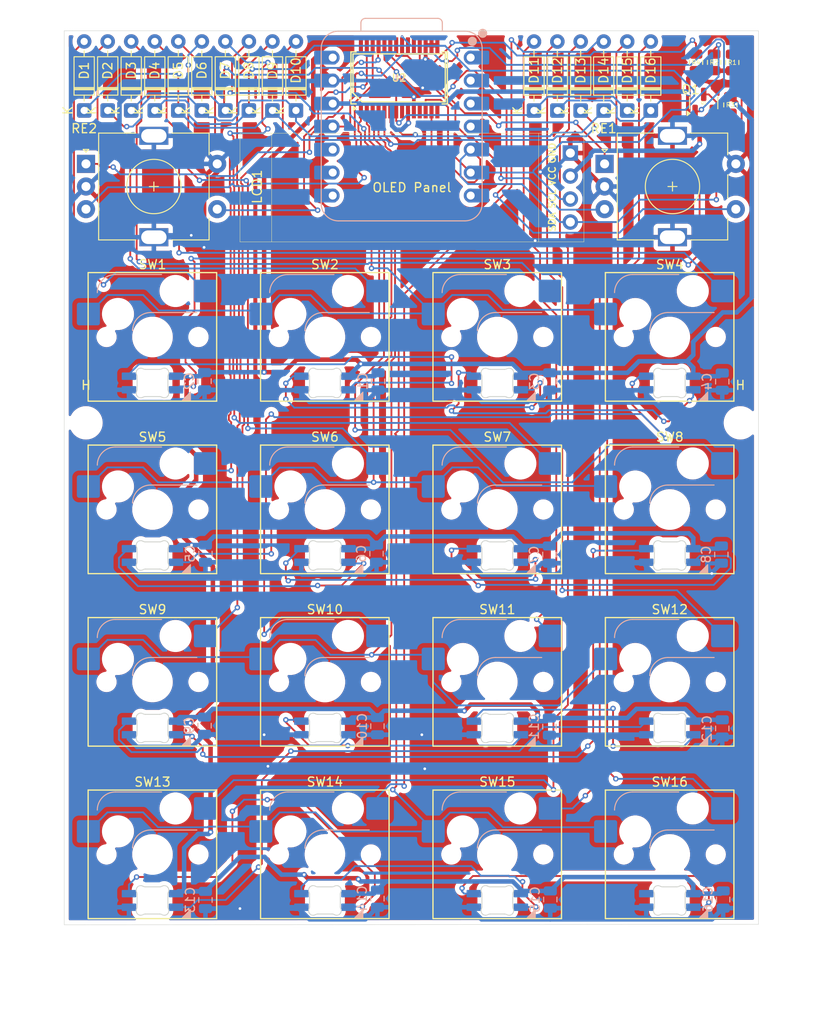
<source format=kicad_pcb>
(kicad_pcb (version 20241229) (generator "pcbnew") (generator_version "9.0")
  (layers (0 "F.Cu" signal) (2 "B.Cu" signal) (13 "F.Paste" user) (15 "B.Paste" user) (5 "F.SilkS" user "F.Silkscreen") (7 "B.SilkS" user "B.Silkscreen") (1 "F.Mask" user) (3 "B.Mask" user) (25 "Edge.Cuts" user))
  (net 0 "")
  (net 1 "VBUS")
  (net 2 "GND")
  (net 3 "Net-(D1-A)")
  (net 4 "C0")
  (net 5 "C1")
  (net 6 "Net-(D2-A)")
  (net 7 "Net-(D3-A)")
  (net 8 "C2")
  (net 9 "Net-(D4-A)")
  (net 10 "C3")
  (net 11 "Net-(D5-A)")
  (net 12 "Net-(D6-A)")
  (net 13 "Net-(D7-A)")
  (net 14 "Net-(D8-A)")
  (net 15 "Net-(D9-A)")
  (net 16 "Net-(D10-A)")
  (net 17 "Net-(D11-A)")
  (net 18 "Net-(D12-A)")
  (net 19 "Net-(D13-A)")
  (net 20 "Net-(D14-A)")
  (net 21 "Net-(D15-A)")
  (net 22 "Net-(D16-A)")
  (net 23 "SCL")
  (net 24 "SDA")
  (net 25 "Net-(LEDD1-DOUT)")
  (net 26 "RGB_Level")
  (net 27 "Net-(LEDD2-DOUT)")
  (net 28 "Net-(LEDD3-DOUT)")
  (net 29 "Net-(LEDD4-DOUT)")
  (net 30 "Net-(LEDD5-DOUT)")
  (net 31 "Net-(LEDD6-DOUT)")
  (net 32 "Net-(LEDD7-DOUT)")
  (net 33 "Net-(LEDD8-DOUT)")
  (net 34 "Net-(LEDD10-DIN)")
  (net 35 "Net-(LEDD10-DOUT)")
  (net 36 "Net-(LEDD11-DOUT)")
  (net 37 "Net-(LEDD12-DOUT)")
  (net 38 "Net-(LEDD13-DOUT)")
  (net 39 "Net-(LEDD14-DOUT)")
  (net 40 "Net-(LEDD15-DOUT)")
  (net 42 "RGB")
  (net 43 "+3.3V")
  (net 44 "S1")
  (net 45 "A1")
  (net 46 "B1")
  (net 47 "S2")
  (net 48 "A2")
  (net 49 "B2")
  (net 50 "R0")
  (net 51 "R1")
  (net 52 "R2")
  (net 53 "R3")
  (net 63 "Net-(U2-~{RESET})")
  (footprint "Resistor_SMD:R_0805_2012Metric" (layer "F.Cu") (at 176.9 54.4875 90)
    (property "Reference" "R3" (hide yes))
    (property "Value" "10K" (hide yes))
  )
  (footprint "Diode_THT:D_DO-35_SOD27_P7.62mm_Horizontal" (layer "F.Cu") (at 118.5 55.1 90)
    (property "Reference" "D6")
    (property "Value" "1N4148")
  )
  (footprint "MX_SK6812MINI-E:MX_SK6812MINI-E" (layer "F.Cu") (at 113.05 80.12)
    (property "Reference" "LEDD1" (hide yes))
    (property "Value" "SK6812MINI")
    (fp_line (start -1.699999 5.782841) (end -1.699999 4.377157) (stroke (width 0.1)) (layer "Edge.Cuts"))
    (fp_line (start -0.794452 3.58) (end 0.794453 3.58) (stroke (width 0.1)) (layer "Edge.Cuts"))
    (fp_line (start 0.794452 6.579999) (end -0.794452 6.579999) (stroke (width 0.1)) (layer "Edge.Cuts"))
    (fp_line (start 1.699999 4.377157) (end 1.699999 5.782841) (stroke (width 0.1)) (layer "Edge.Cuts"))
    (fp_arc (start -1.749484 4.160279) (mid -1.712527 4.265931) (end -1.699999 4.377157) (stroke (width 0.1)) (layer "Edge.Cuts"))
    (fp_arc (start -1.749484 4.160279) (mid -1.638071 3.575964) (end -1.046711 3.5117) (stroke (width 0.1)) (layer "Edge.Cuts"))
    (fp_arc (start -1.699999 5.782842) (mid -1.712527 5.894067) (end -1.749484 5.999719) (stroke (width 0.1)) (layer "Edge.Cuts"))
    (fp_arc (start -1.046711 6.648296) (mid -1.63807 6.584033) (end -1.749484 5.999719) (stroke (width 0.1)) (layer "Edge.Cuts"))
    (fp_arc (start -1.04671 6.648298) (mid -0.925122 6.597376) (end -0.794452 6.579999) (stroke (width 0.1)) (layer "Edge.Cuts"))
    (fp_arc (start -0.794453 3.579999) (mid -0.925123 3.562622) (end -1.046711 3.5117) (stroke (width 0.1)) (layer "Edge.Cuts"))
    (fp_arc (start 0.794452 6.579999) (mid 0.925123 6.597376) (end 1.046711 6.648298) (stroke (width 0.1)) (layer "Edge.Cuts"))
    (fp_arc (start 1.046711 3.511701) (mid 0.925123 3.562623) (end 0.794453 3.58) (stroke (width 0.1)) (layer "Edge.Cuts"))
    (fp_arc (start 1.046711 3.511701) (mid 1.638071 3.575965) (end 1.749484 4.160279) (stroke (width 0.1)) (layer "Edge.Cuts"))
    (fp_arc (start 1.699999 4.377156) (mid 1.712527 4.265931) (end 1.749484 4.160279) (stroke (width 0.1)) (layer "Edge.Cuts"))
    (fp_arc (start 1.749484 5.999718) (mid 1.638072 6.584034) (end 1.046711 6.648298) (stroke (width 0.1)) (layer "Edge.Cuts"))
    (fp_arc (start 1.749484 5.999719) (mid 1.712527 5.894067) (end 1.699999 5.782841) (stroke (width 0.1)) (layer "Edge.Cuts"))
  )
  (footprint "Resistor_SMD:R_0805_2012Metric" (layer "F.Cu") (at 175.1 49.7875 -90)
    (property "Reference" "R2" (hide yes))
    (property "Value" "10K" (hide yes))
  )
  (footprint "Package_SO:SSOP-28_5.3x10.2mm_P0.65mm" (layer "F.Cu") (at 140.3 51.5 90)
    (property "Reference" "U2" (hide yes))
    (property "Value" "MCP23017_SP" (hide yes))
  )
  (footprint "Diode_THT:D_DO-35_SOD27_P7.62mm_Horizontal" (layer "F.Cu") (at 113.3 55.1 90)
    (property "Reference" "D4")
    (property "Value" "1N4148")
  )
  (footprint "PCM_Switch_Keyboard_Hotswap_Kailh:SW_Hotswap_Kailh_MX_1.00u" (layer "F.Cu") (at 151.15 80.12)
    (property "Reference" "SW3")
    (property "Value" "SW_MEC_5G")
  )
  (footprint "PCM_Switch_Keyboard_Hotswap_Kailh:SW_Hotswap_Kailh_MX_1.00u" (layer "F.Cu") (at 132.1 99.17)
    (property "Reference" "SW6")
    (property "Value" "SW_MEC_5G")
  )
  (footprint "PCM_Switch_Keyboard_Hotswap_Kailh:SW_Hotswap_Kailh_MX_1.00u" (layer "F.Cu") (at 113.05 118.22)
    (property "Reference" "SW9")
    (property "Value" "SW_MEC_5G")
  )
  (footprint "Encoders:RotaryEncoder_Alps_EC11E-Switch_Vertical_H20mm" (layer "F.Cu") (at 105.7 61)
    (property "Reference" "RE2")
    (property "Value" "RotaryEncoder_Switch_MP")
  )
  (footprint "MX_SK6812MINI-E:MX_SK6812MINI-E" (layer "F.Cu") (at 151.15 137.27)
    (property "Reference" "LEDD15" (hide yes))
    (property "Value" "SK6812MINI")
    (fp_line (start -1.699999 5.782841) (end -1.699999 4.377157) (stroke (width 0.1)) (layer "Edge.Cuts"))
    (fp_line (start -0.794452 3.58) (end 0.794453 3.58) (stroke (width 0.1)) (layer "Edge.Cuts"))
    (fp_line (start 0.794452 6.579999) (end -0.794452 6.579999) (stroke (width 0.1)) (layer "Edge.Cuts"))
    (fp_line (start 1.699999 4.377157) (end 1.699999 5.782841) (stroke (width 0.1)) (layer "Edge.Cuts"))
    (fp_arc (start -1.749484 4.160279) (mid -1.712527 4.265931) (end -1.699999 4.377157) (stroke (width 0.1)) (layer "Edge.Cuts"))
    (fp_arc (start -1.749484 4.160279) (mid -1.638071 3.575964) (end -1.046711 3.5117) (stroke (width 0.1)) (layer "Edge.Cuts"))
    (fp_arc (start -1.699999 5.782842) (mid -1.712527 5.894067) (end -1.749484 5.999719) (stroke (width 0.1)) (layer "Edge.Cuts"))
    (fp_arc (start -1.046711 6.648296) (mid -1.63807 6.584033) (end -1.749484 5.999719) (stroke (width 0.1)) (layer "Edge.Cuts"))
    (fp_arc (start -1.04671 6.648298) (mid -0.925122 6.597376) (end -0.794452 6.579999) (stroke (width 0.1)) (layer "Edge.Cuts"))
    (fp_arc (start -0.794453 3.579999) (mid -0.925123 3.562622) (end -1.046711 3.5117) (stroke (width 0.1)) (layer "Edge.Cuts"))
    (fp_arc (start 0.794452 6.579999) (mid 0.925123 6.597376) (end 1.046711 6.648298) (stroke (width 0.1)) (layer "Edge.Cuts"))
    (fp_arc (start 1.046711 3.511701) (mid 0.925123 3.562623) (end 0.794453 3.58) (stroke (width 0.1)) (layer "Edge.Cuts"))
    (fp_arc (start 1.046711 3.511701) (mid 1.638071 3.575965) (end 1.749484 4.160279) (stroke (width 0.1)) (layer "Edge.Cuts"))
    (fp_arc (start 1.699999 4.377156) (mid 1.712527 4.265931) (end 1.749484 4.160279) (stroke (width 0.1)) (layer "Edge.Cuts"))
    (fp_arc (start 1.749484 5.999718) (mid 1.638072 6.584034) (end 1.046711 6.648298) (stroke (width 0.1)) (layer "Edge.Cuts"))
    (fp_arc (start 1.749484 5.999719) (mid 1.712527 5.894067) (end 1.699999 5.782841) (stroke (width 0.1)) (layer "Edge.Cuts"))
  )
  (footprint "PCM_Switch_Keyboard_Hotswap_Kailh:SW_Hotswap_Kailh_MX_1.00u" (layer "F.Cu") (at 113.05 99.17)
    (property "Reference" "SW5")
    (property "Value" "SW_MEC_5G")
  )
  (footprint "PCM_Switch_Keyboard_Hotswap_Kailh:SW_Hotswap_Kailh_MX_1.00u" (layer "F.Cu") (at 132.1 137.27)
    (property "Reference" "SW14")
    (property "Value" "SW_MEC_5G")
  )
  (footprint "Diode_THT:D_DO-35_SOD27_P7.62mm_Horizontal" (layer "F.Cu") (at 105.5 55.1 90)
    (property "Reference" "D1")
    (property "Value" "1N4148")
  )
  (footprint "Diode_THT:D_DO-35_SOD27_P7.62mm_Horizontal" (layer "F.Cu") (at 110.7 55.1 90)
    (property "Reference" "D3")
    (property "Value" "1N4148")
  )
  (footprint "Diode_THT:D_DO-35_SOD27_P7.62mm_Horizontal" (layer "F.Cu") (at 108.1 55.1 90)
    (property "Reference" "D2")
    (property "Value" "1N4148")
  )
  (footprint "MX_SK6812MINI-E:MX_SK6812MINI-E" (layer "F.Cu") (at 151.15 118.22)
    (property "Reference" "LEDD11" (hide yes))
    (property "Value" "SK6812MINI")
    (fp_line (start -1.699999 5.782841) (end -1.699999 4.377157) (stroke (width 0.1)) (layer "Edge.Cuts"))
    (fp_line (start -0.794452 3.58) (end 0.794453 3.58) (stroke (width 0.1)) (layer "Edge.Cuts"))
    (fp_line (start 0.794452 6.579999) (end -0.794452 6.579999) (stroke (width 0.1)) (layer "Edge.Cuts"))
    (fp_line (start 1.699999 4.377157) (end 1.699999 5.782841) (stroke (width 0.1)) (layer "Edge.Cuts"))
    (fp_arc (start -1.749484 4.160279) (mid -1.712527 4.265931) (end -1.699999 4.377157) (stroke (width 0.1)) (layer "Edge.Cuts"))
    (fp_arc (start -1.749484 4.160279) (mid -1.638071 3.575964) (end -1.046711 3.5117) (stroke (width 0.1)) (layer "Edge.Cuts"))
    (fp_arc (start -1.699999 5.782842) (mid -1.712527 5.894067) (end -1.749484 5.999719) (stroke (width 0.1)) (layer "Edge.Cuts"))
    (fp_arc (start -1.046711 6.648296) (mid -1.63807 6.584033) (end -1.749484 5.999719) (stroke (width 0.1)) (layer "Edge.Cuts"))
    (fp_arc (start -1.04671 6.648298) (mid -0.925122 6.597376) (end -0.794452 6.579999) (stroke (width 0.1)) (layer "Edge.Cuts"))
    (fp_arc (start -0.794453 3.579999) (mid -0.925123 3.562622) (end -1.046711 3.5117) (stroke (width 0.1)) (layer "Edge.Cuts"))
    (fp_arc (start 0.794452 6.579999) (mid 0.925123 6.597376) (end 1.046711 6.648298) (stroke (width 0.1)) (layer "Edge.Cuts"))
    (fp_arc (start 1.046711 3.511701) (mid 0.925123 3.562623) (end 0.794453 3.58) (stroke (width 0.1)) (layer "Edge.Cuts"))
    (fp_arc (start 1.046711 3.511701) (mid 1.638071 3.575965) (end 1.749484 4.160279) (stroke (width 0.1)) (layer "Edge.Cuts"))
    (fp_arc (start 1.699999 4.377156) (mid 1.712527 4.265931) (end 1.749484 4.160279) (stroke (width 0.1)) (layer "Edge.Cuts"))
    (fp_arc (start 1.749484 5.999718) (mid 1.638072 6.584034) (end 1.046711 6.648298) (stroke (width 0.1)) (layer "Edge.Cuts"))
    (fp_arc (start 1.749484 5.999719) (mid 1.712527 5.894067) (end 1.699999 5.782841) (stroke (width 0.1)) (layer "Edge.Cuts"))
  )
  (footprint "Display:SSD1306-0.91-OLED-4pin-128x32" (layer "F.Cu") (at 122.715 57.615)
    (property "Reference" "LCD1")
    (property "Value" "~")
  )
  (footprint "PCM_Switch_Keyboard_Hotswap_Kailh:SW_Hotswap_Kailh_MX_1.00u" (layer "F.Cu") (at 151.15 118.22)
    (property "Reference" "SW11")
    (property "Value" "SW_MEC_5G")
  )
  (footprint "Resistor_SMD:R_0805_2012Metric" (layer "F.Cu") (at 173.1 49.7875 90)
    (property "Reference" "R4" (hide yes))
    (property "Value" "10K" (hide yes))
  )
  (footprint "PCM_Switch_Keyboard_Hotswap_Kailh:SW_Hotswap_Kailh_MX_1.00u" (layer "F.Cu") (at 170.2 118.22)
    (property "Reference" "SW12")
    (property "Value" "SW_MEC_5G")
  )
  (footprint "MX_SK6812MINI-E:MX_SK6812MINI-E" (layer "F.Cu") (at 170.2 80.12)
    (property "Reference" "LEDD4" (hide yes))
    (property "Value" "SK6812MINI")
    (fp_line (start -1.699999 5.782841) (end -1.699999 4.377157) (stroke (width 0.1)) (layer "Edge.Cuts"))
    (fp_line (start -0.794452 3.58) (end 0.794453 3.58) (stroke (width 0.1)) (layer "Edge.Cuts"))
    (fp_line (start 0.794452 6.579999) (end -0.794452 6.579999) (stroke (width 0.1)) (layer "Edge.Cuts"))
    (fp_line (start 1.699999 4.377157) (end 1.699999 5.782841) (stroke (width 0.1)) (layer "Edge.Cuts"))
    (fp_arc (start -1.749484 4.160279) (mid -1.712527 4.265931) (end -1.699999 4.377157) (stroke (width 0.1)) (layer "Edge.Cuts"))
    (fp_arc (start -1.749484 4.160279) (mid -1.638071 3.575964) (end -1.046711 3.5117) (stroke (width 0.1)) (layer "Edge.Cuts"))
    (fp_arc (start -1.699999 5.782842) (mid -1.712527 5.894067) (end -1.749484 5.999719) (stroke (width 0.1)) (layer "Edge.Cuts"))
    (fp_arc (start -1.046711 6.648296) (mid -1.63807 6.584033) (end -1.749484 5.999719) (stroke (width 0.1)) (layer "Edge.Cuts"))
    (fp_arc (start -1.04671 6.648298) (mid -0.925122 6.597376) (end -0.794452 6.579999) (stroke (width 0.1)) (layer "Edge.Cuts"))
    (fp_arc (start -0.794453 3.579999) (mid -0.925123 3.562622) (end -1.046711 3.5117) (stroke (width 0.1)) (layer "Edge.Cuts"))
    (fp_arc (start 0.794452 6.579999) (mid 0.925123 6.597376) (end 1.046711 6.648298) (stroke (width 0.1)) (layer "Edge.Cuts"))
    (fp_arc (start 1.046711 3.511701) (mid 0.925123 3.562623) (end 0.794453 3.58) (stroke (width 0.1)) (layer "Edge.Cuts"))
    (fp_arc (start 1.046711 3.511701) (mid 1.638071 3.575965) (end 1.749484 4.160279) (stroke (width 0.1)) (layer "Edge.Cuts"))
    (fp_arc (start 1.699999 4.377156) (mid 1.712527 4.265931) (end 1.749484 4.160279) (stroke (width 0.1)) (layer "Edge.Cuts"))
    (fp_arc (start 1.749484 5.999718) (mid 1.638072 6.584034) (end 1.046711 6.648298) (stroke (width 0.1)) (layer "Edge.Cuts"))
    (fp_arc (start 1.749484 5.999719) (mid 1.712527 5.894067) (end 1.699999 5.782841) (stroke (width 0.1)) (layer "Edge.Cuts"))
  )
  (footprint "PCM_Switch_Keyboard_Hotswap_Kailh:SW_Hotswap_Kailh_MX_1.00u" (layer "F.Cu") (at 170.2 137.27)
    (property "Reference" "SW16")
    (property "Value" "SW_MEC_5G")
  )
  (footprint "Diode_THT:D_DO-35_SOD27_P7.62mm_Horizontal" (layer "F.Cu") (at 160.3565 55.11 90)
    (property "Reference" "D13")
    (property "Value" "1N4148")
  )
  (footprint "PCM_Switch_Keyboard_Hotswap_Kailh:SW_Hotswap_Kailh_MX_1.00u" (layer "F.Cu") (at 113.05 80.12)
    (property "Reference" "SW1")
    (property "Value" "SW_MEC_5G")
  )
  (footprint "Diode_THT:D_DO-35_SOD27_P7.62mm_Horizontal" (layer "F.Cu") (at 157.7811 55.11 90)
    (property "Reference" "D12")
    (property "Value" "1N4148")
  )
  (footprint "MX_SK6812MINI-E:MX_SK6812MINI-E" (layer "F.Cu") (at 132.1 137.27)
    (property "Reference" "LEDD14" (hide yes))
    (property "Value" "SK6812MINI")
    (fp_line (start -1.699999 5.782841) (end -1.699999 4.377157) (stroke (width 0.1)) (layer "Edge.Cuts"))
    (fp_line (start -0.794452 3.58) (end 0.794453 3.58) (stroke (width 0.1)) (layer "Edge.Cuts"))
    (fp_line (start 0.794452 6.579999) (end -0.794452 6.579999) (stroke (width 0.1)) (layer "Edge.Cuts"))
    (fp_line (start 1.699999 4.377157) (end 1.699999 5.782841) (stroke (width 0.1)) (layer "Edge.Cuts"))
    (fp_arc (start -1.749484 4.160279) (mid -1.712527 4.265931) (end -1.699999 4.377157) (stroke (width 0.1)) (layer "Edge.Cuts"))
    (fp_arc (start -1.749484 4.160279) (mid -1.638071 3.575964) (end -1.046711 3.5117) (stroke (width 0.1)) (layer "Edge.Cuts"))
    (fp_arc (start -1.699999 5.782842) (mid -1.712527 5.894067) (end -1.749484 5.999719) (stroke (width 0.1)) (layer "Edge.Cuts"))
    (fp_arc (start -1.046711 6.648296) (mid -1.63807 6.584033) (end -1.749484 5.999719) (stroke (width 0.1)) (layer "Edge.Cuts"))
    (fp_arc (start -1.04671 6.648298) (mid -0.925122 6.597376) (end -0.794452 6.579999) (stroke (width 0.1)) (layer "Edge.Cuts"))
    (fp_arc (start -0.794453 3.579999) (mid -0.925123 3.562622) (end -1.046711 3.5117) (stroke (width 0.1)) (layer "Edge.Cuts"))
    (fp_arc (start 0.794452 6.579999) (mid 0.925123 6.597376) (end 1.046711 6.648298) (stroke (width 0.1)) (layer "Edge.Cuts"))
    (fp_arc (start 1.046711 3.511701) (mid 0.925123 3.562623) (end 0.794453 3.58) (stroke (width 0.1)) (layer "Edge.Cuts"))
    (fp_arc (start 1.046711 3.511701) (mid 1.638071 3.575965) (end 1.749484 4.160279) (stroke (width 0.1)) (layer "Edge.Cuts"))
    (fp_arc (start 1.699999 4.377156) (mid 1.712527 4.265931) (end 1.749484 4.160279) (stroke (width 0.1)) (layer "Edge.Cuts"))
    (fp_arc (start 1.749484 5.999718) (mid 1.638072 6.584034) (end 1.046711 6.648298) (stroke (width 0.1)) (layer "Edge.Cuts"))
    (fp_arc (start 1.749484 5.999719) (mid 1.712527 5.894067) (end 1.699999 5.782841) (stroke (width 0.1)) (layer "Edge.Cuts"))
  )
  (footprint "Diode_THT:D_DO-35_SOD27_P7.62mm_Horizontal" (layer "F.Cu") (at 168.1 55.11 90)
    (property "Reference" "D16")
    (property "Value" "1N4148")
  )
  (footprint "MX_SK6812MINI-E:MX_SK6812MINI-E" (layer "F.Cu") (at 113.05 118.22)
    (property "Reference" "LEDD9" (hide yes))
    (property "Value" "SK6812MINI")
    (fp_line (start -1.699999 5.782841) (end -1.699999 4.377157) (stroke (width 0.1)) (layer "Edge.Cuts"))
    (fp_line (start -0.794452 3.58) (end 0.794453 3.58) (stroke (width 0.1)) (layer "Edge.Cuts"))
    (fp_line (start 0.794452 6.579999) (end -0.794452 6.579999) (stroke (width 0.1)) (layer "Edge.Cuts"))
    (fp_line (start 1.699999 4.377157) (end 1.699999 5.782841) (stroke (width 0.1)) (layer "Edge.Cuts"))
    (fp_arc (start -1.749484 4.160279) (mid -1.712527 4.265931) (end -1.699999 4.377157) (stroke (width 0.1)) (layer "Edge.Cuts"))
    (fp_arc (start -1.749484 4.160279) (mid -1.638071 3.575964) (end -1.046711 3.5117) (stroke (width 0.1)) (layer "Edge.Cuts"))
    (fp_arc (start -1.699999 5.782842) (mid -1.712527 5.894067) (end -1.749484 5.999719) (stroke (width 0.1)) (layer "Edge.Cuts"))
    (fp_arc (start -1.046711 6.648296) (mid -1.63807 6.584033) (end -1.749484 5.999719) (stroke (width 0.1)) (layer "Edge.Cuts"))
    (fp_arc (start -1.04671 6.648298) (mid -0.925122 6.597376) (end -0.794452 6.579999) (stroke (width 0.1)) (layer "Edge.Cuts"))
    (fp_arc (start -0.794453 3.579999) (mid -0.925123 3.562622) (end -1.046711 3.5117) (stroke (width 0.1)) (layer "Edge.Cuts"))
    (fp_arc (start 0.794452 6.579999) (mid 0.925123 6.597376) (end 1.046711 6.648298) (stroke (width 0.1)) (layer "Edge.Cuts"))
    (fp_arc (start 1.046711 3.511701) (mid 0.925123 3.562623) (end 0.794453 3.58) (stroke (width 0.1)) (layer "Edge.Cuts"))
    (fp_arc (start 1.046711 3.511701) (mid 1.638071 3.575965) (end 1.749484 4.160279) (stroke (width 0.1)) (layer "Edge.Cuts"))
    (fp_arc (start 1.699999 4.377156) (mid 1.712527 4.265931) (end 1.749484 4.160279) (stroke (width 0.1)) (layer "Edge.Cuts"))
    (fp_arc (start 1.749484 5.999718) (mid 1.638072 6.584034) (end 1.046711 6.648298) (stroke (width 0.1)) (layer "Edge.Cuts"))
    (fp_arc (start 1.749484 5.999719) (mid 1.712527 5.894067) (end 1.699999 5.782841) (stroke (width 0.1)) (layer "Edge.Cuts"))
  )
  (footprint "Diode_THT:D_DO-35_SOD27_P7.62mm_Horizontal" (layer "F.Cu") (at 121.1 55.1 90)
    (property "Reference" "D7")
    (property "Value" "1N4148")
  )
  (footprint "MX_SK6812MINI-E:MX_SK6812MINI-E" (layer "F.Cu") (at 113.05 137.27)
    (property "Reference" "LEDD13" (hide yes))
    (property "Value" "SK6812MINI")
    (fp_line (start -1.699999 5.782841) (end -1.699999 4.377157) (stroke (width 0.1)) (layer "Edge.Cuts"))
    (fp_line (start -0.794452 3.58) (end 0.794453 3.58) (stroke (width 0.1)) (layer "Edge.Cuts"))
    (fp_line (start 0.794452 6.579999) (end -0.794452 6.579999) (stroke (width 0.1)) (layer "Edge.Cuts"))
    (fp_line (start 1.699999 4.377157) (end 1.699999 5.782841) (stroke (width 0.1)) (layer "Edge.Cuts"))
    (fp_arc (start -1.749484 4.160279) (mid -1.712527 4.265931) (end -1.699999 4.377157) (stroke (width 0.1)) (layer "Edge.Cuts"))
    (fp_arc (start -1.749484 4.160279) (mid -1.638071 3.575964) (end -1.046711 3.5117) (stroke (width 0.1)) (layer "Edge.Cuts"))
    (fp_arc (start -1.699999 5.782842) (mid -1.712527 5.894067) (end -1.749484 5.999719) (stroke (width 0.1)) (layer "Edge.Cuts"))
    (fp_arc (start -1.046711 6.648296) (mid -1.63807 6.584033) (end -1.749484 5.999719) (stroke (width 0.1)) (layer "Edge.Cuts"))
    (fp_arc (start -1.04671 6.648298) (mid -0.925122 6.597376) (end -0.794452 6.579999) (stroke (width 0.1)) (layer "Edge.Cuts"))
    (fp_arc (start -0.794453 3.579999) (mid -0.925123 3.562622) (end -1.046711 3.5117) (stroke (width 0.1)) (layer "Edge.Cuts"))
    (fp_arc (start 0.794452 6.579999) (mid 0.925123 6.597376) (end 1.046711 6.648298) (stroke (width 0.1)) (layer "Edge.Cuts"))
    (fp_arc (start 1.046711 3.511701) (mid 0.925123 3.562623) (end 0.794453 3.58) (stroke (width 0.1)) (layer "Edge.Cuts"))
    (fp_arc (start 1.046711 3.511701) (mid 1.638071 3.575965) (end 1.749484 4.160279) (stroke (width 0.1)) (layer "Edge.Cuts"))
    (fp_arc (start 1.699999 4.377156) (mid 1.712527 4.265931) (end 1.749484 4.160279) (stroke (width 0.1)) (layer "Edge.Cuts"))
    (fp_arc (start 1.749484 5.999718) (mid 1.638072 6.584034) (end 1.046711 6.648298) (stroke (width 0.1)) (layer "Edge.Cuts"))
    (fp_arc (start 1.749484 5.999719) (mid 1.712527 5.894067) (end 1.699999 5.782841) (stroke (width 0.1)) (layer "Edge.Cuts"))
  )
  (footprint "MX_SK6812MINI-E:MX_SK6812MINI-E" (layer "F.Cu") (at 170.2 137.27)
    (property "Reference" "LEDD16" (hide yes))
    (property "Value" "SK6812MINI")
    (fp_line (start -1.699999 5.782841) (end -1.699999 4.377157) (stroke (width 0.1)) (layer "Edge.Cuts"))
    (fp_line (start -0.794452 3.58) (end 0.794453 3.58) (stroke (width 0.1)) (layer "Edge.Cuts"))
    (fp_line (start 0.794452 6.579999) (end -0.794452 6.579999) (stroke (width 0.1)) (layer "Edge.Cuts"))
    (fp_line (start 1.699999 4.377157) (end 1.699999 5.782841) (stroke (width 0.1)) (layer "Edge.Cuts"))
    (fp_arc (start -1.749484 4.160279) (mid -1.712527 4.265931) (end -1.699999 4.377157) (stroke (width 0.1)) (layer "Edge.Cuts"))
    (fp_arc (start -1.749484 4.160279) (mid -1.638071 3.575964) (end -1.046711 3.5117) (stroke (width 0.1)) (layer "Edge.Cuts"))
    (fp_arc (start -1.699999 5.782842) (mid -1.712527 5.894067) (end -1.749484 5.999719) (stroke (width 0.1)) (layer "Edge.Cuts"))
    (fp_arc (start -1.046711 6.648296) (mid -1.63807 6.584033) (end -1.749484 5.999719) (stroke (width 0.1)) (layer "Edge.Cuts"))
    (fp_arc (start -1.04671 6.648298) (mid -0.925122 6.597376) (end -0.794452 6.579999) (stroke (width 0.1)) (layer "Edge.Cuts"))
    (fp_arc (start -0.794453 3.579999) (mid -0.925123 3.562622) (end -1.046711 3.5117) (stroke (width 0.1)) (layer "Edge.Cuts"))
    (fp_arc (start 0.794452 6.579999) (mid 0.925123 6.597376) (end 1.046711 6.648298) (stroke (width 0.1)) (layer "Edge.Cuts"))
    (fp_arc (start 1.046711 3.511701) (mid 0.925123 3.562623) (end 0.794453 3.58) (stroke (width 0.1)) (layer "Edge.Cuts"))
    (fp_arc (start 1.046711 3.511701) (mid 1.638071 3.575965) (end 1.749484 4.160279) (stroke (width 0.1)) (layer "Edge.Cuts"))
    (fp_arc (start 1.699999 4.377156) (mid 1.712527 4.265931) (end 1.749484 4.160279) (stroke (width 0.1)) (layer "Edge.Cuts"))
    (fp_arc (start 1.749484 5.999718) (mid 1.638072 6.584034) (end 1.046711 6.648298) (stroke (width 0.1)) (layer "Edge.Cuts"))
    (fp_arc (start 1.749484 5.999719) (mid 1.712527 5.894067) (end 1.699999 5.782841) (stroke (width 0.1)) (layer "Edge.Cuts"))
  )
  (footprint "Diode_THT:D_DO-35_SOD27_P7.62mm_Horizontal" (layer "F.Cu") (at 115.9 55.1 90)
    (property "Reference" "D5")
    (property "Value" "1N4148")
  )
  (footprint "Encoders:RotaryEncoder_Alps_EC11E-Switch_Vertical_H20mm" (layer "F.Cu") (at 163 61)
    (property "Reference" "RE1")
    (property "Value" "RotaryEncoder_Switch_MP")
  )
  (footprint "Diode_THT:D_DO-35_SOD27_P7.62mm_Horizontal" (layer "F.Cu") (at 165.5 55.11 90)
    (property "Reference" "D15")
    (property "Value" "1N4148")
  )
  (footprint "Diode_THT:D_DO-35_SOD27_P7.62mm_Horizontal" (layer "F.Cu") (at 126.3 55.1 90)
    (property "Reference" "D9")
    (property "Value" "1N4148")
  )
  (footprint "PCM_Switch_Keyboard_Hotswap_Kailh:SW_Hotswap_Kailh_MX_1.00u" (layer "F.Cu") (at 132.1 118.22)
    (property "Reference" "SW10")
    (property "Value" "SW_MEC_5G")
  )
  (footprint "MX_SK6812MINI-E:MX_SK6812MINI-E" (layer "F.Cu") (at 132.1 80.12)
    (property "Reference" "LEDD2" (hide yes))
    (property "Value" "SK6812MINI")
    (fp_line (start -1.699999 5.782841) (end -1.699999 4.377157) (stroke (width 0.1)) (layer "Edge.Cuts"))
    (fp_line (start -0.794452 3.58) (end 0.794453 3.58) (stroke (width 0.1)) (layer "Edge.Cuts"))
    (fp_line (start 0.794452 6.579999) (end -0.794452 6.579999) (stroke (width 0.1)) (layer "Edge.Cuts"))
    (fp_line (start 1.699999 4.377157) (end 1.699999 5.782841) (stroke (width 0.1)) (layer "Edge.Cuts"))
    (fp_arc (start -1.749484 4.160279) (mid -1.712527 4.265931) (end -1.699999 4.377157) (stroke (width 0.1)) (layer "Edge.Cuts"))
    (fp_arc (start -1.749484 4.160279) (mid -1.638071 3.575964) (end -1.046711 3.5117) (stroke (width 0.1)) (layer "Edge.Cuts"))
    (fp_arc (start -1.699999 5.782842) (mid -1.712527 5.894067) (end -1.749484 5.999719) (stroke (width 0.1)) (layer "Edge.Cuts"))
    (fp_arc (start -1.046711 6.648296) (mid -1.63807 6.584033) (end -1.749484 5.999719) (stroke (width 0.1)) (layer "Edge.Cuts"))
    (fp_arc (start -1.04671 6.648298) (mid -0.925122 6.597376) (end -0.794452 6.579999) (stroke (width 0.1)) (layer "Edge.Cuts"))
    (fp_arc (start -0.794453 3.579999) (mid -0.925123 3.562622) (end -1.046711 3.5117) (stroke (width 0.1)) (layer "Edge.Cuts"))
    (fp_arc (start 0.794452 6.579999) (mid 0.925123 6.597376) (end 1.046711 6.648298) (stroke (width 0.1)) (layer "Edge.Cuts"))
    (fp_arc (start 1.046711 3.511701) (mid 0.925123 3.562623) (end 0.794453 3.58) (stroke (width 0.1)) (layer "Edge.Cuts"))
    (fp_arc (start 1.046711 3.511701) (mid 1.638071 3.575965) (end 1.749484 4.160279) (stroke (width 0.1)) (layer "Edge.Cuts"))
    (fp_arc (start 1.699999 4.377156) (mid 1.712527 4.265931) (end 1.749484 4.160279) (stroke (width 0.1)) (layer "Edge.Cuts"))
    (fp_arc (start 1.749484 5.999718) (mid 1.638072 6.584034) (end 1.046711 6.648298) (stroke (width 0.1)) (layer "Edge.Cuts"))
    (fp_arc (start 1.749484 5.999719) (mid 1.712527 5.894067) (end 1.699999 5.782841) (stroke (width 0.1)) (layer "Edge.Cuts"))
  )
  (footprint "PCM_Switch_Keyboard_Hotswap_Kailh:SW_Hotswap_Kailh_MX_1.00u" (layer "F.Cu") (at 151.15 137.27)
    (property "Reference" "SW15")
    (property "Value" "SW_MEC_5G")
  )
  (footprint "Diode_THT:D_DO-35_SOD27_P7.62mm_Horizontal" (layer "F.Cu") (at 155.2 55.11 90)
    (property "Reference" "D11")
    (property "Value" "1N4148")
  )
  (footprint "MX_SK6812MINI-E:MX_SK6812MINI-E" (layer "F.Cu") (at 170.2 99.17)
    (property "Reference" "LEDD8" (hide yes))
    (property "Value" "SK6812MINI")
    (fp_line (start -1.699999 5.782841) (end -1.699999 4.377157) (stroke (width 0.1)) (layer "Edge.Cuts"))
    (fp_line (start -0.794452 3.58) (end 0.794453 3.58) (stroke (width 0.1)) (layer "Edge.Cuts"))
    (fp_line (start 0.794452 6.579999) (end -0.794452 6.579999) (stroke (width 0.1)) (layer "Edge.Cuts"))
    (fp_line (start 1.699999 4.377157) (end 1.699999 5.782841) (stroke (width 0.1)) (layer "Edge.Cuts"))
    (fp_arc (start -1.749484 4.160279) (mid -1.712527 4.265931) (end -1.699999 4.377157) (stroke (width 0.1)) (layer "Edge.Cuts"))
    (fp_arc (start -1.749484 4.160279) (mid -1.638071 3.575964) (end -1.046711 3.5117) (stroke (width 0.1)) (layer "Edge.Cuts"))
    (fp_arc (start -1.699999 5.782842) (mid -1.712527 5.894067) (end -1.749484 5.999719) (stroke (width 0.1)) (layer "Edge.Cuts"))
    (fp_arc (start -1.046711 6.648296) (mid -1.63807 6.584033) (end -1.749484 5.999719) (stroke (width 0.1)) (layer "Edge.Cuts"))
    (fp_arc (start -1.04671 6.648298) (mid -0.925122 6.597376) (end -0.794452 6.579999) (stroke (width 0.1)) (layer "Edge.Cuts"))
    (fp_arc (start -0.794453 3.579999) (mid -0.925123 3.562622) (end -1.046711 3.5117) (stroke (width 0.1)) (layer "Edge.Cuts"))
    (fp_arc (start 0.794452 6.579999) (mid 0.925123 6.597376) (end 1.046711 6.648298) (stroke (width 0.1)) (layer "Edge.Cuts"))
    (fp_arc (start 1.046711 3.511701) (mid 0.925123 3.562623) (end 0.794453 3.58) (stroke (width 0.1)) (layer "Edge.Cuts"))
    (fp_arc (start 1.046711 3.511701) (mid 1.638071 3.575965) (end 1.749484 4.160279) (stroke (width 0.1)) (layer "Edge.Cuts"))
    (fp_arc (start 1.699999 4.377156) (mid 1.712527 4.265931) (end 1.749484 4.160279) (stroke (width 0.1)) (layer "Edge.Cuts"))
    (fp_arc (start 1.749484 5.999718) (mid 1.638072 6.584034) (end 1.046711 6.648298) (stroke (width 0.1)) (layer "Edge.Cuts"))
    (fp_arc (start 1.749484 5.999719) (mid 1.712527 5.894067) (end 1.699999 5.782841) (stroke (width 0.1)) (layer "Edge.Cuts"))
  )
  (footprint "Diode_THT:D_DO-35_SOD27_P7.62mm_Horizontal" (layer "F.Cu") (at 162.9 55.11 90)
    (property "Reference" "D14")
    (property "Value" "1N4148")
  )
  (footprint "MountingHole:MountingHole_3.2mm_M3" (layer "F.Cu") (at 178 89.6)
    (property "Reference" "H")
    (property "Value" "MountingHole_3.2mm_M3")
  )
  (footprint "PCM_Switch_Keyboard_Hotswap_Kailh:SW_Hotswap_Kailh_MX_1.00u" (layer "F.Cu") (at 132.1 80.12)
    (property "Reference" "SW2")
    (property "Value" "SW_MEC_5G")
  )
  (footprint "MX_SK6812MINI-E:MX_SK6812MINI-E" (layer "F.Cu") (at 151.15 80.12)
    (property "Reference" "LEDD3" (hide yes))
    (property "Value" "SK6812MINI")
    (fp_line (start -1.699999 5.782841) (end -1.699999 4.377157) (stroke (width 0.1)) (layer "Edge.Cuts"))
    (fp_line (start -0.794452 3.58) (end 0.794453 3.58) (stroke (width 0.1)) (layer "Edge.Cuts"))
    (fp_line (start 0.794452 6.579999) (end -0.794452 6.579999) (stroke (width 0.1)) (layer "Edge.Cuts"))
    (fp_line (start 1.699999 4.377157) (end 1.699999 5.782841) (stroke (width 0.1)) (layer "Edge.Cuts"))
    (fp_arc (start -1.749484 4.160279) (mid -1.712527 4.265931) (end -1.699999 4.377157) (stroke (width 0.1)) (layer "Edge.Cuts"))
    (fp_arc (start -1.749484 4.160279) (mid -1.638071 3.575964) (end -1.046711 3.5117) (stroke (width 0.1)) (layer "Edge.Cuts"))
    (fp_arc (start -1.699999 5.782842) (mid -1.712527 5.894067) (end -1.749484 5.999719) (stroke (width 0.1)) (layer "Edge.Cuts"))
    (fp_arc (start -1.046711 6.648296) (mid -1.63807 6.584033) (end -1.749484 5.999719) (stroke (width 0.1)) (layer "Edge.Cuts"))
    (fp_arc (start -1.04671 6.648298) (mid -0.925122 6.597376) (end -0.794452 6.579999) (stroke (width 0.1)) (layer "Edge.Cuts"))
    (fp_arc (start -0.794453 3.579999) (mid -0.925123 3.562622) (end -1.046711 3.5117) (stroke (width 0.1)) (layer "Edge.Cuts"))
    (fp_arc (start 0.794452 6.579999) (mid 0.925123 6.597376) (end 1.046711 6.648298) (stroke (width 0.1)) (layer "Edge.Cuts"))
    (fp_arc (start 1.046711 3.511701) (mid 0.925123 3.562623) (end 0.794453 3.58) (stroke (width 0.1)) (layer "Edge.Cuts"))
    (fp_arc (start 1.046711 3.511701) (mid 1.638071 3.575965) (end 1.749484 4.160279) (stroke (width 0.1)) (layer "Edge.Cuts"))
    (fp_arc (start 1.699999 4.377156) (mid 1.712527 4.265931) (end 1.749484 4.160279) (stroke (width 0.1)) (layer "Edge.Cuts"))
    (fp_arc (start 1.749484 5.999718) (mid 1.638072 6.584034) (end 1.046711 6.648298) (stroke (width 0.1)) (layer "Edge.Cuts"))
    (fp_arc (start 1.749484 5.999719) (mid 1.712527 5.894067) (end 1.699999 5.782841) (stroke (width 0.1)) (layer "Edge.Cuts"))
  )
  (footprint "MX_SK6812MINI-E:MX_SK6812MINI-E" (layer "F.Cu") (at 132.1 118.22)
    (property "Reference" "LEDD10" (hide yes))
    (property "Value" "SK6812MINI")
    (fp_line (start -1.699999 5.782841) (end -1.699999 4.377157) (stroke (width 0.1)) (layer "Edge.Cuts"))
    (fp_line (start -0.794452 3.58) (end 0.794453 3.58) (stroke (width 0.1)) (layer "Edge.Cuts"))
    (fp_line (start 0.794452 6.579999) (end -0.794452 6.579999) (stroke (width 0.1)) (layer "Edge.Cuts"))
    (fp_line (start 1.699999 4.377157) (end 1.699999 5.782841) (stroke (width 0.1)) (layer "Edge.Cuts"))
    (fp_arc (start -1.749484 4.160279) (mid -1.712527 4.265931) (end -1.699999 4.377157) (stroke (width 0.1)) (layer "Edge.Cuts"))
    (fp_arc (start -1.749484 4.160279) (mid -1.638071 3.575964) (end -1.046711 3.5117) (stroke (width 0.1)) (layer "Edge.Cuts"))
    (fp_arc (start -1.699999 5.782842) (mid -1.712527 5.894067) (end -1.749484 5.999719) (stroke (width 0.1)) (layer "Edge.Cuts"))
    (fp_arc (start -1.046711 6.648296) (mid -1.63807 6.584033) (end -1.749484 5.999719) (stroke (width 0.1)) (layer "Edge.Cuts"))
    (fp_arc (start -1.04671 6.648298) (mid -0.925122 6.597376) (end -0.794452 6.579999) (stroke (width 0.1)) (layer "Edge.Cuts"))
    (fp_arc (start -0.794453 3.579999) (mid -0.925123 3.562622) (end -1.046711 3.5117) (stroke (width 0.1)) (layer "Edge.Cuts"))
    (fp_arc (start 0.794452 6.579999) (mid 0.925123 6.597376) (end 1.046711 6.648298) (stroke (width 0.1)) (layer "Edge.Cuts"))
    (fp_arc (start 1.046711 3.511701) (mid 0.925123 3.562623) (end 0.794453 3.58) (stroke (width 0.1)) (layer "Edge.Cuts"))
    (fp_arc (start 1.046711 3.511701) (mid 1.638071 3.575965) (end 1.749484 4.160279) (stroke (width 0.1)) (layer "Edge.Cuts"))
    (fp_arc (start 1.699999 4.377156) (mid 1.712527 4.265931) (end 1.749484 4.160279) (stroke (width 0.1)) (layer "Edge.Cuts"))
    (fp_arc (start 1.749484 5.999718) (mid 1.638072 6.584034) (end 1.046711 6.648298) (stroke (width 0.1)) (layer "Edge.Cuts"))
    (fp_arc (start 1.749484 5.999719) (mid 1.712527 5.894067) (end 1.699999 5.782841) (stroke (width 0.1)) (layer "Edge.Cuts"))
  )
  (footprint "Diode_THT:D_DO-35_SOD27_P7.62mm_Horizontal" (layer "F.Cu") (at 123.7 55.1 90)
    (property "Reference" "D8")
    (property "Value" "1N4148")
  )
  (footprint "PCM_Switch_Keyboard_Hotswap_Kailh:SW_Hotswap_Kailh_MX_1.00u" (layer "F.Cu") (at 151.15 99.17)
    (property "Reference" "SW7")
    (property "Value" "SW_MEC_5G")
  )
  (footprint "Package_TO_SOT_SMD:SOT-23" (layer "F.Cu") (at 173.95 54.2625 90)
    (property "Reference" "Q1")
    (property "Value" "BSS138" (hide yes))
  )
  (footprint "Resistor_SMD:R_0805_2012Metric" (layer "F.Cu") (at 177.1 49.8 90)
    (property "Reference" "R1" (hide yes))
    (property "Value" "10K" (hide yes))
  )
  (footprint "Diode_THT:D_DO-35_SOD27_P7.62mm_Horizontal" (layer "F.Cu") (at 128.9 55.1 90)
    (property "Reference" "D10")
    (property "Value" "1N4148")
  )
  (footprint "MX_SK6812MINI-E:MX_SK6812MINI-E" (layer "F.Cu") (at 170.2 118.22)
    (property "Reference" "LEDD12" (hide yes))
    (property "Value" "SK6812MINI")
    (fp_line (start -1.699999 5.782841) (end -1.699999 4.377157) (stroke (width 0.1)) (layer "Edge.Cuts"))
    (fp_line (start -0.794452 3.58) (end 0.794453 3.58) (stroke (width 0.1)) (layer "Edge.Cuts"))
    (fp_line (start 0.794452 6.579999) (end -0.794452 6.579999) (stroke (width 0.1)) (layer "Edge.Cuts"))
    (fp_line (start 1.699999 4.377157) (end 1.699999 5.782841) (stroke (width 0.1)) (layer "Edge.Cuts"))
    (fp_arc (start -1.749484 4.160279) (mid -1.712527 4.265931) (end -1.699999 4.377157) (stroke (width 0.1)) (layer "Edge.Cuts"))
    (fp_arc (start -1.749484 4.160279) (mid -1.638071 3.575964) (end -1.046711 3.5117) (stroke (width 0.1)) (layer "Edge.Cuts"))
    (fp_arc (start -1.699999 5.782842) (mid -1.712527 5.894067) (end -1.749484 5.999719) (stroke (width 0.1)) (layer "Edge.Cuts"))
    (fp_arc (start -1.046711 6.648296) (mid -1.63807 6.584033) (end -1.749484 5.999719) (stroke (width 0.1)) (layer "Edge.Cuts"))
    (fp_arc (start -1.04671 6.648298) (mid -0.925122 6.597376) (end -0.794452 6.579999) (stroke (width 0.1)) (layer "Edge.Cuts"))
    (fp_arc (start -0.794453 3.579999) (mid -0.925123 3.562622) (end -1.046711 3.5117) (stroke (width 0.1)) (layer "Edge.Cuts"))
    (fp_arc (start 0.794452 6.579999) (mid 0.925123 6.597376) (end 1.046711 6.648298) (stroke (width 0.1)) (layer "Edge.Cuts"))
    (fp_arc (start 1.046711 3.511701) (mid 0.925123 3.562623) (end 0.794453 3.58) (stroke (width 0.1)) (layer "Edge.Cuts"))
    (fp_arc (start 1.046711 3.511701) (mid 1.638071 3.575965) (end 1.749484 4.160279) (stroke (width 0.1)) (layer "Edge.Cuts"))
    (fp_arc (start 1.699999 4.377156) (mid 1.712527 4.265931) (end 1.749484 4.160279) (stroke (width 0.1)) (layer "Edge.Cuts"))
    (fp_arc (start 1.749484 5.999718) (mid 1.638072 6.584034) (end 1.046711 6.648298) (stroke (width 0.1)) (layer "Edge.Cuts"))
    (fp_arc (start 1.749484 5.999719) (mid 1.712527 5.894067) (end 1.699999 5.782841) (stroke (width 0.1)) (layer "Edge.Cuts"))
  )
  (footprint "MX_SK6812MINI-E:MX_SK6812MINI-E" (layer "F.Cu") (at 113.05 99.17)
    (property "Reference" "LEDD5" (hide yes))
    (property "Value" "SK6812MINI")
    (fp_line (start -1.699999 5.782841) (end -1.699999 4.377157) (stroke (width 0.1)) (layer "Edge.Cuts"))
    (fp_line (start -0.794452 3.58) (end 0.794453 3.58) (stroke (width 0.1)) (layer "Edge.Cuts"))
    (fp_line (start 0.794452 6.579999) (end -0.794452 6.579999) (stroke (width 0.1)) (layer "Edge.Cuts"))
    (fp_line (start 1.699999 4.377157) (end 1.699999 5.782841) (stroke (width 0.1)) (layer "Edge.Cuts"))
    (fp_arc (start -1.749484 4.160279) (mid -1.712527 4.265931) (end -1.699999 4.377157) (stroke (width 0.1)) (layer "Edge.Cuts"))
    (fp_arc (start -1.749484 4.160279) (mid -1.638071 3.575964) (end -1.046711 3.5117) (stroke (width 0.1)) (layer "Edge.Cuts"))
    (fp_arc (start -1.699999 5.782842) (mid -1.712527 5.894067) (end -1.749484 5.999719) (stroke (width 0.1)) (layer "Edge.Cuts"))
    (fp_arc (start -1.046711 6.648296) (mid -1.63807 6.584033) (end -1.749484 5.999719) (stroke (width 0.1)) (layer "Edge.Cuts"))
    (fp_arc (start -1.04671 6.648298) (mid -0.925122 6.597376) (end -0.794452 6.579999) (stroke (width 0.1)) (layer "Edge.Cuts"))
    (fp_arc (start -0.794453 3.579999) (mid -0.925123 3.562622) (end -1.046711 3.5117) (stroke (width 0.1)) (layer "Edge.Cuts"))
    (fp_arc (start 0.794452 6.579999) (mid 0.925123 6.597376) (end 1.046711 6.648298) (stroke (width 0.1)) (layer "Edge.Cuts"))
    (fp_arc (start 1.046711 3.511701) (mid 0.925123 3.562623) (end 0.794453 3.58) (stroke (width 0.1)) (layer "Edge.Cuts"))
    (fp_arc (start 1.046711 3.511701) (mid 1.638071 3.575965) (end 1.749484 4.160279) (stroke (width 0.1)) (layer "Edge.Cuts"))
    (fp_arc (start 1.699999 4.377156) (mid 1.712527 4.265931) (end 1.749484 4.160279) (stroke (width 0.1)) (layer "Edge.Cuts"))
    (fp_arc (start 1.749484 5.999718) (mid 1.638072 6.584034) (end 1.046711 6.648298) (stroke (width 0.1)) (layer "Edge.Cuts"))
    (fp_arc (start 1.749484 5.999719) (mid 1.712527 5.894067) (end 1.699999 5.782841) (stroke (width 0.1)) (layer "Edge.Cuts"))
  )
  (footprint "MX_SK6812MINI-E:MX_SK6812MINI-E" (layer "F.Cu") (at 151.15 99.17)
    (property "Reference" "LEDD7" (hide yes))
    (property "Value" "SK6812MINI")
    (fp_line (start -1.699999 5.782841) (end -1.699999 4.377157) (stroke (width 0.1)) (layer "Edge.Cuts"))
    (fp_line (start -0.794452 3.58) (end 0.794453 3.58) (stroke (width 0.1)) (layer "Edge.Cuts"))
    (fp_line (start 0.794452 6.579999) (end -0.794452 6.579999) (stroke (width 0.1)) (layer "Edge.Cuts"))
    (fp_line (start 1.699999 4.377157) (end 1.699999 5.782841) (stroke (width 0.1)) (layer "Edge.Cuts"))
    (fp_arc (start -1.749484 4.160279) (mid -1.712527 4.265931) (end -1.699999 4.377157) (stroke (width 0.1)) (layer "Edge.Cuts"))
    (fp_arc (start -1.749484 4.160279) (mid -1.638071 3.575964) (end -1.046711 3.5117) (stroke (width 0.1)) (layer "Edge.Cuts"))
    (fp_arc (start -1.699999 5.782842) (mid -1.712527 5.894067) (end -1.749484 5.999719) (stroke (width 0.1)) (layer "Edge.Cuts"))
    (fp_arc (start -1.046711 6.648296) (mid -1.63807 6.584033) (end -1.749484 5.999719) (stroke (width 0.1)) (layer "Edge.Cuts"))
    (fp_arc (start -1.04671 6.648298) (mid -0.925122 6.597376) (end -0.794452 6.579999) (stroke (width 0.1)) (layer "Edge.Cuts"))
    (fp_arc (start -0.794453 3.579999) (mid -0.925123 3.562622) (end -1.046711 3.5117) (stroke (width 0.1)) (layer "Edge.Cuts"))
    (fp_arc (start 0.794452 6.579999) (mid 0.925123 6.597376) (end 1.046711 6.648298) (stroke (width 0.1)) (layer "Edge.Cuts"))
    (fp_arc (start 1.046711 3.511701) (mid 0.925123 3.562623) (end 0.794453 3.58) (stroke (width 0.1)) (layer "Edge.Cuts"))
    (fp_arc (start 1.046711 3.511701) (mid 1.638071 3.575965) (end 1.749484 4.160279) (stroke (width 0.1)) (layer "Edge.Cuts"))
    (fp_arc (start 1.699999 4.377156) (mid 1.712527 4.265931) (end 1.749484 4.160279) (stroke (width 0.1)) (layer "Edge.Cuts"))
    (fp_arc (start 1.749484 5.999718) (mid 1.638072 6.584034) (end 1.046711 6.648298) (stroke (width 0.1)) (layer "Edge.Cuts"))
    (fp_arc (start 1.749484 5.999719) (mid 1.712527 5.894067) (end 1.699999 5.782841) (stroke (width 0.1)) (layer "Edge.Cuts"))
  )
  (footprint "PCM_Switch_Keyboard_Hotswap_Kailh:SW_Hotswap_Kailh_MX_1.00u" (layer "F.Cu") (at 170.2 99.17)
    (property "Reference" "SW8")
    (property "Value" "SW_MEC_5G")
  )
  (footprint "MountingHole:MountingHole_3.2mm_M3" (layer "F.Cu") (at 105.7 89.6)
    (property "Reference" "H")
    (property "Value" "MountingHole_3.2mm_M3")
  )
  (footprint "PCM_Switch_Keyboard_Hotswap_Kailh:SW_Hotswap_Kailh_MX_1.00u" (layer "F.Cu") (at 170.2 80.12)
    (property "Reference" "SW4")
    (property "Value" "SW_MEC_5G")
  )
  (footprint "PCM_Switch_Keyboard_Hotswap_Kailh:SW_Hotswap_Kailh_MX_1.00u" (layer "F.Cu") (at 113.05 137.27)
    (property "Reference" "SW13")
    (property "Value" "SW_MEC_5G")
  )
  (footprint "MX_SK6812MINI-E:MX_SK6812MINI-E" (layer "F.Cu") (at 132.1 99.17)
    (property "Reference" "LEDD6" (hide yes))
    (property "Value" "SK6812MINI")
    (fp_line (start -1.699999 5.782841) (end -1.699999 4.377157) (stroke (width 0.1)) (layer "Edge.Cuts"))
    (fp_line (start -0.794452 3.58) (end 0.794453 3.58) (stroke (width 0.1)) (layer "Edge.Cuts"))
    (fp_line (start 0.794452 6.579999) (end -0.794452 6.579999) (stroke (width 0.1)) (layer "Edge.Cuts"))
    (fp_line (start 1.699999 4.377157) (end 1.699999 5.782841) (stroke (width 0.1)) (layer "Edge.Cuts"))
    (fp_arc (start -1.749484 4.160279) (mid -1.712527 4.265931) (end -1.699999 4.377157) (stroke (width 0.1)) (layer "Edge.Cuts"))
    (fp_arc (start -1.749484 4.160279) (mid -1.638071 3.575964) (end -1.046711 3.5117) (stroke (width 0.1)) (layer "Edge.Cuts"))
    (fp_arc (start -1.699999 5.782842) (mid -1.712527 5.894067) (end -1.749484 5.999719) (stroke (width 0.1)) (layer "Edge.Cuts"))
    (fp_arc (start -1.046711 6.648296) (mid -1.63807 6.584033) (end -1.749484 5.999719) (stroke (width 0.1)) (layer "Edge.Cuts"))
    (fp_arc (start -1.04671 6.648298) (mid -0.925122 6.597376) (end -0.794452 6.579999) (stroke (width 0.1)) (layer "Edge.Cuts"))
    (fp_arc (start -0.794453 3.579999) (mid -0.925123 3.562622) (end -1.046711 3.5117) (stroke (width 0.1)) (layer "Edge.Cuts"))
    (fp_arc (start 0.794452 6.579999) (mid 0.925123 6.597376) (end 1.046711 6.648298) (stroke (width 0.1)) (layer "Edge.Cuts"))
    (fp_arc (start 1.046711 3.511701) (mid 0.925123 3.562623) (end 0.794453 3.58) (stroke (width 0.1)) (layer "Edge.Cuts"))
    (fp_arc (start 1.046711 3.511701) (mid 1.638071 3.575965) (end 1.749484 4.160279) (stroke (width 0.1)) (layer "Edge.Cuts"))
    (fp_arc (start 1.699999 4.377156) (mid 1.712527 4.265931) (end 1.749484 4.160279) (stroke (width 0.1)) (layer "Edge.Cuts"))
    (fp_arc (start 1.749484 5.999718) (mid 1.638072 6.584034) (end 1.046711 6.648298) (stroke (width 0.1)) (layer "Edge.Cuts"))
    (fp_arc (start 1.749484 5.999719) (mid 1.712527 5.894067) (end 1.699999 5.782841) (stroke (width 0.1)) (layer "Edge.Cuts"))
  )
  (footprint "Capacitor_SMD:C_0805_2012Metric" (layer "B.Cu") (at 157 142.25 -90)
    (property "Reference" "C15")
    (property "Value" "C")
  )
  (footprint "Capacitor_SMD:C_0805_2012Metric" (layer "B.Cu") (at 156.937 85.0245 -90)
    (property "Reference" "C3")
    (property "Value" "C")
  )
  (footprint "Capacitor_SMD:C_0805_2012Metric" (layer "B.Cu") (at 156.9 123.15 -90)
    (property "Reference" "C11")
    (property "Value" "C")
  )
  (footprint "Capacitor_SMD:C_0805_2012Metric" (layer "B.Cu") (at 137.8 104.05 -90)
    (property "Reference" "C6")
    (property "Value" "C")
  )
  (footprint "Capacitor_SMD:C_0805_2012Metric" (layer "B.Cu") (at 176 123.35 -90)
    (property "Reference" "C12")
    (property "Value" "C")
  )
  (footprint "Capacitor_SMD:C_0805_2012Metric" (layer "B.Cu") (at 137.9 142.15 -90)
    (property "Reference" "C14")
    (property "Value" "C")
  )
  (footprint "Capacitor_SMD:C_0805_2012Metric" (layer "B.Cu") (at 118.9 104.05 -90)
    (property "Reference" "C5")
    (property "Value" "C")
  )
  (footprint "Capacitor_SMD:C_0805_2012Metric" (layer "B.Cu") (at 175.9 104.15 -90)
    (property "Reference" "C8")
    (property "Value" "C")
  )
  (footprint "Capacitor_SMD:C_0805_2012Metric" (layer "B.Cu") (at 176 85.05 -90)
    (property "Reference" "C4")
    (property "Value" "C")
  )
  (footprint "Capacitor_SMD:C_0805_2012Metric" (layer "B.Cu") (at 118.8 85 -90)
    (property "Reference" "C2")
    (property "Value" "C")
  )
  (footprint "Capacitor_SMD:C_0805_2012Metric" (layer "B.Cu") (at 137.9727 85.0202 -90)
    (property "Reference" "C1")
    (property "Value" "C")
  )
  (footprint "Capacitor_SMD:C_0805_2012Metric" (layer "B.Cu") (at 176.1 142.25 -90)
    (property "Reference" "C16")
    (property "Value" "C")
  )
  (footprint "Capacitor_SMD:C_0805_2012Metric" (layer "B.Cu") (at 118.9 142.3 -90)
    (property "Reference" "C13")
    (property "Value" "C")
  )
  (footprint "Capacitor_SMD:C_0805_2012Metric" (layer "B.Cu") (at 156.9 104.15 -90)
    (property "Reference" "C7")
    (property "Value" "C")
  )
  (footprint "Capacitor_SMD:C_0805_2012Metric" (layer "B.Cu") (at 137.9 123.1 -90)
    (property "Reference" "C10")
    (property "Value" "C")
  )
  (footprint "Capacitor_SMD:C_0805_2012Metric" (layer "B.Cu") (at 118.8 123.05 -90)
    (property "Reference" "C9")
    (property "Value" "C")
  )
  (footprint "Seeed Studio Xiao:XIAO-RP2040-DIP" (layer "B.Cu") (at 140.58 56.88 180)
    (property "Reference" "U1")
    (property "Value" "XIAO-RP2040-DIP")
  )
  (gr_line (start 180 46.3) (end 136.1 46.3) (stroke (width 0.05)) (layer "Edge.Cuts"))
  (gr_line (start 103.9 46.3) (end 103.3 46.3) (stroke (width 0.05)) (layer "Edge.Cuts"))
  (gr_line (start 104.2 46.3) (end 103.9 46.3) (stroke (width 0.05)) (layer "Edge.Cuts"))
  (gr_line (start 136.1 46.3) (end 104.2 46.3) (stroke (width 0.05)) (layer "Edge.Cuts"))
  (gr_line (start 180 46.6) (end 180 46.3) (stroke (width 0.05)) (layer "Edge.Cuts"))
  (gr_line (start 103.3 145.04) (end 180 144.99) (stroke (width 0.05)) (layer "Edge.Cuts"))
  (gr_line (start 180 144.99) (end 180 46.6) (stroke (width 0.05)) (layer "Edge.Cuts"))
  (gr_line (start 103.3 46.3) (end 103.3 145.04) (stroke (width 0.05)) (layer "Edge.Cuts"))
  (segment (start 127.5934 84.0066) (end 129 82.6) (width 0.5) (layer "F.Cu") (net 1))
  (segment (start 135.7 139.9) (end 135.8 140) (width 0.5) (layer "F.Cu") (net 1))
  (segment (start 116.8161 84.8533) (end 116.8161 92.163) (width 0.5) (layer "F.Cu") (net 1))
  (segment (start 177.538101 54.213101) (end 176.9 53.575) (width 0.5) (layer "F.Cu") (net 1))
  (segment (start 131.07 49.26) (end 132.96 49.26) (width 0.5) (layer "F.Cu") (net 1))
  (segment (start 116.8161 92.163) (end 117.8738 93.2207) (width 0.5) (layer "F.Cu") (net 1))
  (segment (start 155.6 121.5) (end 155.6 121.8863) (width 0.5) (layer "F.Cu") (net 1))
  (segment (start 119.7211 120.2694) (end 119.7211 105.4615) (width 0.5) (layer "F.Cu") (net 1))
  (segment (start 130.2 139.9) (end 135.7 139.9) (width 0.5) (layer "F.Cu") (net 1))
  (segment (start 135.5894 82.621) (end 136.0592 83.0908) (width 0.5) (layer "F.Cu") (net 1))
  (segment (start 116.5073 102.2477) (end 117.3596 103.1) (width 0.5) (layer "F.Cu") (net 1))
  (segment (start 116.5073 97.294) (end 116.5073 102.2477) (width 0.5) (layer "F.Cu") (net 1))
  (segment (start 117.2194 84.45) (end 116.8161 84.8533) (width 0.5) (layer "F.Cu") (net 1))
  (segment (start 119.4674 134.7979) (end 119.4674 125.0195) (width 0.5) (layer "F.Cu") (net 1))
  (segment (start 147.5 121.4087) (end 148.1877 120.721) (width 0.5) (layer "F.Cu") (net 1))
  (segment (start 148.1877 120.721) (end 154.821 120.721) (width 0.5) (layer "F.Cu") (net 1))
  (segment (start 177.538101 54.410222) (end 177.538101 54.213101) (width 0.5) (layer "F.Cu") (net 1))
  (segment (start 117.2192 122.7713) (end 119.7211 120.2694) (width 0.5) (layer "F.Cu") (net 1))
  (segment (start 119.7211 105.4615) (end 117.3596 103.1) (width 0.5) (layer "F.Cu") (net 1))
  (segment (start 130.81 49.52) (end 131.07 49.26) (width 0.5) (layer "F.Cu") (net 1))
  (segment (start 129 82.6) (end 129.021 82.621) (width 0.5) (layer "F.Cu") (net 1))
  (segment (start 154.821 120.721) (end 155.6 121.5) (width 0.5) (layer "F.Cu") (net 1))
  (segment (start 117.8738 95.9275) (end 116.5073 97.294) (width 0.5) (layer "F.Cu") (net 1))
  (segment (start 125.3828 61.12) (end 130.81 55.6928) (width 0.5) (layer "F.Cu") (net 1))
  (segment (start 130.81 55.6928) (end 130.81 49.52) (width 0.5) (layer "F.Cu") (net 1))
  (segment (start 117.8738 93.2207) (end 117.8738 95.9275) (width 0.5) (layer "F.Cu") (net 1))
  (segment (start 129.021 82.621) (end 135.5894 82.621) (width 0.5) (layer "F.Cu") (net 1))
  (segment (start 119.4674 125.0195) (end 117.2192 122.7713) (width 0.5) (layer "F.Cu") (net 1))
  (segment (start 129.8 139.5) (end 130.2 139.9) (width 0.5) (layer "F.Cu") (net 1))
  (segment (start 125.3828 84.0066) (end 127.5934 84.0066) (width 0.5) (layer "F.Cu") (net 1))
  (segment (start 125.3828 84.0066) (end 125.3828 61.12) (width 0.5) (layer "F.Cu") (net 1))
  (via (at 177.538101 54.410222) (size 0.6) (drill 0.3) (layers "F.Cu" "B.Cu") (net 1))
  (via (at 117.2192 122.7713) (size 0.6) (drill 0.3) (layers "F.Cu" "B.Cu") (net 1))
  (via (at 119.4674 134.7979) (size 0.6) (drill 0.3) (layers "F.Cu" "B.Cu") (net 1))
  (via (at 117.3596 103.1) (size 0.6) (drill 0.3) (layers "F.Cu" "B.Cu") (net 1))
  (via (at 135.8 140) (size 0.6) (drill 0.3) (layers "F.Cu" "B.Cu") (net 1))
  (via (at 136.0592 83.0908) (size 0.6) (drill 0.3) (layers "F.Cu" "B.Cu") (net 1))
  (via (at 155.6 121.8863) (size 0.6) (drill 0.3) (layers "F.Cu" "B.Cu") (net 1))
  (via (at 125.3828 84.0066) (size 0.6) (drill 0.3) (layers "F.Cu" "B.Cu") (net 1))
  (via (at 129.8 139.5) (size 0.6) (drill 0.3) (layers "F.Cu" "B.Cu") (net 1))
  (via (at 147.5 121.4087) (size 0.6) (drill 0.3) (layers "F.Cu" "B.Cu") (net 1))
  (via (at 117.2194 84.45) (size 0.6) (drill 0.3) (layers "F.Cu" "B.Cu") (net 1))
  (segment (start 171.901 121.1947) (end 166.5137 121.1947) (width 0.5) (layer "B.Cu") (net 1))
  (segment (start 115.65 141.6) (end 115.9 141.35) (width 0.5) (layer "B.Cu") (net 1))
  (segment (start 137.5 141.6) (end 137.9 141.2) (width 0.5) (layer "B.Cu") (net 1))
  (segment (start 172.95 122.4) (end 172.95 122.2437) (width 0.5) (layer "B.Cu") (net 1))
  (segment (start 134.7 141.6) (end 137.5 141.6) (width 0.5) (layer "B.Cu") (net 1))
  (segment (start 153.75 122.55) (end 155.6 122.55) (width 0.5) (layer "B.Cu") (net 1))
  (segment (start 166.5137 121.1947) (end 165.5084 122.2) (width 0.5) (layer "B.Cu") (net 1))
  (segment (start 172.8 140.6) (end 172.8 141.599999) (width 0.5) (layer "B.Cu") (net 1))
  (segment (start 157 141.3) (end 158.529 139.771) (width 0.5) (layer "B.Cu") (net 1))
  (segment (start 179.249 56.121121) (end 177.538101 54.410222) (width 0.5) (layer "B.Cu") (net 1))
  (segment (start 172.1 82.8) (end 172.8 82.1) (width 0.5) (layer "B.Cu") (net 1))
  (segment (start 118.8 122.1) (end 116.1 122.1) (width 0.5) (layer "B.Cu") (net 1))
  (segment (start 115.899999 141.35) (end 115.65 141.599999) (width 0.5) (layer "B.Cu") (net 1))
  (segment (start 116.05 103.1) (end 115.65 103.5) (width 0.5) (layer "B.Cu") (net 1))
  (segment (start 172.8 141.599999) (end 175.800001 141.599999) (width 0.5) (layer "B.Cu") (net 1))
  (segment (start 153.75 141.6) (end 153.975 141.375) (width 0.5) (layer "B.Cu") (net 1))
  (segment (start 137.5929 84.45) (end 137.9727 84.0702) (width 0.5) (layer "B.Cu") (net 1))
  (segment (start 156.55 122.55) (end 156.9 122.2) (width 0.5) (layer "B.Cu") (net 1))
  (segment (start 153.75 84.0745) (end 153.75 84.45) (width 0.5) (layer "B.Cu") (net 1))
  (segment (start 116.5423 136.5618) (end 118.0959 135.0082) (width 0.5) (layer "B.Cu") (net 1))
  (segment (start 153.975 103.275) (end 152.8524 102.1524) (width 0.5) (layer "B.Cu") (net 1))
  (segment (start 172.8 82.1) (end 172.8 80.654042) (width 0.5) (layer "B.Cu") (net 1))
  (segment (start 138.65 121.4) (end 147.4913 121.4) (width 0.5) (layer "B.Cu") (net 1))
  (segment (start 176.054042 77.4) (end 177.6 77.4) (width 0.5) (layer "B.Cu") (net 1))
  (segment (start 154.05 141.3) (end 157 141.3) (width 0.5) (layer "B.Cu") (net 1))
  (segment (start 172.95 122.4) (end 176 122.4) (width 0.5) (layer "B.Cu") (net 1))
  (segment (start 118.8 122.1) (end 119.7039 121.1961) (width 0.5) (layer "B.Cu") (net 1))
  (segment (start 153.975 103.275) (end 154.05 103.2) (width 0.5) (layer "B.Cu") (net 1))
  (segment (start 125.441075 137.5449) (end 125.644 137.747825) (width 0.5) (layer "B.Cu") (net 1))
  (segment (start 118.0959 135.0082) (end 119.2571 135.0082) (width 0.5) (layer "B.Cu") (net 1))
  (segment (start 138.8476 140.2524) (end 137.9 141.2) (width 0.5) (layer "B.Cu") (net 1))
  (segment (start 138.7476 102.1524) (end 137.8 103.1) (width 0.5) (layer "B.Cu") (net 1))
  (segment (start 175.600001 103.499999) (end 175.9 103.2) (width 0.5) (layer "B.Cu") (net 1))
  (segment (start 117.3596 103.1) (end 116.05 103.1) (width 0.5) (layer "B.Cu") (net 1))
  (segment (start 155.6 122.55) (end 156.55 122.55) (width 0.5) (layer "B.Cu") (net 1))
  (segment (start 166.8 82.8) (end 172.1 82.8) (width 0.5) (layer "B.Cu") (net 1))
  (segment (start 172.8 103.499999) (end 175.600001 103.499999) (width 0.5) (layer "B.Cu") (net 1))
  (segment (start 116.5423 141.35) (end 116.5423 136.5618) (width 0.5) (layer "B.Cu") (net 1))
  (segment (start 118.9 141.35) (end 122.7051 137.5449) (width 0.5) (layer "B.Cu") (net 1))
  (segment (start 156.937 84.0745) (end 165.5255 84.0745) (width 0.5) (layer "B.Cu") (net 1))
  (segment (start 115.8713 122.7713) (end 115.65 122.55) (width 0.5) (layer "B.Cu") (net 1))
  (segment (start 153.75 103.5) (end 153.975 103.275) (width 0.5) (layer "B.Cu") (net 1))
  (segment (start 171.971 139.771) (end 172.8 140.6) (width 0.5) (layer "B.Cu") (net 1))
  (segment (start 152.8524 102.1524) (end 138.7476 102.1524) (width 0.5) (layer "B.Cu") (net 1))
  (segment (start 153.75 84.0074) (end 153.75 84.0745) (width 0.5) (layer "B.Cu") (net 1))
  (segment (start 172.1 82.8) (end 172.8 83.5) (width 0.5) (layer "B.Cu") (net 1))
  (segment (start 135.8 140) (end 136.0524 140.2524) (width 0.5) (layer "B.Cu") (net 1))
  (segment (start 125.644 137.747825) (end 125.644 137.839958) (width 0.5) (layer "B.Cu") (net 1))
  (segment (start 136.9461 121.1961) (end 137.9 122.15) (width 0.5) (layer "B.Cu") (net 1))
  (segment (start 139.4 140.2524) (end 138.8476 140.2524) (width 0.5) (layer "B.Cu") (net 1))
  (segment (start 118.9 141.35) (end 115.899999 141.35) (width 0.5) (layer "B.Cu") (net 1))
  (segment (start 152.8334 83.0908) (end 153.75 84.0074) (width 0.5) (layer "B.Cu") (net 1))
  (segment (start 175.650001 84.449999) (end 176 84.1) (width 0.5) (layer "B.Cu") (net 1))
  (segment (start 154.05 103.2) (end 156.9 103.2) (width 0.5) (layer "B.Cu") (net 1))
  (segment (start 127.304042 139.5) (end 129.8 139.5) (width 0.5) (layer "B.Cu") (net 1))
  (segment (start 156.9 103.2) (end 158.3 101.8) (width 0.5) (layer "B.Cu") (net 1))
  (segment (start 165.5255 84.0745) (end 166.8 82.8) (width 0.5) (layer "B.Cu") (net 1))
  (segment (start 147.4913 121.4) (end 147.5 121.4087) (width 0.5) (layer "B.Cu") (net 1))
  (segment (start 158.3 101.8) (end 172.3 101.8) (width 0.5) (layer "B.Cu") (net 1))
  (segment (start 172.3 101.8) (end 172.8 102.3) (width 0.5) (layer "B.Cu") (net 1))
  (segment (start 122.7051 137.5449) (end 125.441075 137.5449) (width 0.5) (layer "B.Cu") (net 1))
  (segment (start 119.2571 135.0082) (end 119.4674 134.7979) (width 0.5) (layer "B.Cu") (net 1))
  (segment (start 137.4 103.5) (end 137.8 103.1) (width 0.5) (layer "B.Cu") (net 1))
  (segment (start 137.8 103.1) (end 136.8553 102.1553) (width 0.5) (layer "B.Cu") (net 1))
  (segment (start 175.800001 141.599999) (end 176.1 141.3) (width 0.5) (layer "B.Cu") (net 1))
  (segment (start 155.6 121.8863) (end 155.6 122.55) (width 0.5) (layer "B.Cu") (net 1))
  (segment (start 172.8 80.654042) (end 176.054042 77.4) (width 0.5) (layer "B.Cu") (net 1))
  (segment (start 137.9 122.15) (end 138.65 121.4) (width 0.5) (layer "B.Cu") (net 1))
  (segment (start 134.7 84.45) (end 136.0592 83.0908) (width 0.5) (layer "B.Cu") (net 1))
  (segment (start 136.8553 102.1553) (end 119.8447 102.1553) (width 0.5) (layer "B.Cu") (net 1))
  (segment (start 172.8 83.5) (end 172.8 84.449999) (width 0.5) (layer "B.Cu") (net 1))
  (segment (start 136.0524 140.2524) (end 139.4 140.2524) (width 0.5) (layer "B.Cu") (net 1))
  (segment (start 119.8447 102.1553) (end 118.9 103.1) (width 0.5) (layer "B.Cu") (net 1))
  (segment (start 116.5423 141.35) (end 118.9 141.35) (width 0.5) (layer "B.Cu") (net 1))
  (segment (start 115.65 84.45) (end 117.2194 84.45) (width 0.5) (layer "B.Cu") (net 1))
  (segment (start 158.529 139.771) (end 171.971 139.771) (width 0.5) (layer "B.Cu") (net 1))
  (segment (start 153.75 84.0745) (end 156.937 84.0745) (width 0.5) (layer "B.Cu") (net 1))
  (segment (start 134.7 84.45) (end 137.5929 84.45) (width 0.5) (layer "B.Cu") (net 1))
  (segment (start 136.0592 83.0908) (end 152.8334 83.0908) (width 0.5) (layer "B.Cu") (net 1))
  (segment (start 177.6 77.4) (end 179.249 75.751) (width 0.5) (layer "B.Cu") (net 1))
  (segment (start 134.7 103.5) (end 137.4 103.5) (width 0.5) (layer "B.Cu") (net 1))
  (segment (start 172.95 122.2437) (end 171.901 121.1947) (width 0.5) (layer "B.Cu") (net 1))
  (segment (start 118.4 84.45) (end 118.8 84.05) (width 0.5) (layer "B.Cu") (net 1))
  (segment (start 119.7039 121.1961) (end 136.9461 121.1961) (width 0.5) (layer "B.Cu") (net 1))
  (segment (start 172.8 102.3) (end 172.8 103.499999) (width 0.5) (layer "B.Cu") (net 1))
  (segment (start 179.249 75.751) (end 179.249 56.121121) (width 0.5) (layer "B.Cu") (net 1))
  (segment (start 172.8 84.449999) (end 175.650001 84.449999) (width 0.5) (layer "B.Cu") (net 1))
  (segment (start 135.1 122.15) (end 137.9 122.15) (width 0.5) (layer "B.Cu") (net 1))
  (segment (start 125.644 137.839958) (end 127.304042 139.5) (width 0.5) (layer "B.Cu") (net 1))
  (segment (start 116.1 122.1) (end 115.65 122.55) (width 0.5) (layer "B.Cu") (net 1))
  (segment (start 117.2192 122.7713) (end 115.8713 122.7713) (width 0.5) (layer "B.Cu") (net 1))
  (segment (start 115.9 141.35) (end 116.5423 141.35) (width 0.5) (layer "B.Cu") (net 1))
  (segment (start 165.5084 122.2) (end 156.9 122.2) (width 0.5) (layer "B.Cu") (net 1))
  (segment (start 153.975 141.375) (end 154.05 141.3) (width 0.5) (layer "B.Cu") (net 1))
  (segment (start 134.7 122.55) (end 135.1 122.15) (width 0.5) (layer "B.Cu") (net 1))
  (segment (start 118.8434 84.0066) (end 125.3828 84.0066) (width 0.5) (layer "B.Cu") (net 1))
  (segment (start 118.9 103.1) (end 117.3596 103.1) (width 0.5) (layer "B.Cu") (net 1))
  (segment (start 152.8524 140.2524) (end 139.4 140.2524) (width 0.5) (layer "B.Cu") (net 1))
  (segment (start 153.975 141.375) (end 152.8524 140.2524) (width 0.5) (layer "B.Cu") (net 1))
  (segment (start 117.2194 84.45) (end 118.4 84.45) (width 0.5) (layer "B.Cu") (net 1))
  (segment (start 155.290509 62.509491) (end 155.913415 61.886585) (width 0.5) (layer "F.Cu") (net 2))
  (segment (start 118.7478 70.34) (end 118.7478 70.2198) (width 0.5) (layer "F.Cu") (net 2))
  (segment (start 142.9 52.6) (end 141.925 53.575) (width 0.4) (layer "F.Cu") (net 2))
  (segment (start 141.925 53.575) (end 141.925 55.1) (width 0.4) (layer "F.Cu") (net 2))
  (segment (start 159.215 59.9085) (end 162.8065 63.5) (width 0.5) (layer "F.Cu") (net 2))
  (segment (start 143.129 124.3714) (end 142.8076 124.05) (width 0.5) (layer "F.Cu") (net 2))
  (segment (start 120.9924 90.1576) (end 119.69 88.8552) (width 0.5) (layer "F.Cu") (net 2))
  (segment (start 143.225 49.375) (end 143.2 49.4) (width 0.4) (layer "F.Cu") (net 2))
  (segment (start 122.712 143.25) (end 122.712 126.7208) (width 0.5) (layer "F.Cu") (net 2))
  (segment (start 118.7478 70.34) (end 118.7478 63.3748) (width 0.5) (layer "F.Cu") (net 2))
  (segment (start 119.712 79.252) (end 118.7478 78.2878) (width 0.5) (layer "F.Cu") (net 2))
  (segment (start 125.8052 127.5328) (end 125.8052 124.4724) (width 0.5) (layer "F.Cu") (net 2))
  (segment (start 143.129 127.8099) (end 143.129 124.3714) (width 0.5) (layer "F.Cu") (net 2))
  (segment (start 141.925 53.575) (end 141.915035 53.584965) (width 0.5) (layer "F.Cu") (net 2))
  (segment (start 142.9 52.6) (end 142.9 52.64) (width 0.5) (layer "F.Cu") (net 2))
  (segment (start 119.712 84.7618) (end 119.712 79.252) (width 0.5) (layer "F.Cu") (net 2))
  (segment (start 155.290509 69.509491) (end 155.325865 69.474135) (width 0.5) (layer "F.Cu") (net 2))
  (segment (start 143.225 47.9) (end 143.225 49.375) (width 0.4) (layer "F.Cu") (net 2))
  (segment (start 144.525 47.9) (end 143.225 47.9) (width 0.4) (layer "F.Cu") (net 2))
  (segment (start 125.8052 124.4724) (end 125.3828 124.05) (width 0.5) (layer "F.Cu") (net 2))
  (segment (start 176.9101 104.1757) (end 174.8447 106.2411) (width 0.5) (layer "F.Cu") (net 2))
  (segment (start 118.6598 70.2198) (end 117.33 68.89) (width 0.5) (layer "F.Cu") (net 2))
  (segment (start 119.69 88.8552) (end 119.69 84.7838) (width 0.5) (layer "F.Cu") (net 2))
  (segment (start 122.712 126.7208) (end 125.3828 124.05) (width 0.5) (layer "F.Cu") (net 2))
  (segment (start 118.7478 78.2878) (end 118.7478 70.34) (width 0.5) (layer "F.Cu") (net 2))
  (segment (start 119.69 84.7838) (end 119.712 84.7618) (width 0.5) (layer "F.Cu") (net 2))
  (segment (start 125.3828 124.05) (end 120.9924 119.6596) (width 0.5) (layer "F.Cu") (net 2))
  (segment (start 143.225 47.9) (end 143.875 47.9) (width 0.4) (layer "F.Cu") (net 2))
  (segment (start 143.2 49.4) (end 143.2 49.449) (width 0.5) (layer "F.Cu") (net 2))
  (segment (start 118.7478 63.3748) (end 120.2 61.9226) (width 0.5) (layer "F.Cu") (net 2))
  (segment (start 120.2 61.9226) (end 120.2 61) (width 0.5) (layer "F.Cu") (net 2))
  (segment (start 120.9924 119.6596) (end 120.9924 90.1576) (width 0.5) (layer "F.Cu") (net 2))
  (segment (start 144.525 47.9) (end 143.875 47.9) (width 0.5) (layer "F.Cu") (net 2))
  (segment (start 155.290509 69.509491) (end 155.290509 62.509491) (width 0.5) (layer "F.Cu") (net 2))
  (segment (start 118.7478 70.2198) (end 118.6598 70.2198) (width 0.5) (layer "F.Cu") (net 2))
  (via (at 143.129 127.8099) (size 0.6) (drill 0.3) (layers "F.Cu" "B.Cu") (net 2))
  (via (at 125.8052 127.5328) (size 0.6) (drill 0.3) (layers "F.Cu" "B.Cu") (net 2))
  (via (at 117.33 68.89) (size 0.6) (drill 0.3) (layers "F.Cu" "B.Cu") (net 2))
  (via (at 125.3828 124.05) (size 0.6) (drill 0.3) (layers "F.Cu" "B.Cu") (net 2))
  (via (at 143.2 49.449) (size 0.6) (drill 0.3) (layers "F.Cu" "B.Cu") (net 2))
  (via (at 142.9 52.6) (size 0.6) (drill 0.3) (layers "F.Cu" "B.Cu") (net 2))
  (via (at 155.913415 61.886585) (size 0.6) (drill 0.3) (layers "F.Cu" "B.Cu") (net 2))
  (via (at 141.915035 53.584965) (size 0.6) (drill 0.3) (layers "F.Cu" "B.Cu") (net 2))
  (via (at 142.8076 124.05) (size 0.6) (drill 0.3) (layers "F.Cu" "B.Cu") (net 2))
  (via (at 118.7478 70.2198) (size 0.6) (drill 0.3) (layers "F.Cu" "B.Cu") (net 2))
  (via (at 122.712 143.25) (size 0.6) (drill 0.3) (layers "F.Cu" "B.Cu") (net 2))
  (via (at 155.325865 69.474135) (size 0.6) (drill 0.3) (layers "F.Cu" "B.Cu") (net 2))
  (via (at 174.8447 106.2411) (size 0.6) (drill 0.3) (layers "F.Cu" "B.Cu") (net 2))
  (segment (start 163.6329 126.0957) (end 174.2043 126.0957) (width 0.5) (layer "B.Cu") (net 2))
  (segment (start 167.5 105.1) (end 156.9 105.1) (width 0.5) (layer "B.Cu") (net 2))
  (segment (start 170.3112 89.1402) (end 167.5756 86.4046) (width 0.5) (layer "B.Cu") (net 2))
  (segment (start 174.6936 106.3922) (end 168.5501 106.3922) (width 0.5) (layer "B.Cu") (net 2))
  (segment (start 111.3731 87.3123) (end 110.45 86.3892) (width 0.5) (layer "B.Cu") (net 2))
  (segment (start 174.2043 126.0957) (end 176 124.3) (width 0.5) (layer "B.Cu") (net 2))
  (segment (start 160.9439 127.8099) (end 143.129 127.8099) (width 0.5) (layer "B.Cu") (net 2))
  (segment (start 136.4356 106.3644) (end 129.5742 106.3644) (width 0.5) (layer "B.Cu") (net 2))
  (segment (start 148.55 105.4581) (end 148.55 105) (width 0.5) (layer "B.Cu") (net 2))
  (segment (start 167.6 124.05) (end 163.1955 124.05) (width 0.5) (layer "B.Cu") (net 2))
  (segment (start 110.5227 58.4695) (end 107.9507 61.0415) (width 0.5) (layer "B.Cu") (net 2))
  (segment (start 167.5 143.2) (end 157 143.2) (width 0.5) (layer "B.Cu") (net 2))
  (segment (start 149.409 144.4414) (end 148.55 143.5824) (width 0.5) (layer "B.Cu") (net 2))
  (segment (start 167.5 105.3421) (end 167.5 105.1) (width 0.5) (layer "B.Cu") (net 2))
  (segment (start 118.8243 106.3659) (end 111.3586 106.3659) (width 0.5) (layer "B.Cu") (net 2))
  (segment (start 154.5278 87.29) (end 149.4549 87.29) (width 0.5) (layer "B.Cu") (net 2))
  (segment (start 120.03 70.2698) (end 118.7478 70.2698) (width 0.4) (layer "B.Cu") (net 2))
  (segment (start 138.0034 86.0009) (end 148.4991 86.0009) (width 0.5) (layer "B.Cu") (net 2))
  (segment (start 176.1 143.2) (end 174.8586 144.4414) (width 0.5) (layer "B.Cu") (net 2))
  (segment (start 107.9507 61.401) (end 105.8517 63.5) (width 0.5) (layer "B.Cu") (net 2))
  (segment (start 113.41 68.89) (end 113.2 69.1) (width 0.5) (layer "B.Cu") (net 2))
  (segment (start 148.55 105) (end 137.8 105) (width 0.5) (layer "B.Cu") (net 2))
  (segment (start 110.45 124.5073) (end 110.45 124.05) (width 0.5) (layer "B.Cu") (net 2))
  (segment (start 148.55 143.1) (end 137.9 143.1) (width 0.5) (layer "B.Cu") (net 2))
  (segment (start 156.9656 86.0031) (end 167.5755 86.0031) (width 0.5) (layer "B.Cu") (net 2))
  (segment (start 117.4082 125.3918) (end 111.3345 125.3918) (width 0.5) (layer "B.Cu") (net 2))
  (segment (start 167.5756 86.4046) (end 167.5755 86.4046) (width 0.5) (layer "B.Cu") (net 2))
  (segment (start 168.5501 106.3922) (end 167.5 105.3421) (width 0.5) (layer "B.Cu") (net 2))
  (segment (start 148.55 143.5824) (end 148.55 143.1) (width 0.5) (layer "B.Cu") (net 2))
  (segment (start 143.2 52.3) (end 142.9 52.6) (width 0.4) (layer "B.Cu") (net 2))
  (segment (start 175.9 105.1) (end 174.8447 106.1553) (width 0.5) (layer "B.Cu") (net 2))
  (segment (start 129.4592 85.9908) (end 118.8408 85.9908) (width 0.5) (layer "B.Cu") (net 2))
  (segment (start 174.8586 144.4414) (end 157 144.4414) (width 0.5) (layer "B.Cu") (net 2))
  (segment (start 155.290509 69.509491) (end 154.4812 70.3188) (width 0.5) (layer "B.Cu") (net 2))
  (segment (start 117.6543 86.8195) (end 117.1615 87.3123) (width 0.5) (layer "B.Cu") (net 2))
  (segment (start 129.35 143.3851) (end 129.35 143.25) (width 0.5) (layer "B.Cu") (net 2))
  (segment (start 143.2 49.4) (end 143.2 52.3) (width 0.4) (layer "B.Cu") (net 2))
  (segment (start 137.9 143.1) (end 136.5623 144.4377) (width 0.5) (layer "B.Cu") (net 2))
  (segment (start 130.3916 87.29) (end 129.4592 86.3576) (width 0.5) (layer "B.Cu") (net 2))
  (segment (start 163.1955 124.05) (end 163.1455 124.1) (width 0.5) (layer "B.Cu") (net 2))
  (segment (start 159.215 59.805) (end 157.12 61.9) (width 0.4) (layer "B.Cu") (net 2))
  (segment (start 109.4 54.2954) (end 109.4 57.3468) (width 0.5) (layer "B.Cu") (net 2))
  (segment (start 122.712 143.25) (end 118.9 143.25) (width 0.5) (layer "B.Cu") (net 2))
  (segment (start 129.5742 106.3644) (end 129.5 106.2902) (width 0.5) (layer "B.Cu") (net 2))
  (segment (start 149.4549 87.29) (end 148.4991 86.3342) (width 0.5) (layer "B.Cu") (net 2))
  (segment (start 174.8447 106.1553) (end 174.8447 106.2411) (width 0.5) (layer "B.Cu") (net 2))
  (segment (start 117.1615 87.3123) (end 111.3731 87.3123) (width 0.5) (layer "B.Cu") (net 2))
  (segment (start 137.9727 85.9702) (end 136.6529 87.29) (width 0.5) (layer "B.Cu") (net 2))
  (segment (start 163.1455 125.6083) (end 160.9439 127.8099) (width 0.5) (layer "B.Cu") (net 2))
  (segment (start 118.8 124) (end 117.4082 125.3918) (width 0.5) (layer "B.Cu") (net 2))
  (segment (start 154.4812 70.3188) (end 148.9 70.3188) (width 0.5) (layer "B.Cu") (net 2))
  (segment (start 175 63.5) (end 163 63.5) (width 0.5) (layer "B.Cu") (net 2))
  (segment (start 157.12 61.9) (end 155.9 61.9) (width 0.4) (layer "B.Cu") (net 2))
  (segment (start 117.6543 86.8195) (end 117.9305 86.8195) (width 0.5) (layer "B.Cu") (net 2))
  (segment (start 110.45 105.4573) (end 110.45 105) (width 0.5) (layer "B.Cu") (net 2))
  (segment (start 125.8052 127.5328) (end 142.8519 127.5328) (width 0.5) (layer "B.Cu") (net 2))
  (segment (start 129.4592 86.3576) (end 129.4592 85.9908) (width 0.5) (layer "B.Cu") (net 2))
  (segment (start 142.8519 127.5328) (end 143.129 127.8099) (width 0.5) (layer "B.Cu") (net 2))
  (segment (start 163.1455 124.1) (end 163.1455 125.6083) (width 0.5) (layer "B.Cu") (net 2))
  (segment (start 163.1455 124.1) (end 156.9 124.1) (width 0.5) (layer "B.Cu") (net 2))
  (segment (start 154.7888 106.3847) (end 149.4766 106.3847) (width 0.5) (layer "B.Cu") (net 2))
  (segment (start 148.9 70.3188) (end 148.851 70.2698) (width 0.5) (layer "B.Cu") (net 2))
  (segment (start 137.8 105) (end 136.4356 106.3644) (width 0.5) (layer "B.Cu") (net 2))
  (segment (start 140.15 51.8) (end 141.925 53.575) (width 0.4) (layer "B.Cu") (net 2))
  (segment (start 129.5 124.05) (end 125.3828 124.05) (width 0.5) (layer "B.Cu") (net 2))
  (segment (start 156.0735 105.1) (end 154.7888 106.3847) (width 0.5) (layer "B.Cu") (net 2))
  (segment (start 132.0787 51.8463) (end 111.8491 51.8463) (width 0.5) (layer "B.Cu") (net 2))
  (segment (start 177.5 61) (end 175 63.5) (width 0.5) (layer "B.Cu") (net 2))
  (segment (start 130.4026 144.4377) (end 129.35 143.3851) (width 0.5) (layer "B.Cu") (net 2))
  (segment (start 129.35 143.25) (end 122.712 143.25) (width 0.5) (layer "B.Cu") (net 2))
  (segment (start 107.9507 61.0415) (end 107.9507 61.401) (width 0.5) (layer "B.Cu") (net 2))
  (segment (start 148.55 124.05) (end 142.8076 124.05) (width 0.5) (layer "B.Cu") (net 2))
  (segment (start 119.98 70.2198) (end 120.03 70.2698) (width 0.5) (layer "B.Cu") (net 2))
  (segment (start 118.85 124.05) (end 125.3828 124.05) (width 0.5) (layer "B.Cu") (net 2))
  (segment (start 156.937 85.9745) (end 155.7422 87.1693) (width 0.5) (layer "B.Cu") (net 2))
  (segment (start 109.4 57.3468) (end 110.5227 58.4695) (width 0.5) (layer "B.Cu") (net 2))
  (segment (start 136.6529 87.29) (end 130.3916 87.29) (width 0.5) (layer "B.Cu") (net 2))
  (segment (start 129.5 105) (end 129.5 106.2902) (width 0.5) (layer "B.Cu") (net 2))
  (segment (start 174.8447 106.2411) (end 174.6936 106.3922) (width 0.5) (layer "B.Cu") (net 2))
  (segment (start 154.6485 87.1693) (end 154.5278 87.29) (width 0.5) (layer "B.Cu") (net 2))
  (segment (start 148.4991 86.3342) (end 148.4991 86.0009) (width 0.5) (layer "B.Cu") (net 2))
  (segment (start 155.7422 87.1693) (end 154.6485 87.1693) (width 0.5) (layer "B.Cu") (net 2))
  (segment (start 157 144.4414) (end 157 143.2) (width 0.5) (layer "B.Cu") (net 2))
  (segment (start 155.913415 61.886585) (end 157.106585 61.886585) (width 0.5) (layer "B.Cu") (net 2))
  (segment (start 117.9305 86.8195) (end 118.8 85.95) (width 0.5) (layer "B.Cu") (net 2))
  (segment (start 148.851 70.2698) (end 120.03 70.2698) (width 0.5) (layer "B.Cu") (net 2))
  (segment (start 175.5664 91.8736) (end 172.833 89.1402) (width 0.5) (layer "B.Cu") (net 2))
  (segment (start 111.8491 51.8463) (end 109.4 54.2954) (width 0.5) (layer "B.Cu") (net 2))
  (segment (start 111.3586 106.3659) (end 110.45 105.4573) (width 0.5) (layer "B.Cu") (net 2))
  (segment (start 120.2 61) (end 113.0532 61) (width 0.5) (layer "B.Cu") (net 2))
  (segment (start 117.33 68.89) (end 113.41 68.89) (width 0.5) (layer "B.Cu") (net 2))
  (segment (start 132.96 51.8) (end 140.15 51.8) (width 0.4) (layer "B.Cu") (net 2))
  (segment (start 157.106585 61.886585) (end 157.12 61.9) (width 0.5) (layer "B.Cu") (net 2))
  (segment (start 156.9 105.1) (end 156.0735 105.1) (width 0.5) (layer "B.Cu") (net 2))
  (segment (start 118.7478 70.2198) (end 119.98 70.2198) (width 0.5) (layer "B.Cu") (net 2))
  (segment (start 111.3345 125.3918) (end 110.45 124.5073) (width 0.5) (layer "B.Cu") (net 2))
  (segment (start 163.1455 125.6083) (end 163.6329 126.0957) (width 0.5) (layer "B.Cu") (net 2))
  (segment (start 167.5755 86.4046) (end 167.5755 86.0031) (width 0.5) (layer "B.Cu") (net 2))
  (segment (start 149.4766 106.3847) (end 148.55 105.4581) (width 0.5) (layer "B.Cu") (net 2))
  (segment (start 118.9 106.2902) (end 118.8243 106.3659) (width 0.5) (layer "B.Cu") (net 2))
  (segment (start 157 144.4414) (end 149.409 144.4414) (width 0.5) (layer "B.Cu") (net 2))
  (segment (start 172.833 89.1402) (end 170.3112 89.1402) (width 0.5) (layer "B.Cu") (net 2))
  (segment (start 110.45 86.3892) (end 110.45 85.95) (width 0.5) (layer "B.Cu") (net 2))
  (segment (start 136.5623 144.4377) (end 130.4026 144.4377) (width 0.5) (layer "B.Cu") (net 2))
  (segment (start 129.5 106.2902) (end 118.9 106.2902) (width 0.5) (layer "B.Cu") (net 2))
  (segment (start 113.0532 61) (end 110.5227 58.4695) (width 0.5) (layer "B.Cu") (net 2))
  (segment (start 142.8076 124.05) (end 137.9 124.05) (width 0.5) (layer "B.Cu") (net 2))
  (segment (start 118.9 105) (end 118.9 106.2902) (width 0.5) (layer "B.Cu") (net 2))
  (segment (start 107.6366 74.3562) (end 104.3746 71.0942) (width 0.2) (layer "F.Cu") (net 3))
  (segment (start 104.3746 71.0942) (end 104.3746 48.6054) (width 0.2) (layer "F.Cu") (net 3))
  (segment (start 104.3746 48.6054) (end 105.5 47.48) (width 0.2) (layer "F.Cu") (net 3))
  (via (at 107.6366 74.3562) (size 0.6) (drill 0.3) (layers "F.Cu" "B.Cu") (net 3))
  (segment (start 116.8053 72.9533) (end 118.892 75.04) (width 0.2) (layer "B.Cu") (net 3))
  (segment (start 109.0395 72.9533) (end 116.8053 72.9533) (width 0.2) (layer "B.Cu") (net 3))
  (segment (start 107.6366 74.3562) (end 109.0395 72.9533) (width 0.2) (layer "B.Cu") (net 3))
  (segment (start 160.3565 55.11) (end 161.8454 56.5989) (width 0.2) (layer "F.Cu") (net 4))
  (segment (start 115.9871 51.0518) (end 115.9 51.1389) (width 0.2) (layer "F.Cu") (net 4))
  (segment (start 161.8454 56.5989) (end 161.8454 57.081) (width 0.2) (layer "F.Cu") (net 4))
  (segment (start 139.3815 58.5723) (end 138.675 57.8658) (width 0.2) (layer "F.Cu") (net 4))
  (segment (start 115.9 51.1389) (end 115.9 55.1) (width 0.2) (layer "F.Cu") (net 4))
  (segment (start 138.675 57.8658) (end 138.675 55.1) (width 0.2) (layer "F.Cu") (net 4))
  (segment (start 139.3815 58.8221) (end 139.3815 58.5723) (width 0.2) (layer "F.Cu") (net 4))
  (via (at 115.9871 51.0518) (size 0.6) (drill 0.3) (layers "F.Cu" "B.Cu") (net 4))
  (via (at 161.8454 57.081) (size 0.6) (drill 0.3) (layers "F.Cu" "B.Cu") (net 4))
  (via (at 139.3815 58.8221) (size 0.6) (drill 0.3) (layers "F.Cu" "B.Cu") (net 4))
  (segment (start 141.8923 58.8221) (end 142.3603 58.3541) (width 0.2) (layer "B.Cu") (net 4))
  (segment (start 157.7098 57.9539) (end 160.9725 57.9539) (width 0.2) (layer "B.Cu") (net 4))
  (segment (start 126.3 55.1) (end 129.5556 58.3556) (width 0.2) (layer "B.Cu") (net 4))
  (segment (start 139.3815 58.8221) (end 141.8923 58.8221) (width 0.2) (layer "B.Cu") (net 4))
  (segment (start 160.9725 57.9539) (end 161.8454 57.081) (width 0.2) (layer "B.Cu") (net 4))
  (segment (start 109.5482 51.0518) (end 115.9871 51.0518) (width 0.2) (layer "B.Cu") (net 4))
  (segment (start 138.915 58.3556) (end 139.3815 58.8221) (width 0.2) (layer "B.Cu") (net 4))
  (segment (start 157.3096 58.3541) (end 157.7098 57.9539) (width 0.2) (layer "B.Cu") (net 4))
  (segment (start 126.3 55.1) (end 124.3896 57.0104) (width 0.2) (layer "B.Cu") (net 4))
  (segment (start 117.8104 57.0104) (end 115.9 55.1) (width 0.2) (layer "B.Cu") (net 4))
  (segment (start 129.5556 58.3556) (end 138.915 58.3556) (width 0.2) (layer "B.Cu") (net 4))
  (segment (start 142.3603 58.3541) (end 157.3096 58.3541) (width 0.2) (layer "B.Cu") (net 4))
  (segment (start 105.5 55.1) (end 109.5482 51.0518) (width 0.2) (layer "B.Cu") (net 4))
  (segment (start 124.3896 57.0104) (end 117.8104 57.0104) (width 0.2) (layer "B.Cu") (net 4))
  (segment (start 140.6852 57.7755) (end 139.325 56.4153) (width 0.2) (layer "F.Cu") (net 5))
  (segment (start 109.8818 56.8818) (end 108.1 55.1) (width 0.2) (layer "F.Cu") (net 5))
  (segment (start 142.088 57.7755) (end 140.6852 57.7755) (width 0.2) (layer "F.Cu") (net 5))
  (segment (start 110.1992 56.8818) (end 109.8818 56.8818) (width 0.2) (layer "F.Cu") (net 5))
  (segment (start 139.325 56.4153) (end 139.325 55.1) (width 0.2) (layer "F.Cu") (net 5))
  (via (at 142.088 57.7755) (size 0.6) (drill 0.3) (layers "F.Cu" "B.Cu") (net 5))
  (via (at 110.1992 56.8818) (size 0.6) (drill 0.3) (layers "F.Cu" "B.Cu") (net 5))
  (segment (start 111.8585 54.5958) (end 111.8585 55.8826) (width 0.2) (layer "B.Cu") (net 5))
  (segment (start 128.9 55.1) (end 128.9 56.3) (width 0.2) (layer "B.Cu") (net 5))
  (segment (start 119.2407 55.8407) (end 119.9593 55.8407) (width 0.2) (layer "B.Cu") (net 5))
  (segment (start 160.4578 57.5522) (end 162.9 55.11) (width 0.2) (layer "B.Cu") (net 5))
  (segment (start 156.9431 57.9524) (end 157.3433 57.5522) (width 0.2) (layer "B.Cu") (net 5))
  (segment (start 112.8618 53.5925) (end 111.8585 54.5958) (width 0.2) (layer "B.Cu") (net 5))
  (segment (start 130.5524 57.9524) (end 142.088 57.9524) (width 0.2) (layer "B.Cu") (net 5))
  (segment (start 142.088 57.9524) (end 156.9431 57.9524) (width 0.2) (layer "B.Cu") (net 5))
  (segment (start 120.3255 56.207) (end 121.8745 56.207) (width 0.2) (layer "B.Cu") (net 5))
  (segment (start 118.5 55.1) (end 119.2407 55.8407) (width 0.2) (layer "B.Cu") (net 5))
  (segment (start 119.9593 55.8408) (end 120.3255 56.207) (width 0.2) (layer "B.Cu") (net 5))
  (segment (start 110.8593 56.8818) (end 110.1992 56.8818) (width 0.2) (layer "B.Cu") (net 5))
  (segment (start 121.8745 56.207) (end 122.5416 55.5399) (width 0.2) (layer "B.Cu") (net 5))
  (segment (start 119.9593 55.8407) (end 119.9593 55.8408) (width 0.2) (layer "B.Cu") (net 5))
  (segment (start 127.7964 53.9964) (end 128.9 55.1) (width 0.2) (layer "B.Cu") (net 5))
  (segment (start 111.8585 55.8826) (end 110.8593 56.8818) (width 0.2) (layer "B.Cu") (net 5))
  (segment (start 128.9 56.3) (end 130.5524 57.9524) (width 0.2) (layer "B.Cu") (net 5))
  (segment (start 157.3433 57.5522) (end 160.4578 57.5522) (width 0.2) (layer "B.Cu") (net 5))
  (segment (start 116.9925 53.5925) (end 112.8618 53.5925) (width 0.2) (layer "B.Cu") (net 5))
  (segment (start 122.8469 53.9964) (end 127.7964 53.9964) (width 0.2) (layer "B.Cu") (net 5))
  (segment (start 118.5 55.1) (end 116.9925 53.5925) (width 0.2) (layer "B.Cu") (net 5))
  (segment (start 142.088 57.7755) (end 142.088 57.9524) (width 0.2) (layer "B.Cu") (net 5))
  (segment (start 122.5416 55.5399) (end 122.5416 54.3017) (width 0.2) (layer "B.Cu") (net 5))
  (segment (start 122.5416 54.3017) (end 122.8469 53.9964) (width 0.2) (layer "B.Cu") (net 5))
  (segment (start 106.975 48.605) (end 106.975 57.5909) (width 0.2) (layer "F.Cu") (net 6))
  (segment (start 106.975 57.5909) (end 110.5943 61.2102) (width 0.2) (layer "F.Cu") (net 6))
  (segment (start 110.5943 61.2102) (end 110.5943 71.4766) (width 0.2) (layer "F.Cu") (net 6))
  (segment (start 108.1 47.48) (end 106.975 48.605) (width 0.2) (layer "F.Cu") (net 6))
  (via (at 110.5943 71.4766) (size 0.6) (drill 0.3) (layers "F.Cu" "B.Cu") (net 6))
  (segment (start 135.4535 72.5515) (end 137.942 75.04) (width 0.2) (layer "B.Cu") (net 6))
  (segment (start 110.5943 71.6593) (end 111.4865 72.5515) (width 0.2) (layer "B.Cu") (net 6))
  (segment (start 110.5943 71.4766) (end 110.5943 71.6593) (width 0.2) (layer "B.Cu") (net 6))
  (segment (start 111.4865 72.5515) (end 135.4535 72.5515) (width 0.2) (layer "B.Cu") (net 6))
  (segment (start 111.2983 56.775) (end 111.2983 71.5125) (width 0.2) (layer "F.Cu") (net 7))
  (segment (start 110.7 47.48) (end 111.8157 48.5957) (width 0.2) (layer "F.Cu") (net 7))
  (segment (start 111.8157 48.5957) (end 111.8157 56.2576) (width 0.2) (layer "F.Cu") (net 7))
  (segment (start 111.8157 56.2576) (end 111.2983 56.775) (width 0.2) (layer "F.Cu") (net 7))
  (segment (start 111.2983 71.5125) (end 111.5857 71.7999) (width 0.2) (layer "F.Cu") (net 7))
  (via (at 111.5857 71.7999) (size 0.6) (drill 0.3) (layers "F.Cu" "B.Cu") (net 7))
  (segment (start 136.8739 72.0526) (end 111.8384 72.0526) (width 0.2) (layer "B.Cu") (net 7))
  (segment (start 153.8803 71.9283) (end 136.9982 71.9283) (width 0.2) (layer "B.Cu") (net 7))
  (segment (start 156.992 75.04) (end 153.8803 71.9283) (width 0.2) (layer "B.Cu") (net 7))
  (segment (start 136.9982 71.9283) (end 136.8739 72.0526) (width 0.2) (layer "B.Cu") (net 7))
  (segment (start 111.8384 72.0526) (end 111.5857 71.7999) (width 0.2) (layer "B.Cu") (net 7))
  (segment (start 139.975 55.6883) (end 139.975 56.2767) (width 0.2) (layer "F.Cu") (net 8))
  (segment (start 139.975 55.1) (end 139.975 52.541) (width 0.2) (layer "F.Cu") (net 8))
  (segment (start 139.975 52.541) (end 138.0837 50.6497) (width 0.2) (layer "F.Cu") (net 8))
  (segment (start 120.9628 50.6252) (end 120.9628 54.9628) (width 0.2) (layer "F.Cu") (net 8))
  (segment (start 121.2346 50.3534) (end 120.9628 50.6252) (width 0.2) (layer "F.Cu") (net 8))
  (segment (start 139.975 56.2767) (end 140.0746 56.2767) (width 0.2) (layer "F.Cu") (net 8))
  (segment (start 140.0746 56.2767) (end 140.2781 56.4802) (width 0.2) (layer "F.Cu") (net 8))
  (via (at 138.0837 50.6497) (size 0.6) (drill 0.3) (layers "F.Cu" "B.Cu") (net 8))
  (via (at 140.2781 56.4802) (size 0.6) (drill 0.3) (layers "F.Cu" "B.Cu") (net 8))
  (via (at 121.2346 50.3534) (size 0.6) (drill 0.3) (layers "F.Cu" "B.Cu") (net 8))
  (segment (start 140.2781 56.4802) (end 141.1483 55.61) (width 0.2) (layer "B.Cu") (net 8))
  (segment (start 131.0584 50.4) (end 130.3086 51.1498) (width 0.2) (layer "B.Cu") (net 8))
  (segment (start 122.031 51.1498) (end 121.2346 50.3534) (width 0.2) (layer "B.Cu") (net 8))
  (segment (start 141.1483 55.61) (end 154.7 55.61) (width 0.2) (layer "B.Cu") (net 8))
  (segment (start 165.5 55.11) (end 163.9633 53.5733) (width 0.2) (layer "B.Cu") (net 8))
  (segment (start 137.834 50.4) (end 131.0584 50.4) (width 0.2) (layer "B.Cu") (net 8))
  (segment (start 156.7367 53.5733) (end 155.2 55.11) (width 0.2) (layer "B.Cu") (net 8))
  (segment (start 130.3086 51.1498) (end 122.031 51.1498) (width 0.2) (layer "B.Cu") (net 8))
  (segment (start 112.6092 53.1908) (end 119.1908 53.1908) (width 0.2) (layer "B.Cu") (net 8))
  (segment (start 138.0837 50.6497) (end 137.834 50.4) (width 0.2) (layer "B.Cu") (net 8))
  (segment (start 110.7 55.1) (end 112.6092 53.1908) (width 0.2) (layer "B.Cu") (net 8))
  (segment (start 119.1908 53.1908) (end 121.1 55.1) (width 0.2) (layer "B.Cu") (net 8))
  (segment (start 163.9633 53.5733) (end 156.7367 53.5733) (width 0.2) (layer "B.Cu") (net 8))
  (segment (start 115.9855 57.4967) (end 114.6 56.1112) (width 0.2) (layer "F.Cu") (net 9))
  (segment (start 114.6 56.1112) (end 114.6 48.78) (width 0.2) (layer "F.Cu") (net 9))
  (segment (start 114.6 48.78) (end 113.3 47.48) (width 0.2) (layer "F.Cu") (net 9))
  (segment (start 115.9855 70.8198) (end 115.9855 57.4967) (width 0.2) (layer "F.Cu") (net 9))
  (via (at 115.9855 70.8198) (size 0.6) (drill 0.3) (layers "F.Cu" "B.Cu") (net 9))
  (segment (start 115.9855 70.8198) (end 171.8218 70.8198) (width 0.2) (layer "B.Cu") (net 9))
  (segment (start 171.8218 70.8198) (end 176.042 75.04) (width 0.2) (layer "B.Cu") (net 9))
  (segment (start 124.0682 50.5336) (end 123.7 50.9018) (width 0.2) (layer "F.Cu") (net 10))
  (segment (start 123.7 50.9018) (end 123.7 55.1) (width 0.2) (layer "F.Cu") (net 10))
  (segment (start 140.625 47.9) (end 140.625 46.95) (width 0.2) (layer "F.Cu") (net 10))
  (via micro (at 140.625 46.95) (size 0.3) (drill 0.1) (layers "F.Cu" "B.Cu") (net 10))
  (via (at 124.0682 50.5336) (size 0.6) (drill 0.3) (layers "F.Cu" "B.Cu") (net 10))
  (segment (start 124.0682 50.5336) (end 128.3398 50.5336) (width 0.2) (layer "B.Cu") (net 10))
  (segment (start 164.3416 54.6701) (end 163.6722 54.0007) (width 0.2) (layer "B.Cu") (net 10))
  (segment (start 168.1 55.11) (end 166.9619 56.2481) (width 0.2) (layer "B.Cu") (net 10))
  (segment (start 118.0569 56.6087) (end 117.0585 55.6103) (width 0.2) (layer "B.Cu") (net 10))
  (segment (start 130.9199 47.9535) (end 145.3681 47.9535) (width 0.2) (layer "B.Cu") (net 10))
  (segment (start 116.6757 53.9942) (end 114.4058 53.9942) (width 0.2) (layer "B.Cu") (net 10))
  (segment (start 123.7 55.1) (end 122.1913 56.6087) (width 0.2) (layer "B.Cu") (net 10))
  (segment (start 169.1628 54.0472) (end 172.3324 54.0472) (width 0.2) (layer "B.Cu") (net 10))
  (segment (start 128.3398 50.5336) (end 130.9199 47.9535) (width 0.2) (layer "B.Cu") (net 10))
  (segment (start 145.3681 47.9535) (end 148.1199 50.7053) (width 0.2) (layer "B.Cu") (net 10))
  (segment (start 168.1 55.11) (end 169.1628 54.0472) (width 0.2) (layer "B.Cu") (net 10))
  (segment (start 163.6722 54.0007) (end 158.8904 54.0007) (width 0.2) (layer "B.Cu") (net 10))
  (segment (start 140.625 46.95) (end 141.6285 47.9535) (width 0.2) (layer "B.Cu") (net 10))
  (segment (start 114.4058 53.9942) (end 113.3 55.1) (width 0.2) (layer "B.Cu") (net 10))
  (segment (start 166.9619 56.2481) (end 164.7291 56.2481) (width 0.2) (layer "B.Cu") (net 10))
  (segment (start 158.8904 54.0007) (end 157.7811 55.11) (width 0.2) (layer "B.Cu") (net 10))
  (segment (start 164.7291 56.2481) (end 164.3416 55.8606) (width 0.2) (layer "B.Cu") (net 10))
  (segment (start 170.6845 50.7053) (end 148.1199 50.7053) (width 0.2) (layer "B.Cu") (net 10))
  (segment (start 141.6285 47.9535) (end 145.3681 47.9535) (width 0.2) (layer "B.Cu") (net 10))
  (segment (start 172.9112 52.932) (end 170.6845 50.7053) (width 0.2) (layer "B.Cu") (net 10))
  (segment (start 117.0585 55.6103) (end 117.0585 54.377) (width 0.2) (layer "B.Cu") (net 10))
  (segment (start 117.0585 54.377) (end 116.6757 53.9942) (width 0.2) (layer "B.Cu") (net 10))
  (segment (start 164.3416 55.8606) (end 164.3416 54.6701) (width 0.2) (layer "B.Cu") (net 10))
  (segment (start 172.3324 54.0472) (end 172.9112 53.4684) (width 0.2) (layer "B.Cu") (net 10))
  (segment (start 122.1913 56.6087) (end 118.0569 56.6087) (width 0.2) (layer "B.Cu") (net 10))
  (segment (start 172.9112 53.4684) (end 172.9112 52.932) (width 0.2) (layer "B.Cu") (net 10))
  (segment (start 121.6829 88.5837) (end 121.4829 88.7837) (width 0.2) (layer "F.Cu") (net 11))
  (segment (start 115.9 47.48) (end 119.9625 51.5425) (width 0.2) (layer "F.Cu") (net 11))
  (segment (start 119.9625 51.5425) (end 119.9625 58.2538) (width 0.2) (layer "F.Cu") (net 11))
  (segment (start 121.6829 84.3534) (end 121.6829 88.5837) (width 0.2) (layer "F.Cu") (net 11))
  (segment (start 121.4829 89.2819) (end 121.7441 89.5431) (width 0.2) (layer "F.Cu") (net 11))
  (segment (start 121.7441 89.5431) (end 121.7441 94.874) (width 0.2) (layer "F.Cu") (net 11))
  (segment (start 121.4829 88.7837) (end 121.4829 89.2819) (width 0.2) (layer "F.Cu") (net 11))
  (segment (start 121.6829 63.6834) (end 121.6829 81.0676) (width 0.2) (layer "F.Cu") (net 11))
  (segment (start 121.6829 81.0676) (end 121.5702 81.1803) (width 0.2) (layer "F.Cu") (net 11))
  (segment (start 121.5702 81.1803) (end 121.5702 84.2407) (width 0.2) (layer "F.Cu") (net 11))
  (segment (start 121.5961 59.8874) (end 121.5961 63.5966) (width 0.2) (layer "F.Cu") (net 11))
  (segment (start 121.5961 63.5966) (end 121.6829 63.6834) (width 0.2) (layer "F.Cu") (net 11))
  (segment (start 121.5702 84.2407) (end 121.6829 84.3534) (width 0.2) (layer "F.Cu") (net 11))
  (segment (start 119.9625 58.2538) (end 121.5961 59.8874) (width 0.2) (layer "F.Cu") (net 11))
  (via (at 121.7441 94.874) (size 0.6) (drill 0.3) (layers "F.Cu" "B.Cu") (net 11))
  (segment (start 121.7441 94.874) (end 119.676 94.874) (width 0.2) (layer "B.Cu") (net 11))
  (segment (start 117.0039 61.577) (end 118.2432 62.8163) (width 0.2) (layer "F.Cu") (net 12))
  (segment (start 123.5905 63.0362) (end 123.5905 90.2139) (width 0.2) (layer "F.Cu") (net 12))
  (segment (start 117.0039 50.0927) (end 117.0039 61.577) (width 0.2) (layer "F.Cu") (net 12))
  (segment (start 123.4029 62.8486) (end 123.5905 63.0362) (width 0.2) (layer "F.Cu") (net 12))
  (via (at 123.5905 90.2139) (size 0.6) (drill 0.3) (layers "F.Cu" "B.Cu") (net 12))
  (via (at 118.2432 62.8163) (size 0.6) (drill 0.3) (layers "F.Cu" "B.Cu") (net 12))
  (via (at 117.0039 50.0927) (size 0.6) (drill 0.3) (layers "F.Cu" "B.Cu") (net 12))
  (via (at 123.4029 62.8486) (size 0.6) (drill 0.3) (layers "F.Cu" "B.Cu") (net 12))
  (segment (start 134.0659 90.2139) (end 137.942 94.09) (width 0.2) (layer "B.Cu") (net 12))
  (segment (start 118.5 47.48) (end 117.0039 48.9761) (width 0.2) (layer "B.Cu") (net 12))
  (segment (start 123.3309 62.7766) (end 123.4029 62.8486) (width 0.2) (layer "B.Cu") (net 12))
  (segment (start 123.5905 90.2139) (end 134.0659 90.2139) (width 0.2) (layer "B.Cu") (net 12))
  (segment (start 118.2829 62.7766) (end 123.3309 62.7766) (width 0.2) (layer "B.Cu") (net 12))
  (segment (start 117.0039 48.9761) (end 117.0039 50.0927) (width 0.2) (layer "B.Cu") (net 12))
  (segment (start 118.2432 62.8163) (end 118.2829 62.7766) (width 0.2) (layer "B.Cu") (net 12))
  (segment (start 122.0846 63.5171) (end 122.0846 81.2339) (width 0.2) (layer "F.Cu") (net 13))
  (segment (start 125.1861 56.518) (end 125.8026 57.1345) (width 0.2) (layer "F.Cu") (net 13))
  (segment (start 121.9978 63.4303) (end 122.0846 63.5171) (width 0.2) (layer "F.Cu") (net 13))
  (segment (start 125.7941 49.7997) (end 125.1861 50.4077) (width 0.2) (layer "F.Cu") (net 13))
  (segment (start 122.0846 84.1871) (end 122.0846 89.0328) (width 0.2) (layer "F.Cu") (net 13))
  (segment (start 121.6229 57.6121) (end 121.9978 57.987) (width 0.2) (layer "F.Cu") (net 13))
  (segment (start 122.0846 81.2339) (end 121.9719 81.3466) (width 0.2) (layer "F.Cu") (net 13))
  (segment (start 121.9719 84.0744) (end 122.0846 84.1871) (width 0.2) (layer "F.Cu") (net 13))
  (segment (start 121.9719 81.3466) (end 121.9719 84.0744) (width 0.2) (layer "F.Cu") (net 13))
  (segment (start 125.1861 50.4077) (end 125.1861 56.518) (width 0.2) (layer "F.Cu") (net 13))
  (segment (start 121.9978 57.987) (end 121.9978 63.4303) (width 0.2) (layer "F.Cu") (net 13))
  (via (at 125.7941 49.7997) (size 0.6) (drill 0.3) (layers "F.Cu" "B.Cu") (net 13))
  (via (at 121.6229 57.6121) (size 0.6) (drill 0.3) (layers "F.Cu" "B.Cu") (net 13))
  (via (at 122.0846 89.0328) (size 0.6) (drill 0.3) (layers "F.Cu" "B.Cu") (net 13))
  (via (at 125.8026 57.1345) (size 0.6) (drill 0.3) (layers "F.Cu" "B.Cu") (net 13))
  (segment (start 121.1 47.48) (end 123.4197 49.7997) (width 0.2) (layer "B.Cu") (net 13))
  (segment (start 125.8026 57.1345) (end 125.325 57.6121) (width 0.2) (layer "B.Cu") (net 13))
  (segment (start 152.5142 89.6122) (end 156.992 94.09) (width 0.2) (layer "B.Cu") (net 13))
  (segment (start 125.325 57.6121) (end 121.6229 57.6121) (width 0.2) (layer "B.Cu") (net 13))
  (segment (start 122.664 89.6122) (end 152.5142 89.6122) (width 0.2) (layer "B.Cu") (net 13))
  (segment (start 123.4197 49.7997) (end 125.7941 49.7997) (width 0.2) (layer "B.Cu") (net 13))
  (segment (start 122.0846 89.0328) (end 122.664 89.6122) (width 0.2) (layer "B.Cu") (net 13))
  (segment (start 121.8363 49.3437) (end 123.7 47.48) (width 0.2) (layer "F.Cu") (net 14))
  (segment (start 138.6225 79.1002) (end 138.6225 82.2468) (width 0.2) (layer "F.Cu") (net 14))
  (segment (start 138.0938 60.1602) (end 138.0938 78.5715) (width 0.2) (layer "F.Cu") (net 14))
  (segment (start 136.5251 58.5915) (end 138.0938 60.1602) (width 0.2) (layer "F.Cu") (net 14))
  (segment (start 136.4 57.1153) (end 136.5251 57.2404) (width 0.2) (layer "F.Cu") (net 14))
  (segment (start 121.6229 53.1676) (end 121.8363 52.9542) (width 0.2) (layer "F.Cu") (net 14))
  (segment (start 136.5251 57.2404) (end 136.5251 58.5915) (width 0.2) (layer "F.Cu") (net 14))
  (segment (start 138.6225 82.2468) (end 135.4356 85.4337) (width 0.2) (layer "F.Cu") (net 14))
  (segment (start 121.8363 52.9542) (end 121.8363 49.3437) (width 0.2) (layer "F.Cu") (net 14))
  (segment (start 138.0938 78.5715) (end 138.6225 79.1002) (width 0.2) (layer "F.Cu") (net 14))
  (segment (start 135.4356 85.4337) (end 135.4356 90.3804) (width 0.2) (layer "F.Cu") (net 14))
  (via (at 121.6229 53.1676) (size 0.6) (drill 0.3) (layers "F.Cu" "B.Cu") (net 14))
  (via (at 136.4 57.1153) (size 0.6) (drill 0.3) (layers "F.Cu" "B.Cu") (net 14))
  (via (at 135.4356 90.3804) (size 0.6) (drill 0.3) (layers "F.Cu" "B.Cu") (net 14))
  (segment (start 130.4522 54.7209) (end 130.4522 54.993) (width 0.2) (layer "B.Cu") (net 14))
  (segment (start 151.7526 96.1682) (end 145.9648 90.3804) (width 0.2) (layer "B.Cu") (net 14))
  (segment (start 163.6194 91.978) (end 159.4292 96.1682) (width 0.2) (layer "B.Cu") (net 14))
  (segment (start 173.93 91.978) (end 163.6194 91.978) (width 0.2) (layer "B.Cu") (net 14))
  (segment (start 159.4292 96.1682) (end 151.7526 96.1682) (width 0.2) (layer "B.Cu") (net 14))
  (segment (start 134.7117 55.427) (end 136.4 57.1153) (width 0.2) (layer "B.Cu") (net 14))
  (segment (start 130.8862 55.427) (end 134.7117 55.427) (width 0.2) (layer "B.Cu") (net 14))
  (segment (start 121.6229 53.1676) (end 128.8989 53.1676) (width 0.2) (layer "B.Cu") (net 14))
  (segment (start 176.042 94.09) (end 173.93 91.978) (width 0.2) (layer "B.Cu") (net 14))
  (segment (start 145.9648 90.3804) (end 135.4356 90.3804) (width 0.2) (layer "B.Cu") (net 14))
  (segment (start 130.4522 54.993) (end 130.8862 55.427) (width 0.2) (layer "B.Cu") (net 14))
  (segment (start 128.8989 53.1676) (end 130.4522 54.7209) (width 0.2) (layer "B.Cu") (net 14))
  (segment (start 122.6863 89.6993) (end 122.4251 89.9605) (width 0.2) (layer "F.Cu") (net 15))
  (segment (start 122.3736 81.5129) (end 122.5995 81.287) (width 0.2) (layer "F.Cu") (net 15))
  (segment (start 122.5995 81.287) (end 122.5995 63.464) (width 0.2) (layer "F.Cu") (net 15))
  (segment (start 122.5995 63.464) (end 122.3995 63.264) (width 0.2) (layer "F.Cu") (net 15))
  (segment (start 122.3736 83.9081) (end 122.6863 84.2208) (width 0.2) (layer "F.Cu") (net 15))
  (segment (start 122.6863 84.2208) (end 122.6863 89.6993) (width 0.2) (layer "F.Cu") (net 15))
  (segment (start 122.3736 83.9081) (end 122.3736 81.5129) (width 0.2) (layer "F.Cu") (net 15))
  (segment (start 122.3995 51.3515) (end 126.271 47.48) (width 0.2) (layer "F.Cu") (net 15))
  (segment (start 122.4251 89.9605) (end 122.4251 110.0037) (width 0.2) (layer "F.Cu") (net 15))
  (segment (start 122.3995 63.264) (end 122.3995 51.3515) (width 0.2) (layer "F.Cu") (net 15))
  (via (at 122.4251 110.0037) (size 0.6) (drill 0.3) (layers "F.Cu" "B.Cu") (net 15))
  (segment (start 119.2888 113.14) (end 122.4251 110.0037) (width 0.2) (layer "B.Cu") (net 15))
  (segment (start 123.177 89.7766) (end 122.9888 89.9648) (width 0.2) (layer "F.Cu") (net 16))
  (segment (start 122.8012 62.5995) (end 122.8012 63.0977) (width 0.2) (layer "F.Cu") (net 16))
  (segment (start 122.8012 63.0977) (end 123.0012 63.2977) (width 0.2) (layer "F.Cu") (net 16))
  (segment (start 127.4442 57.9565) (end 122.8012 62.5995) (width 0.2) (layer "F.Cu") (net 16))
  (segment (start 127.4442 48.9358) (end 127.4442 57.9565) (width 0.2) (layer "F.Cu") (net 16))
  (segment (start 128.9 47.48) (end 127.4442 48.9358) (width 0.2) (layer "F.Cu") (net 16))
  (segment (start 122.9888 98.5645) (end 125.3875 100.9632) (width 0.2) (layer "F.Cu") (net 16))
  (segment (start 122.9888 89.9648) (end 122.9888 98.5645) (width 0.2) (layer "F.Cu") (net 16))
  (segment (start 123.177 84.1435) (end 123.177 89.7766) (width 0.2) (layer "F.Cu") (net 16))
  (segment (start 122.7753 83.7418) (end 123.177 84.1435) (width 0.2) (layer "F.Cu") (net 16))
  (segment (start 122.7753 81.6792) (end 122.7753 83.7418) (width 0.2) (layer "F.Cu") (net 16))
  (segment (start 123.0012 63.2977) (end 123.0012 81.4533) (width 0.2) (layer "F.Cu") (net 16))
  (segment (start 123.0012 81.4533) (end 122.7753 81.6792) (width 0.2) (layer "F.Cu") (net 16))
  (segment (start 125.3875 100.9632) (end 125.3875 112.963) (width 0.2) (layer "F.Cu") (net 16))
  (via (at 125.3875 112.963) (size 0.6) (drill 0.3) (layers "F.Cu" "B.Cu") (net 16))
  (segment (start 135.8561 111.0541) (end 127.2964 111.0541) (width 0.2) (layer "B.Cu") (net 16))
  (segment (start 127.2964 111.0541) (end 125.3875 112.963) (width 0.2) (layer "B.Cu") (net 16))
  (segment (start 137.942 113.14) (end 135.8561 111.0541) (width 0.2) (layer "B.Cu") (net 16))
  (segment (start 154.0592 69.056) (end 155.8669 70.8637) (width 0.2) (layer "F.Cu") (net 17))
  (segment (start 157.6629 109.1361) (end 155.4933 111.3057) (width 0.2) (layer "F.Cu") (net 17))
  (segment (start 155.2 47.49) (end 154.0592 48.6308) (width 0.2) (layer "F.Cu") (net 17))
  (segment (start 155.8669 75.8632) (end 157.6629 77.6592) (width 0.2) (layer "F.Cu") (net 17))
  (segment (start 154.0592 48.6308) (end 154.0592 69.056) (width 0.2) (layer "F.Cu") (net 17))
  (segment (start 155.8669 70.8637) (end 155.8669 75.8632) (width 0.2) (layer "F.Cu") (net 17))
  (segment (start 157.6629 77.6592) (end 157.6629 109.1361) (width 0.2) (layer "F.Cu") (net 17))
  (via (at 155.4933 111.3057) (size 0.6) (drill 0.3) (layers "F.Cu" "B.Cu") (net 17))
  (segment (start 155.4933 111.3057) (end 156.992 112.8044) (width 0.2) (layer "B.Cu") (net 17))
  (segment (start 157.7811 47.49) (end 156.6519 48.6192) (width 0.2) (layer "F.Cu") (net 18))
  (segment (start 156.6519 48.6192) (end 156.6519 72.9615) (width 0.2) (layer "F.Cu") (net 18))
  (segment (start 158.318 74.6276) (end 158.318 108.0989) (width 0.2) (layer "F.Cu") (net 18))
  (segment (start 156.6519 72.9615) (end 158.318 74.6276) (width 0.2) (layer "F.Cu") (net 18))
  (via (at 158.318 108.0989) (size 0.6) (drill 0.3) (layers "F.Cu" "B.Cu") (net 18))
  (segment (start 171.0009 108.0989) (end 176.042 113.14) (width 0.2) (layer "B.Cu") (net 18))
  (segment (start 158.318 108.0989) (end 171.0009 108.0989) (width 0.2) (layer "B.Cu") (net 18))
  (segment (start 159.0688 48.7777) (end 159.0688 57.1436) (width 0.2) (layer "F.Cu") (net 19))
  (segment (start 158.9472 70.2992) (end 158.9472 120.7586) (width 0.2) (layer "F.Cu") (net 19))
  (segment (start 160.3565 47.49) (end 159.0688 48.7777) (width 0.2) (layer "F.Cu") (net 19))
  (segment (start 158.0633 69.4153) (end 158.9472 70.2992) (width 0.2) (layer "F.Cu") (net 19))
  (segment (start 158.9472 120.7586) (end 157.3499 122.3559) (width 0.2) (layer "F.Cu") (net 19))
  (segment (start 159.0688 57.1436) (end 158.0633 58.1491) (width 0.2) (layer "F.Cu") (net 19))
  (segment (start 157.3499 122.3559) (end 157.3499 130.1164) (width 0.2) (layer "F.Cu") (net 19))
  (segment (start 158.0633 58.1491) (end 158.0633 69.4153) (width 0.2) (layer "F.Cu") (net 19))
  (via (at 157.3499 130.1164) (size 0.6) (drill 0.3) (layers "F.Cu" "B.Cu") (net 19))
  (segment (start 122.0163 129.0657) (end 156.2992 129.0657) (width 0.2) (layer "B.Cu") (net 19))
  (segment (start 118.892 132.19) (end 122.0163 129.0657) (width 0.2) (layer "B.Cu") (net 19))
  (segment (start 156.2992 129.0657) (end 157.3499 130.1164) (width 0.2) (layer "B.Cu") (net 19))
  (segment (start 152.7057 63.525) (end 152.7057 47.2991) (width 0.2) (layer "F.Cu") (net 20))
  (segment (start 140.857 129.7251) (end 140.857 75.3737) (width 0.2) (layer "F.Cu") (net 20))
  (segment (start 140.857 75.3737) (end 152.7057 63.525) (width 0.2) (layer "F.Cu") (net 20))
  (via (at 140.857 129.7251) (size 0.6) (drill 0.3) (layers "F.Cu" "B.Cu") (net 20))
  (via (at 152.7057 47.2991) (size 0.6) (drill 0.3) (layers "F.Cu" "B.Cu") (net 20))
  (segment (start 140.6467 129.5148) (end 140.857 129.7251) (width 0.2) (layer "B.Cu") (net 20))
  (segment (start 162.1941 47.49) (end 162.9 47.49) (width 0.2) (layer "B.Cu") (net 20))
  (segment (start 139.3237 129.5148) (end 140.6467 129.5148) (width 0.2) (layer "B.Cu") (net 20))
  (segment (start 152.7057 47.2991) (end 154.0342 48.6276) (width 0.2) (layer "B.Cu") (net 20))
  (segment (start 161.0565 48.6276) (end 162.1941 47.49) (width 0.2) (layer "B.Cu") (net 20))
  (segment (start 137.942 132.19) (end 137.942 130.8965) (width 0.2) (layer "B.Cu") (net 20))
  (segment (start 137.942 130.8965) (end 139.3237 129.5148) (width 0.2) (layer "B.Cu") (net 20))
  (segment (start 154.0342 48.6276) (end 161.0565 48.6276) (width 0.2) (layer "B.Cu") (net 20))
  (segment (start 162.4622 129.1906) (end 160.8752 130.7776) (width 0.2) (layer "F.Cu") (net 21))
  (segment (start 162.4622 74.6552) (end 162.4622 129.1906) (width 0.2) (layer "F.Cu") (net 21))
  (segment (start 164.3032 48.6868) (end 165.5 47.49) (width 0.2) (layer "F.Cu") (net 21))
  (segment (start 164.3032 59.3085) (end 164.3032 48.6868) (width 0.2) (layer "F.Cu") (net 21))
  (segment (start 164.468 59.4733) (end 164.3032 59.3085) (width 0.2) (layer "F.Cu") (net 21))
  (segment (start 164.468 59.4733) (end 164.468 72.6494) (width 0.2) (layer "F.Cu") (net 21))
  (segment (start 164.468 72.6494) (end 162.4622 74.6552) (width 0.2) (layer "F.Cu") (net 21))
  (via (at 160.8752 130.7776) (size 0.6) (drill 0.3) (layers "F.Cu" "B.Cu") (net 21))
  (segment (start 156.992 132.19) (end 159.4628 132.19) (width 0.2) (layer "B.Cu") (net 21))
  (segment (start 159.4628 132.19) (end 160.8752 130.7776) (width 0.2) (layer "B.Cu") (net 21))
  (segment (start 163.285 127.9657) (end 164.2389 128.9196) (width 0.2) (layer "F.Cu") (net 22))
  (segment (start 166.8 71.5315) (end 163.285 75.0465) (width 0.2) (layer "F.Cu") (net 22))
  (segment (start 163.285 75.0465) (end 163.285 127.9657) (width 0.2) (layer "F.Cu") (net 22))
  (segment (start 166.8 48.79) (end 166.8 71.5315) (width 0.2) (layer "F.Cu") (net 22))
  (segment (start 168.1 47.49) (end 166.8 48.79) (width 0.2) (layer "F.Cu") (net 22))
  (via (at 164.2389 128.9196) (size 0.6) (drill 0.3) (layers "F.Cu" "B.Cu") (net 22))
  (segment (start 172.7716 128.9196) (end 164.2389 128.9196) (width 0.2) (layer "B.Cu") (net 22))
  (segment (start 176.042 132.19) (end 172.7716 128.9196) (width 0.2) (layer "B.Cu") (net 22))
  (segment (start 145.7033 54.7516) (end 145.7033 59.4633) (width 0.2) (layer "F.Cu") (net 23))
  (segment (start 175.1 48.3459) (end 175.1 48.875) (width 0.2) (layer "F.Cu") (net 23))
  (segment (start 143.225 53.9233) (end 144.875 53.9233) (width 0.2) (layer "F.Cu") (net 23))
  (segment (start 144.875 53.9233) (end 145.7033 54.7516) (width 0.2) (layer "F.Cu") (net 23))
  (segment (start 143.225 55.1) (end 143.225 53.9233) (width 0.2) (layer "F.Cu") (net 23))
  (segment (start 145.7033 59.4633) (end 148.2 61.96) (width 0.2) (layer "F.Cu") (net 23))
  (segment (start 175.5924 47.8535) (end 175.1 48.3459) (width 0.2) (layer "F.Cu") (net 23))
  (via (at 175.5924 47.8535) (size 0.6) (drill 0.3) (layers "F.Cu" "B.Cu") (net 23))
  (segment (start 155.1383 61.96) (end 158.0633 64.885) (width 0.2) (layer "B.Cu") (net 23))
  (segment (start 166.7903 58.583) (end 170.3409 55.0324) (width 0.2) (layer "B.Cu") (net 23))
  (segment (start 159.215 64.885) (end 158.0633 64.885) (width 0.2) (layer "B.Cu") (net 23))
  (segment (start 175.5924 51.3553) (end 175.5924 47.8535) (width 0.2) (layer "B.Cu") (net 23))
  (segment (start 171.9153 55.0324) (end 175.5924 51.3553) (width 0.2) (layer "B.Cu") (net 23))
  (segment (start 158.2928 58.583) (end 166.7903 58.583) (width 0.2) (layer "B.Cu") (net 23))
  (segment (start 149.035 61.96) (end 155.1383 61.96) (width 0.2) (layer "B.Cu") (net 23))
  (segment (start 155.1383 61.7375) (end 158.2928 58.583) (width 0.2) (layer "B.Cu") (net 23))
  (segment (start 155.1383 61.96) (end 155.1383 61.7375) (width 0.2) (layer "B.Cu") (net 23))
  (segment (start 170.3409 55.0324) (end 171.9153 55.0324) (width 0.2) (layer "B.Cu") (net 23))
  (segment (start 143.875 59.1393) (end 147.7594 63.0237) (width 0.2) (layer "F.Cu") (net 24))
  (segment (start 178.1381 49.9256) (end 178.1381 57.2619) (width 0.2) (layer "F.Cu") (net 24))
  (segment (start 175.3456 60.0544) (end 175.3456 64.9522) (width 0.2) (layer "F.Cu") (net 24))
  (segment (start 143.875 55.1) (end 143.875 59.1393) (width 0.2) (layer "F.Cu") (net 24))
  (segment (start 149.2637 60.4837) (end 148.2 59.42) (width 0.2) (layer "F.Cu") (net 24))
  (segment (start 149.2637 62.4007) (end 149.2637 60.4837) (width 0.2) (layer "F.Cu") (net 24))
  (segment (start 178.1381 57.2619) (end 175.3456 60.0544) (width 0.2) (layer "F.Cu") (net 24))
  (segment (start 147.7594 63.0237) (end 148.6407 63.0237) (width 0.2) (layer "F.Cu") (net 24))
  (segment (start 177.1 48.8875) (end 178.1381 49.9256) (width 0.2) (layer "F.Cu") (net 24))
  (segment (start 148.6407 63.0237) (end 149.2637 62.4007) (width 0.2) (layer "F.Cu") (net 24))
  (via (at 175.3456 64.9522) (size 0.6) (drill 0.3) (layers "F.Cu" "B.Cu") (net 24))
  (segment (start 147.0853 60.5347) (end 148.2 59.42) (width 0.2) (layer "B.Cu") (net 24))
  (segment (start 159.215 67.425) (end 164.4443 67.425) (width 0.2) (layer "B.Cu") (net 24))
  (segment (start 158.0633 67.425) (end 153.8683 63.23) (width 0.2) (layer "B.Cu") (net 24))
  (segment (start 159.215 67.425) (end 158.0633 67.425) (width 0.2) (layer "B.Cu") (net 24))
  (segment (start 147.0853 62.4033) (end 147.0853 60.5347) (width 0.2) (layer "B.Cu") (net 24))
  (segment (start 153.8683 63.23) (end 147.912 63.23) (width 0.2) (layer "B.Cu") (net 24))
  (segment (start 175.3456 64.9522) (end 166.9171 64.9522) (width 0.2) (layer "B.Cu") (net 24))
  (segment (start 166.9171 64.9522) (end 164.4443 67.425) (width 0.2) (layer "B.Cu") (net 24))
  (segment (start 147.912 63.23) (end 147.0853 62.4033) (width 0.2) (layer "B.Cu") (net 24))
  (segment (start 146.0867 85.2492) (end 146.0867 82.3257) (width 0.2) (layer "F.Cu") (net 25))
  (via (at 146.0867 85.2492) (size 0.6) (drill 0.3) (layers "F.Cu" "B.Cu") (net 25))
  (via (at 146.0867 82.3257) (size 0.6) (drill 0.3) (layers "F.Cu" "B.Cu") (net 25))
  (segment (start 134.2706 83.135) (end 111.5354 83.135) (width 0.2) (layer "B.Cu") (net 25))
  (segment (start 111.5354 83.135) (end 110.45 84.2204) (width 0.2) (layer "B.Cu") (net 25))
  (segment (start 134.7 85.95) (end 135.4869 85.1631) (width 0.2) (layer "B.Cu") (net 25))
  (segment (start 146.0006 85.1631) (end 146.0867 85.2492) (width 0.2) (layer "B.Cu") (net 25))
  (segment (start 135.4869 85.1631) (end 146.0006 85.1631) (width 0.2) (layer "B.Cu") (net 25))
  (segment (start 146.0867 82.3257) (end 135.0799 82.3257) (width 0.2) (layer "B.Cu") (net 25))
  (segment (start 135.0799 82.3257) (end 134.2706 83.135) (width 0.2) (layer "B.Cu") (net 25))
  (segment (start 116.6971 78.2418) (end 116.6971 82.9148) (width 0.2) (layer "F.Cu") (net 26))
  (segment (start 175.7626 58.183) (end 173.4956 60.45) (width 0.2) (layer "F.Cu") (net 26))
  (segment (start 175.7626 55.4) (end 175.7626 58.183) (width 0.2) (layer "F.Cu") (net 26))
  (segment (start 174.4969 53.325) (end 175.7626 54.5907) (width 0.2) (layer "F.Cu") (net 26))
  (segment (start 117.8312 85.3136) (end 117.5678 85.577) (width 0.2) (layer "F.Cu") (net 26))
  (segment (start 173.95 53.325) (end 174.4969 53.325) (width 0.2) (layer "F.Cu") (net 26))
  (segment (start 116.6971 82.9148) (end 117.8312 84.0489) (width 0.2) (layer "F.Cu") (net 26))
  (segment (start 117.6941 71.8296) (end 117.6941 77.2448) (width 0.2) (layer "F.Cu") (net 26))
  (segment (start 175.7626 54.5907) (end 175.7626 55.4) (width 0.2) (layer "F.Cu") (net 26))
  (segment (start 117.6941 77.2448) (end 116.6971 78.2418) (width 0.2) (layer "F.Cu") (net 26))
  (segment (start 117.3154 71.4509) (end 117.6941 71.8296) (width 0.2) (layer "F.Cu") (net 26))
  (segment (start 173.4956 70.9156) (end 172.2491 72.1621) (width 0.2) (layer "F.Cu") (net 26))
  (segment (start 175.7626 55.4) (end 176.9 55.4) (width 0.2) (layer "F.Cu") (net 26))
  (segment (start 117.8312 84.0489) (end 117.8312 85.3136) (width 0.2) (layer "F.Cu") (net 26))
  (segment (start 173.4956 60.45) (end 173.4956 70.9156) (width 0.2) (layer "F.Cu") (net 26))
  (via (at 117.3154 71.4509) (size 0.6) (drill 0.3) (layers "F.Cu" "B.Cu") (net 26))
  (via (at 117.5678 85.577) (size 0.6) (drill 0.3) (layers "F.Cu" "B.Cu") (net 26))
  (via (at 172.2491 72.1621) (size 0.6) (drill 0.3) (layers "F.Cu" "B.Cu") (net 26))
  (segment (start 117.5678 85.577) (end 116.023 85.577) (width 0.2) (layer "B.Cu") (net 26))
  (segment (start 116.023 85.577) (end 115.65 85.95) (width 0.2) (layer "B.Cu") (net 26))
  (segment (start 171.5379 71.4509) (end 117.3154 71.4509) (width 0.2) (layer "B.Cu") (net 26))
  (segment (start 172.2491 72.1621) (end 171.5379 71.4509) (width 0.2) (layer "B.Cu") (net 26))
  (segment (start 155.8768 85.174) (end 155.8768 87.004) (width 0.2) (layer "F.Cu") (net 27))
  (segment (start 127.7807 86.9934) (end 127.7807 85.2391) (width 0.2) (layer "F.Cu") (net 27))
  (segment (start 155.8768 87.004) (end 154.9598 87.921) (width 0.2) (layer "F.Cu") (net 27))
  (via (at 154.9598 87.921) (size 0.6) (drill 0.3) (layers "F.Cu" "B.Cu") (net 27))
  (via (at 155.8768 85.174) (size 0.6) (drill 0.3) (layers "F.Cu" "B.Cu") (net 27))
  (via (at 127.7807 86.9934) (size 0.6) (drill 0.3) (layers "F.Cu" "B.Cu") (net 27))
  (via (at 127.7807 85.2391) (size 0.6) (drill 0.3) (layers "F.Cu" "B.Cu") (net 27))
  (segment (start 146.3359 87.6746) (end 145.8376 87.6746) (width 0.2) (layer "B.Cu") (net 27))
  (segment (start 128.7083 87.921) (end 127.7807 86.9934) (width 0.2) (layer "B.Cu") (net 27))
  (segment (start 154.9598 87.921) (end 154.9134 87.8746) (width 0.2) (layer "B.Cu") (net 27))
  (segment (start 154.9134 87.8746) (end 146.5359 87.8746) (width 0.2) (layer "B.Cu") (net 27))
  (segment (start 129.5 84.45) (end 128.5698 84.45) (width 0.2) (layer "B.Cu") (net 27))
  (segment (start 146.5359 87.8746) (end 146.3359 87.6746) (width 0.2) (layer "B.Cu") (net 27))
  (segment (start 145.5912 87.921) (end 128.7083 87.921) (width 0.2) (layer "B.Cu") (net 27))
  (segment (start 128.5698 84.45) (end 127.7807 85.2391) (width 0.2) (layer "B.Cu") (net 27))
  (segment (start 155.1008 85.95) (end 155.8768 85.174) (width 0.2) (layer "B.Cu") (net 27))
  (segment (start 153.75 85.95) (end 155.1008 85.95) (width 0.2) (layer "B.Cu") (net 27))
  (segment (start 145.8376 87.6746) (end 145.5912 87.921) (width 0.2) (layer "B.Cu") (net 27))
  (segment (start 146.8761 87.4869) (end 146.8761 84.0595) (width 0.2) (layer "F.Cu") (net 28))
  (segment (start 172.3862 87.1479) (end 170.099 89.4351) (width 0.2) (layer "F.Cu") (net 28))
  (segment (start 146.0867 88.2763) (end 146.8761 87.4869) (width 0.2) (layer "F.Cu") (net 28))
  (segment (start 170.099 89.4351) (end 169.543 89.4351) (width 0.2) (layer "F.Cu") (net 28))
  (via (at 169.543 89.4351) (size 0.6) (drill 0.3) (layers "F.Cu" "B.Cu") (net 28))
  (via (at 172.3862 87.1479) (size 0.6) (drill 0.3) (layers "F.Cu" "B.Cu") (net 28))
  (via (at 146.0867 88.2763) (size 0.6) (drill 0.3) (layers "F.Cu" "B.Cu") (net 28))
  (via (at 146.8761 84.0595) (size 0.6) (drill 0.3) (layers "F.Cu" "B.Cu") (net 28))
  (segment (start 168.3159 88.208) (end 169.543 89.4351) (width 0.2) (layer "B.Cu") (net 28))
  (segment (start 146.3532 88.5428) (end 156.512 88.5428) (width 0.2) (layer "B.Cu") (net 28))
  (segment (start 146.0867 88.2763) (end 146.3532 88.5428) (width 0.2) (layer "B.Cu") (net 28))
  (segment (start 156.8468 88.208) (end 168.3159 88.208) (width 0.2) (layer "B.Cu") (net 28))
  (segment (start 148.1595 84.0595) (end 148.55 84.45) (width 0.2) (layer "B.Cu") (net 28))
  (segment (start 172.3862 87.1479) (end 172.8 86.7341) (width 0.2) (layer "B.Cu") (net 28))
  (segment (start 156.512 88.5428) (end 156.8468 88.208) (width 0.2) (layer "B.Cu") (net 28))
  (segment (start 172.8 86.7341) (end 172.8 85.95) (width 0.2) (layer "B.Cu") (net 28))
  (segment (start 146.8761 84.0595) (end 148.1595 84.0595) (width 0.2) (layer "B.Cu") (net 28))
  (segment (start 126.1746 100.9821) (end 126.1746 104.0683) (width 0.2) (layer "F.Cu") (net 29))
  (segment (start 125.5876 100.3951) (end 126.1746 100.9821) (width 0.2) (layer "F.Cu") (net 29))
  (segment (start 166.0557 87.6032) (end 169.7483 91.2958) (width 0.2) (layer "F.Cu") (net 29))
  (segment (start 126.1746 88.6316) (end 125.5876 89.2186) (width 0.2) (layer "F.Cu") (net 29))
  (segment (start 125.5876 89.2186) (end 125.5876 100.3951) (width 0.2) (layer "F.Cu") (net 29))
  (segment (start 166.0557 85.2514) (end 166.0557 87.6032) (width 0.2) (layer "F.Cu") (net 29))
  (via (at 126.1746 104.0683) (size 0.6) (drill 0.3) (layers "F.Cu" "B.Cu") (net 29))
  (via (at 126.1746 88.6316) (size 0.6) (drill 0.3) (layers "F.Cu" "B.Cu") (net 29))
  (via (at 169.7483 91.2958) (size 0.6) (drill 0.3) (layers "F.Cu" "B.Cu") (net 29))
  (via (at 166.0557 85.2514) (size 0.6) (drill 0.3) (layers "F.Cu" "B.Cu") (net 29))
  (segment (start 126.1746 88.6316) (end 126.5174 88.9744) (width 0.2) (layer "B.Cu") (net 29))
  (segment (start 157.1914 88.6316) (end 167.0841 88.6316) (width 0.2) (layer "B.Cu") (net 29))
  (segment (start 117.0843 105) (end 115.65 105) (width 0.2) (layer "B.Cu") (net 29))
  (segment (start 167.6 84.45) (end 166.8571 84.45) (width 0.2) (layer "B.Cu") (net 29))
  (segment (start 118.016 104.0683) (end 117.0843 105) (width 0.2) (layer "B.Cu") (net 29))
  (segment (start 126.5174 88.9744) (end 156.8486 88.9744) (width 0.2) (layer "B.Cu") (net 29))
  (segment (start 166.8571 84.45) (end 166.0557 85.2514) (width 0.2) (layer "B.Cu") (net 29))
  (segment (start 156.8486 88.9744) (end 157.1914 88.6316) (width 0.2) (layer "B.Cu") (net 29))
  (segment (start 126.1746 104.0683) (end 118.016 104.0683) (width 0.2) (layer "B.Cu") (net 29))
  (segment (start 167.0841 88.6316) (end 169.7483 91.2958) (width 0.2) (layer "B.Cu") (net 29))
  (segment (start 133.9426 107.5679) (end 136.3819 105.1286) (width 0.2) (layer "F.Cu") (net 30))
  (segment (start 131.2982 107.5679) (end 133.9426 107.5679) (width 0.2) (layer "F.Cu") (net 30))
  (via (at 136.3819 105.1286) (size 0.6) (drill 0.3) (layers "F.Cu" "B.Cu") (net 30))
  (via (at 131.2982 107.5679) (size 0.6) (drill 0.3) (layers "F.Cu" "B.Cu") (net 30))
  (segment (start 109.3433 105.5375) (end 111.4494 107.6436) (width 0.2) (layer "B.Cu") (net 30))
  (segment (start 109.3433 104.5087) (end 109.3433 105.5375) (width 0.2) (layer "B.Cu") (net 30))
  (segment (start 131.2225 107.6436) (end 131.2982 107.5679) (width 0.2) (layer "B.Cu") (net 30))
  (segment (start 110.352 103.5) (end 109.3433 104.5087) (width 0.2) (layer "B.Cu") (net 30))
  (segment (start 111.4494 107.6436) (end 131.2225 107.6436) (width 0.2) (layer "B.Cu") (net 30))
  (segment (start 136.3819 105.1286) (end 134.8286 105.1286) (width 0.2) (layer "B.Cu") (net 30))
  (segment (start 128.0558 107.0419) (end 127.7807 106.7668) (width 0.2) (layer "F.Cu") (net 31))
  (segment (start 155.3522 106.8324) (end 155.3796 106.8598) (width 0.2) (layer "F.Cu") (net 31))
  (segment (start 127.7807 106.7668) (end 127.7807 105.095) (width 0.2) (layer "F.Cu") (net 31))
  (segment (start 155.3522 104.6972) (end 155.3522 106.8324) (width 0.2) (layer "F.Cu") (net 31))
  (via (at 128.0558 107.0419) (size 0.6) (drill 0.3) (layers "F.Cu" "B.Cu") (net 31))
  (via (at 155.3796 106.8598) (size 0.6) (drill 0.3) (layers "F.Cu" "B.Cu") (net 31))
  (via (at 155.3522 104.6972) (size 0.6) (drill 0.3) (layers "F.Cu" "B.Cu") (net 31))
  (via (at 127.7807 105.095) (size 0.6) (drill 0.3) (layers "F.Cu" "B.Cu") (net 31))
  (segment (start 155.0494 105) (end 155.3522 104.6972) (width 0.2) (layer "B.Cu") (net 31))
  (segment (start 153.75 105) (end 155.0494 105) (width 0.2) (layer "B.Cu") (net 31))
  (segment (start 129.3757 103.5) (end 127.7807 105.095) (width 0.2) (layer "B.Cu") (net 31))
  (segment (start 128.0558 107.0419) (end 128.1558 106.9419) (width 0.2) (layer "B.Cu") (net 31))
  (segment (start 155.2975 106.9419) (end 155.3796 106.8598) (width 0.2) (layer "B.Cu") (net 31))
  (segment (start 128.1558 106.9419) (end 155.2975 106.9419) (width 0.2) (layer "B.Cu") (net 31))
  (segment (start 146.0867 104.6203) (end 149.0444 107.578) (width 0.2) (layer "F.Cu") (net 32))
  (segment (start 146.0867 103.6672) (end 146.0867 104.6203) (width 0.2) (layer "F.Cu") (net 32))
  (via (at 149.0444 107.578) (size 0.6) (drill 0.3) (layers "F.Cu" "B.Cu") (net 32))
  (via (at 146.0867 103.6672) (size 0.6) (drill 0.3) (layers "F.Cu" "B.Cu") (net 32))
  (segment (start 176.9405 104.5828) (end 176.9405 105.6161) (width 0.2) (layer "B.Cu") (net 32))
  (segment (start 148.55 103.5) (end 146.2539 103.5) (width 0.2) (layer "B.Cu") (net 32))
  (segment (start 149.1252 107.4972) (end 149.0444 107.578) (width 0.2) (layer "B.Cu") (net 32))
  (segment (start 176.655 104.2973) (end 176.9405 104.5828) (width 0.2) (layer "B.Cu") (net 32))
  (segment (start 173.5027 104.2973) (end 176.655 104.2973) (width 0.2) (layer "B.Cu") (net 32))
  (segment (start 146.2539 103.5) (end 146.0867 103.6672) (width 0.2) (layer "B.Cu") (net 32))
  (segment (start 175.0594 107.4972) (end 149.1252 107.4972) (width 0.2) (layer "B.Cu") (net 32))
  (segment (start 176.9405 105.6161) (end 175.0594 107.4972) (width 0.2) (layer "B.Cu") (net 32))
  (segment (start 172.8 105) (end 173.5027 104.2973) (width 0.2) (layer "B.Cu") (net 32))
  (segment (start 161.1469 125.3031) (end 161.7396 124.7104) (width 0.2) (layer "F.Cu") (net 33))
  (segment (start 117.4207 124.2318) (end 118.603 125.4141) (width 0.2) (layer "F.Cu") (net 33))
  (segment (start 161.7396 124.7104) (end 161.7396 103.7172) (width 0.2) (layer "F.Cu") (net 33))
  (segment (start 118.603 125.4141) (end 118.603 126.1971) (width 0.2) (layer "F.Cu") (net 33))
  (via (at 118.603 126.1971) (size 0.6) (drill 0.3) (layers "F.Cu" "B.Cu") (net 33))
  (via (at 161.7396 103.7172) (size 0.6) (drill 0.3) (layers "F.Cu" "B.Cu") (net 33))
  (via (at 117.4207 124.2318) (size 0.6) (drill 0.3) (layers "F.Cu" "B.Cu") (net 33))
  (via (at 161.1469 125.3031) (size 0.6) (drill 0.3) (layers "F.Cu" "B.Cu") (net 33))
  (segment (start 118.603 126.1971) (end 118.9094 126.5035) (width 0.2) (layer "B.Cu") (net 33))
  (segment (start 118.9094 126.5035) (end 159.9465 126.5035) (width 0.2) (layer "B.Cu") (net 33))
  (segment (start 159.9465 126.5035) (end 161.1469 125.3031) (width 0.2) (layer "B.Cu") (net 33))
  (segment (start 161.7396 103.7172) (end 167.3828 103.7172) (width 0.2) (layer "B.Cu") (net 33))
  (segment (start 115.65 124.05) (end 117.2389 124.05) (width 0.2) (layer "B.Cu") (net 33))
  (segment (start 117.2389 124.05) (end 117.4207 124.2318) (width 0.2) (layer "B.Cu") (net 33))
  (segment (start 134.7 124.3003) (end 133.745 125.2553) (width 0.2) (layer "B.Cu") (net 34))
  (segment (start 109.3433 123.5587) (end 110.352 122.55) (width 0.2) (layer "B.Cu") (net 34))
  (segment (start 109.3433 124.5875) (end 109.3433 123.5587) (width 0.2) (layer "B.Cu") (net 34))
  (segment (start 133.745 125.2553) (end 118.694 125.2553) (width 0.2) (layer "B.Cu") (net 34))
  (segment (start 118.694 125.2553) (end 117.9813 125.968) (width 0.2) (layer "B.Cu") (net 34))
  (segment (start 117.9813 125.968) (end 110.7238 125.968) (width 0.2) (layer "B.Cu") (net 34))
  (segment (start 110.7238 125.968) (end 109.3433 124.5875) (width 0.2) (layer "B.Cu") (net 34))
  (segment (start 127.7807 122.6643) (end 130.3662 125.2498) (width 0.2) (layer "F.Cu") (net 35))
  (segment (start 130.3662 125.2498) (end 134.6293 125.2498) (width 0.2) (layer "F.Cu") (net 35))
  (segment (start 127.7807 122.4022) (end 127.7807 122.6643) (width 0.2) (layer "F.Cu") (net 35))
  (via (at 127.7807 122.4022) (size 0.6) (drill 0.3) (layers "F.Cu" "B.Cu") (net 35))
  (via (at 134.6293 125.2498) (size 0.6) (drill 0.3) (layers "F.Cu" "B.Cu") (net 35))
  (segment (start 153.75 124.3239) (end 152.8241 125.2498) (width 0.2) (layer "B.Cu") (net 35))
  (segment (start 152.8241 125.2498) (end 134.6293 125.2498) (width 0.2) (layer "B.Cu") (net 35))
  (segment (start 127.7807 122.4022) (end 129.3522 122.4022) (width 0.2) (layer "B.Cu") (net 35))
  (segment (start 163.9341 125.3101) (end 163.937 125.313) (width 0.2) (layer "F.Cu") (net 36))
  (segment (start 163.9341 121.1466) (end 163.9341 125.3101) (width 0.2) (layer "F.Cu") (net 36))
  (via (at 163.9341 121.1466) (size 0.6) (drill 0.3) (layers "F.Cu" "B.Cu") (net 36))
  (via (at 163.937 125.313) (size 0.6) (drill 0.3) (layers "F.Cu" "B.Cu") (net 36))
  (segment (start 163.9341 121.1466) (end 163.7944 121.2863) (width 0.2) (layer "B.Cu") (net 36))
  (segment (start 163.937 125.313) (end 171.7726 125.313) (width 0.2) (layer "B.Cu") (net 36))
  (segment (start 163.7944 121.2863) (end 149.5765 121.2863) (width 0.2) (layer "B.Cu") (net 36))
  (segment (start 171.7726 125.313) (end 172.8 124.2856) (width 0.2) (layer "B.Cu") (net 36))
  (segment (start 149.5765 121.2863) (end 148.55 122.3128) (width 0.2) (layer "B.Cu") (net 36))
  (segment (start 125.13 138.2959) (end 125.13 129.0675) (width 0.2) (layer "F.Cu") (net 37))
  (segment (start 125.13 129.0675) (end 128.3405 125.857) (width 0.2) (layer "F.Cu") (net 37))
  (segment (start 124.76295 138.66295) (end 125.13 138.2959) (width 0.2) (layer "F.Cu") (net 37))
  (via (at 128.3405 125.857) (size 0.6) (drill 0.3) (layers "F.Cu" "B.Cu") (net 37))
  (via (at 124.76295 138.66295) (size 0.6) (drill 0.3) (layers "F.Cu" "B.Cu") (net 37))
  (segment (start 128.3405 125.857) (end 153.5842 125.857) (width 0.2) (layer "B.Cu") (net 37))
  (segment (start 124.76295 138.66295) (end 121.1259 142.3) (width 0.2) (layer "B.Cu") (net 37))
  (segment (start 153.5842 125.857) (end 156.2417 123.1995) (width 0.2) (layer "B.Cu") (net 37))
  (segment (start 117.2459 143.1) (end 115.65 143.1) (width 0.2) (layer "B.Cu") (net 37))
  (segment (start 156.2417 123.1995) (end 166.9505 123.1995) (width 0.2) (layer "B.Cu") (net 37))
  (segment (start 121.1259 142.3) (end 118.0459 142.3) (width 0.2) (layer "B.Cu") (net 37))
  (segment (start 118.0459 142.3) (end 117.2459 143.1) (width 0.2) (layer "B.Cu") (net 37))
  (segment (start 166.9505 123.1995) (end 167.6 122.55) (width 0.2) (layer "B.Cu") (net 37))
  (segment (start 121.88 138.19) (end 120.31 139.76) (width 0.2) (layer "F.Cu") (net 38))
  (segment (start 137.61 139.455184) (end 129.374816 131.22) (width 0.2) (layer "F.Cu") (net 38))
  (segment (start 137.61 141.66) (end 137.61 139.455184) (width 0.2) (layer "F.Cu") (net 38))
  (segment (start 136.24 143.03) (end 137.61 141.66) (width 0.2) (layer "F.Cu") (net 38))
  (segment (start 121.88 132.5) (end 121.88 138.19) (width 0.2) (layer "F.Cu") (net 38))
  (segment (start 129.374816 131.22) (end 125.73 131.22) (width 0.2) (layer "F.Cu") (net 38))
  (segment (start 120.31 139.76) (end 111.29 139.76) (width 0.2) (layer "F.Cu") (net 38))
  (via (at 136.24 143.03) (size 0.6) (drill 0.3) (layers "F.Cu" "B.Cu") (net 38))
  (via (at 125.73 131.22) (size 0.6) (drill 0.3) (layers "F.Cu" "B.Cu") (net 38))
  (via (at 111.29 139.76) (size 0.6) (drill 0.3) (layers "F.Cu" "B.Cu") (net 38))
  (via (at 121.88 132.5) (size 0.6) (drill 0.3) (layers "F.Cu" "B.Cu") (net 38))
  (segment (start 135.85 143.04) (end 134.759999 143.04) (width 0.2) (layer "B.Cu") (net 38))
  (segment (start 136.24 143.03) (end 135.86 143.03) (width 0.2) (layer "B.Cu") (net 38))
  (segment (start 110.45 141.599999) (end 110.45 140.6) (width 0.2) (layer "B.Cu") (net 38))
  (segment (start 110.45 140.6) (end 111.29 139.76) (width 0.2) (layer "B.Cu") (net 38))
  (segment (start 135.86 143.03) (end 135.85 143.04) (width 0.2) (layer "B.Cu") (net 38))
  (segment (start 134.759999 143.04) (end 134.7 143.099999) (width 0.2) (layer "B.Cu") (net 38))
  (segment (start 125.73 131.22) (end 123.16 131.22) (width 0.2) (layer "B.Cu") (net 38))
  (segment (start 123.16 131.22) (end 121.88 132.5) (width 0.2) (layer "B.Cu") (net 38))
  (segment (start 153.92 140.3) (end 153.92 141.4961) (width 0.2) (layer "F.Cu") (net 39))
  (segment (start 155.4122 142.9883) (end 155.4122 143.0713) (width 0.2) (layer "F.Cu") (net 39))
  (segment (start 153.940331 140.279669) (end 153.92 140.3) (width 0.2) (layer "F.Cu") (net 39))
  (segment (start 153.92 141.4961) (end 155.4122 142.9883) (width 0.2) (layer "F.Cu") (net 39))
  (via (at 155.4122 143.0713) (size 0.6) (drill 0.3) (layers "F.Cu" "B.Cu") (net 39))
  (via (at 153.940331 140.279669) (size 0.6) (drill 0.3) (layers "F.Cu" "B.Cu") (net 39))
  (segment (start 148.2677 138.56) (end 135.4309 138.56) (width 0.2) (layer "B.Cu") (net 39))
  (segment (start 152.4014 139.621) (end 149.3287 139.621) (width 0.2) (layer "B.Cu") (net 39))
  (segment (start 130.2413 140.0687) (end 129.5 140.81) (width 0.2) (layer "B.Cu") (net 39))
  (segment (start 152.4818 139.7014) (end 152.4014 139.621) (width 0.2) (layer "B.Cu") (net 39))
  (segment (start 135.4309 138.56) (end 133.9222 140.0687) (width 0.2) (layer "B.Cu") (net 39))
  (segment (start 133.9222 140.0687) (end 130.2413 140.0687) (width 0.2) (layer "B.Cu") (net 39))
  (segment (start 149.3287 139.621) (end 148.2677 138.56) (width 0.2) (layer "B.Cu") (net 39))
  (segment (start 129.5 140.81) (end 129.5 141.3522) (width 0.2) (layer "B.Cu") (net 39))
  (segment (start 153.940331 140.279669) (end 153.658901 140.279669) (width 0.2) (layer "B.Cu") (net 39))
  (segment (start 153.658901 140.279669) (end 153.080632 139.7014) (width 0.2) (layer "B.Cu") (net 39))
  (segment (start 153.080632 139.7014) (end 152.4818 139.7014) (width 0.2) (layer "B.Cu") (net 39))
  (segment (start 155.4122 143.0713) (end 153.7787 143.0713) (width 0.2) (layer "B.Cu") (net 39))
  (segment (start 147.25 140.8524) (end 147.25 141.0024) (width 0.2) (layer "F.Cu") (net 40))
  (segment (start 148.45 139.6524) (end 147.25 140.8524) (width 0.2) (layer "F.Cu") (net 40))
  (segment (start 174.52 141.18) (end 172.9924 139.6524) (width 0.2) (layer "F.Cu") (net 40))
  (segment (start 174.52 142.57) (end 174.52 141.18) (width 0.2) (layer "F.Cu") (net 40))
  (segment (start 148.45 139.6524) (end 172.9924 139.6524) (width 0.2) (layer "F.Cu") (net 40))
  (via (at 147.25 141.0024) (size 0.6) (drill 0.3) (layers "F.Cu" "B.Cu") (net 40))
  (via (at 174.52 142.57) (size 0.6) (drill 0.3) (layers "F.Cu" "B.Cu") (net 40))
  (segment (start 147.24 141.35) (end 147.24 141.0124) (width 0.2) (layer "B.Cu") (net 40))
  (segment (start 173.990001 143.099999) (end 174.52 142.57) (width 0.2) (layer "B.Cu") (net 40))
  (segment (start 172.8 143.099999) (end 173.990001 143.099999) (width 0.2) (layer "B.Cu") (net 40))
  (segment (start 147.24 141.0124) (end 147.25 141.0024) (width 0.2) (layer "B.Cu") (net 40))
  (segment (start 147.489999 141.599999) (end 147.24 141.35) (width 0.2) (layer "B.Cu") (net 40))
  (segment (start 148.55 141.599999) (end 147.489999 141.599999) (width 0.2) (layer "B.Cu") (net 40))
  (segment (start 173 55.2) (end 173.5 55.2) (width 0.2) (layer "F.Cu") (net 42))
  (segment (start 134.73 56.88) (end 134.897451 56.712549) (width 0.2) (layer "F.Cu") (net 42))
  (segment (start 146.153551 49.646449) (end 146.731565 49.068435) (width 0.2) (layer "F.Cu") (net 42))
  (segment (start 145.503551 49.646449) (end 146.153551 49.646449) (width 0.2) (layer "F.Cu") (net 42))
  (segment (start 173.5 55.2) (end 173.7 55) (width 0.2) (layer "F.Cu") (net 42))
  (segment (start 135.45 51.15) (end 135.6 51) (width 0.2) (layer "F.Cu") (net 42))
  (segment (start 132.96 56.88) (end 134.73 56.88) (width 0.2) (layer "F.Cu") (net 42))
  (segment (start 134.897451 53.976755) (end 135.45 53.424206) (width 0.2) (layer "F.Cu") (net 42))
  (segment (start 135.45 53.424206) (end 135.45 51.15) (width 0.2) (layer "F.Cu") (net 42))
  (segment (start 134.897451 56.712549) (end 134.897451 53.976755) (width 0.2) (layer "F.Cu") (net 42))
  (segment (start 146.731565 49.068435) (end 146.731565 48.468435) (width 0.2) (layer "F.Cu") (net 42))
  (segment (start 135.6 51) (end 136.125 51) (width 0.2) (layer "F.Cu") (net 42))
  (segment (start 145.503551 49.646449) (end 145.5 49.65) (width 0.2) (layer "F.Cu") (net 42))
  (via (at 146.731565 48.468435) (size 0.6) (drill 0.3) (layers "F.Cu" "B.Cu") (net 42))
  (via (at 145.5 49.65) (size 0.6) (drill 0.3) (layers "F.Cu" "B.Cu") (net 42))
  (via (at 136.125 51) (size 0.6) (drill 0.3) (layers "F.Cu" "B.Cu") (net 42))
  (via (at 173.7 55) (size 0.6) (drill 0.3) (layers "F.Cu" "B.Cu") (net 42))
  (segment (start 152.155252 50.061626) (end 150.290626 48.197) (width 0.2) (layer "B.Cu") (net 42))
  (segment (start 147.003 48.197) (end 146.731565 48.468435) (width 0.2) (layer "B.Cu") (net 42))
  (segment (start 145.053551 49.65) (end 145.05 49.646449) (width 0.2) (layer "B.Cu") (net 42))
  (segment (start 150.290626 48.197) (end 147.003 48.197) (width 0.2) (layer "B.Cu") (net 42))
  (segment (start 136.32 50.98) (end 136.145 50.98) (width 0.2) (layer "B.Cu") (net 42))
  (segment (start 136.145 50.98) (end 136.125 51) (width 0.2) (layer "B.Cu") (net 42))
  (segment (start 176.1934 52.5066) (end 176.1934 47.604557) (width 0.2) (layer "B.Cu") (net 42))
  (segment (start 175.841343 47.2525) (end 175.343457 47.2525) (width 0.2) (layer "B.Cu") (net 42))
  (segment (start 136.59 51.25) (end 136.32 50.98) (width 0.2) (layer "B.Cu") (net 42))
  (segment (start 144.946449 49.646449) (end 144.149 48.849) (width 0.2) (layer "B.Cu") (net 42))
  (segment (start 145.05 49.646449) (end 144.946449 49.646449) (width 0.2) (layer "B.Cu") (net 42))
  (segment (start 172.534331 50.061626) (end 152.155252 50.061626) (width 0.2) (layer "B.Cu") (net 42))
  (segment (start 144.149 48.849) (end 140.75 48.849) (width 0.2) (layer "B.Cu") (net 42))
  (segment (start 175.343457 47.2525) (end 172.534331 50.061626) (width 0.2) (layer "B.Cu") (net 42))
  (segment (start 138.349 51.25) (end 136.59 51.25) (width 0.2) (layer "B.Cu") (net 42))
  (segment (start 145.5 49.65) (end 145.053551 49.65) (width 0.2) (layer "B.Cu") (net 42))
  (segment (start 173.7 55) (end 176.1934 52.5066) (width 0.2) (layer "B.Cu") (net 42))
  (segment (start 140.75 48.849) (end 138.349 51.25) (width 0.2) (layer "B.Cu") (net 42))
  (segment (start 176.1934 47.604557) (end 175.841343 47.2525) (width 0.2) (layer "B.Cu") (net 42))
  (segment (start 141.275 56.4268) (end 141.3258 56.376) (width 0.4) (layer "F.Cu") (net 43))
  (segment (start 141.299 56.376) (end 141.299 55.124) (width 0.4) (layer "F.Cu") (net 43))
  (segment (start 173.7044 56.3956) (end 172.596 56.3956) (width 0.5) (layer "F.Cu") (net 43))
  (segment (start 173.9 56.1) (end 174 56.1) (width 0.5) (layer "F.Cu") (net 43))
  (segment (start 172.2462 53.2213) (end 172.2462 51.5538) (width 0.5) (layer "F.Cu") (net 43))
  (segment (start 174 56.1) (end 173.7044 56.3956) (width 0.5) (layer "F.Cu") (net 43))
  (segment (start 177.1 50.7125) (end 175.1125 50.7125) (width 0.5) (layer "F.Cu") (net 43))
  (segment (start 141.3258 56.376) (end 141.299 56.376) (width 0.4) (layer "F.Cu") (net 43))
  (segment (start 174.9 55.2) (end 174 56.1) (width 0.5) (layer "F.Cu") (net 43))
  (segment (start 173.5 56.5) (end 173.9 56.1) (width 0.5) (layer "F.Cu") (net 43))
  (segment (start 141.299 55.124) (end 141.275 55.1) (width 0.4) (layer "F.Cu") (net 43))
  (segment (start 172.2462 51.5538) (end 173.1 50.7) (width 0.5) (layer "F.Cu") (net 43))
  (segment (start 172.596 56.3956) (end 172.2462 56.0458) (width 0.5) (layer "F.Cu") (net 43))
  (segment (start 172.2462 56.0458) (end 172.2462 53.2213) (width 0.5) (layer "F.Cu") (net 43))
  (segment (start 173.1 50.7) (end 175.1 50.7) (width 0.5) (layer "F.Cu") (net 43))
  (segment (start 173.5 58.8) (end 173.5 56.5) (width 0.5) (layer "F.Cu") (net 43))
  (via (at 172.2462 53.2213) (size 0.6) (drill 0.3) (layers "F.Cu" "B.Cu") (net 43))
  (via (at 173.5 58.8) (size 0.6) (drill 0.3) (layers "F.Cu" "B.Cu") (net 43))
  (via (at 141.3359 56.4877) (size 0.6) (drill 0.3) (layers "F.Cu" "B.Cu") (net 43))
  (segment (start 139.5263 54.34) (end 132.96 54.34) (width 0.5) (layer "B.Cu") (net 43))
  (segment (start 139.9639 57.2319) (end 140.5917 57.2319) (width 0.5) (layer "B.Cu") (net 43))
  (segment (start 146.7524 53.017) (end 145.4294 54.34) (width 0.5) (layer "B.Cu") (net 43))
  (segment (start 140.5917 57.2319) (end 141.3359 56.4877) (width 0.5) (layer "B.Cu") (net 43))
  (segment (start 159.215 62.345) (end 161.466 60.094) (width 0.5) (layer "B.Cu") (net 43))
  (segment (start 161.466 60.094) (end 161.466 59.868) (width 0.5) (layer "B.Cu") (net 43))
  (segment (start 161.466 59.868) (end 161.785 59.549) (width 0.5) (layer "B.Cu") (net 43))
  (segment (start 172.751 59.549) (end 173.5 58.8) (width 0.5) (layer "B.Cu") (net 43))
  (segment (start 139.5263 54.34) (end 139.5263 56.7943) (width 0.5) (layer "B.Cu") (net 43))
  (segment (start 139.5263 56.7943) (end 139.9639 57.2319) (width 0.5) (layer "B.Cu") (net 43))
  (segment (start 172.0419 53.017) (end 146.7524 53.017) (width 0.5) (layer "B.Cu") (net 43))
  (segment (start 172.2462 53.2213) (end 172.0419 53.017) (width 0.5) (layer "B.Cu") (net 43))
  (segment (start 161.785 59.549) (end 172.751 59.549) (width 0.5) (layer "B.Cu") (net 43))
  (segment (start 145.4294 54.34) (end 139.5263 54.34) (width 0.5) (layer "B.Cu") (net 43))
  (segment (start 138.675 49.4964) (end 140.0025 50.8239) (width 0.2) (layer "F.Cu") (net 44))
  (segment (start 152.1685 63.2113) (end 152.1685 54.2561) (width 0.2) (layer "F.Cu") (net 44))
  (segment (start 146.256 52.2166) (end 146.256 52.4503) (width 0.2) (layer "F.Cu") (net 44))
  (segment (start 138.675 47.9) (end 138.675 49.4964) (width 0.2) (layer "F.Cu") (net 44))
  (segment (start 147.7638 50.7088) (end 146.256 52.2166) (width 0.2) (layer "F.Cu") (net 44))
  (segment (start 150.9493 64.4305) (end 152.1685 63.2113) (width 0.2) (layer "F.Cu") (net 44))
  (segment (start 152.1685 54.2561) (end 148.6212 50.7088) (width 0.2) (layer "F.Cu") (net 44))
  (segment (start 148.6212 50.7088) (end 147.7638 50.7088) (width 0.2) (layer "F.Cu") (net 44))
  (via (at 140.0025 50.8239) (size 0.6) (drill 0.3) (layers "F.Cu" "B.Cu") (net 44))
  (via (at 146.256 52.4503) (size 0.6) (drill 0.3) (layers "F.Cu" "B.Cu") (net 44))
  (via (at 150.9493 64.4305) (size 0.6) (drill 0.3) (layers "F.Cu" "B.Cu") (net 44))
  (segment (start 167.2469 66) (end 164.6418 68.6051) (width 0.2) (layer "B.Cu") (net 44))
  (segment (start 177.5 66) (end 167.2469 66) (width 0.2) (layer "B.Cu") (net 44))
  (segment (start 145.2063 53.5) (end 146.256 52.4503) (width 0.2) (layer "B.Cu") (net 44))
  (segment (start 155.1239 68.6051) (end 150.9493 64.4305) (width 0.2) (layer "B.Cu") (net 44))
  (segment (start 164.6418 68.6051) (end 155.1239 68.6051) (width 0.2) (layer "B.Cu") (net 44))
  (segment (start 142.6786 53.5) (end 145.2063 53.5) (width 0.2) (layer "B.Cu") (net 44))
  (segment (start 140.0025 50.8239) (end 142.6786 53.5) (width 0.2) (layer "B.Cu") (net 44))
  (segment (start 149.9177 55.4037) (end 147.5512 55.4037) (width 0.2) (layer "F.Cu") (net 45))
  (segment (start 163 61) (end 163 59.6983) (width 0.2) (layer "F.Cu") (net 45))
  (segment (start 151.2959 56.7819) (end 149.9177 55.4037) (width 0.2) (layer "F.Cu") (net 45))
  (segment (start 163 59.6983) (end 159.8264 56.5247) (width 0.2) (layer "F.Cu") (net 45))
  (segment (start 147.5512 55.4037) (end 141.2242 49.0767) (width 0.2) (layer "F.Cu") (net 45))
  (segment (start 159.8264 56.5247) (end 159.8264 56.418) (width 0.2) (layer "F.Cu") (net 45))
  (segment (start 141.2242 49.0767) (end 139.975 49.0767) (width 0.2) (layer "F.Cu") (net 45))
  (segment (start 139.975 47.9) (end 139.975 49.0767) (width 0.2) (layer "F.Cu") (net 45))
  (via (at 151.2959 56.7819) (size 0.6) (drill 0.3) (layers "F.Cu" "B.Cu") (net 45))
  (via (at 159.8264 56.418) (size 0.6) (drill 0.3) (layers "F.Cu" "B.Cu") (net 45))
  (segment (start 151.6598 56.418) (end 151.2959 56.7819) (width 0.2) (layer "B.Cu") (net 45))
  (segment (start 159.8264 56.418) (end 151.6598 56.418) (width 0.2) (layer "B.Cu") (net 45))
  (segment (start 143.5018 51.9223) (end 142.1706 51.9223) (width 0.2) (layer "F.Cu") (net 46))
  (segment (start 139.325 47.9) (end 139.325 49.0767) (width 0.2) (layer "F.Cu") (net 46))
  (segment (start 142.1706 51.9223) (end 139.325 49.0767) (width 0.2) (layer "F.Cu") (net 46))
  (segment (start 146.5164 54.9369) (end 143.5018 51.9223) (width 0.2) (layer "F.Cu") (net 46))
  (segment (start 151.5535 61.2309) (end 148.4726 58.15) (width 0.2) (layer "F.Cu") (net 46))
  (segment (start 151.5535 62.5864) (end 151.5535 61.2309) (width 0.2) (layer "F.Cu") (net 46))
  (segment (start 146.5164 56.709) (end 146.5164 54.9369) (width 0.2) (layer "F.Cu") (net 46))
  (segment (start 148.4726 58.15) (end 147.9574 58.15) (width 0.2) (layer "F.Cu") (net 46))
  (segment (start 147.9574 58.15) (end 146.5164 56.709) (width 0.2) (layer "F.Cu") (net 46))
  (via (at 151.5535 62.5864) (size 0.6) (drill 0.3) (layers "F.Cu" "B.Cu") (net 46))
  (segment (start 154.5929 62.5864) (end 151.5535 62.5864) (width 0.2) (layer "B.Cu") (net 46))
  (segment (start 162.9417 66.0583) (end 158.0648 66.0583) (width 0.2) (layer "B.Cu") (net 46))
  (segment (start 158.0648 66.0583) (end 154.5929 62.5864) (width 0.2) (layer "B.Cu") (net 46))
  (segment (start 132.5 53.08) (end 131.36 54.22) (width 0.2) (layer "F.Cu") (net 47))
  (segment (start 131.36 56.40959) (end 129.7924 57.97719) (width 0.2) (layer "F.Cu") (net 47))
  (segment (start 136.725 50.750057) (end 136.725 47.9) (width 0.2) (layer "F.Cu") (net 47))
  (segment (start 131.36 54.22) (end 131.36 56.40959) (width 0.2) (layer "F.Cu") (net 47))
  (segment (start 136.298472 52.5) (end 136.38 52.5) (width 0.2) (layer "F.Cu") (net 47))
  (segment (start 133.32 53.08) (end 132.5 53.08) (width 0.2) (layer "F.Cu") (net 47))
  (segment (start 129.7924 64.6115) (end 131.2982 66.1173) (width 0.2) (layer "F.Cu") (net 47))
  (segment (start 129.7924 57.97719) (end 129.7924 64.6115) (width 0.2) (layer "F.Cu") (net 47))
  (segment (start 136.38 52.5) (end 136.726 52.154) (width 0.2) (layer "F.Cu") (net 47))
  (segment (start 136.726 52.154) (end 136.726 50.751057) (width 0.2) (layer "F.Cu") (net 47))
  (segment (start 136.726 50.751057) (end 136.725 50.750057) (width 0.2) (layer "F.Cu") (net 47))
  (via (at 131.2982 66.1173) (size 0.6) (drill 0.3) (layers "F.Cu" "B.Cu") (net 47))
  (via (at 136.298472 52.5) (size 0.6) (drill 0.3) (layers "F.Cu" "B.Cu") (net 47))
  (via (at 133.32 53.08) (size 0.6) (drill 0.3) (layers "F.Cu" "B.Cu") (net 47))
  (segment (start 131.2982 66.1173) (end 120.3173 66.1173) (width 0.2) (layer "B.Cu") (net 47))
  (segment (start 134.366 53.08) (end 133.32 53.08) (width 0.2) (layer "B.Cu") (net 47))
  (segment (start 136.298472 52.5) (end 134.946 52.5) (width 0.2) (layer "B.Cu") (net 47))
  (segment (start 134.946 52.5) (end 134.366 53.08) (width 0.2) (layer "B.Cu") (net 47))
  (segment (start 134.026 54.77731) (end 132.98631 55.817) (width 0.2) (layer "F.Cu") (net 48))
  (segment (start 132.51969 55.817) (end 130.3934 57.94329) (width 0.2) (layer "F.Cu") (net 48))
  (segment (start 136.115 49.78) (end 136.125 49.79) (width 0.2) (layer "F.Cu") (net 48))
  (segment (start 137.975 49.52) (end 137.975 47.95) (width 0.2) (layer "F.Cu") (net 48))
  (segment (start 137.975 47.95) (end 138.025 47.9) (width 0.2) (layer "F.Cu") (net 48))
  (segment (start 107.3545 61.3528) (end 107.0017 61) (width 0.2) (layer "F.Cu") (net 48))
  (segment (start 134.026 51.474) (end 134.026 54.77731) (width 0.2) (layer "F.Cu") (net 48))
  (segment (start 132.98631 55.817) (end 132.51969 55.817) (width 0.2) (layer "F.Cu") (net 48))
  (segment (start 130.3934 57.94329) (end 130.3934 59.7166) (width 0.2) (layer "F.Cu") (net 48))
  (segment (start 108.7024 61.3528) (end 107.3545 61.3528) (width 0.2) (layer "F.Cu") (net 48))
  (segment (start 135.72 49.78) (end 136.115 49.78) (width 0.2) (layer "F.Cu") (net 48))
  (segment (start 135.72 49.78) (end 134.026 51.474) (width 0.2) (layer "F.Cu") (net 48))
  (segment (start 105.7 61) (end 107.0017 61) (width 0.2) (layer "F.Cu") (net 48))
  (via (at 137.975 49.52) (size 0.6) (drill 0.3) (layers "F.Cu" "B.Cu") (net 48))
  (via (at 136.125 49.79) (size 0.6) (drill 0.3) (layers "F.Cu" "B.Cu") (net 48))
  (via (at 130.3934 59.7166) (size 0.6) (drill 0.3) (layers "F.Cu" "B.Cu") (net 48))
  (via (at 108.7024 61.3528) (size 0.6) (drill 0.3) (layers "F.Cu" "B.Cu") (net 48))
  (segment (start 118.8371 62.1533) (end 109.5029 62.1533) (width 0.2) (layer "B.Cu") (net 48))
  (segment (start 124.7044 59.7166) (end 122.0827 62.3383) (width 0.2) (layer "B.Cu") (net 48))
  (segment (start 109.5029 62.1533) (end 108.7024 61.3528) (width 0.2) (layer "B.Cu") (net 48))
  (segment (start 130.3934 59.7166) (end 124.7044 59.7166) (width 0.2) (layer "B.Cu") (net 48))
  (segment (start 137.705 49.79) (end 137.975 49.52) (width 0.2) (layer "B.Cu") (net 48))
  (segment (start 119.0221 62.3383) (end 118.8371 62.1533) (width 0.2) (layer "B.Cu") (net 48))
  (segment (start 136.125 49.79) (end 137.705 49.79) (width 0.2) (layer "B.Cu") (net 48))
  (segment (start 122.0827 62.3383) (end 119.0221 62.3383) (width 0.2) (layer "B.Cu") (net 48))
  (segment (start 135.5672 61.6525) (end 135.5672 58.322) (width 0.2) (layer "F.Cu") (net 49))
  (segment (start 137.375 47.9) (end 137.375 52.272) (width 0.2) (layer "F.Cu") (net 49))
  (segment (start 137.375 52.272) (end 135.3966 54.2504) (width 0.2) (layer "F.Cu") (net 49))
  (segment (start 135.3966 58.1514) (end 135.5672 58.322) (width 0.2) (layer "F.Cu") (net 49))
  (segment (start 135.3966 54.2504) (end 135.3966 58.1514) (width 0.2) (layer "F.Cu") (net 49))
  (segment (start 136.4352 62.5205) (end 135.5672 61.6525) (width 0.2) (layer "F.Cu") (net 49))
  (via (at 136.4352 62.5205) (size 0.6) (drill 0.3) (layers "F.Cu" "B.Cu") (net 49))
  (segment (start 121.4665 63.5785) (end 121.8667 63.1783) (width 0.2) (layer "B.Cu") (net 49))
  (segment (start 122.1387 63.4503) (end 121.8667 63.1783) (width 0.2) (layer "B.Cu") (net 49))
  (segment (start 135.7773 63.1768) (end 123.9256 63.1768) (width 0.2) (layer "B.Cu") (net 49))
  (segment (start 123.6521 63.4503) (end 122.1387 63.4503) (width 0.2) (layer "B.Cu") (net 49))
  (segment (start 108.1215 63.5785) (end 121.4665 63.5785) (width 0.2) (layer "B.Cu") (net 49))
  (segment (start 136.4336 62.5205) (end 136.4352 62.5205) (width 0.2) (layer "B.Cu") (net 49))
  (segment (start 136.4336 62.5205) (end 135.7773 63.1768) (width 0.2) (layer "B.Cu") (net 49))
  (segment (start 123.9256 63.1768) (end 123.6521 63.4503) (width 0.2) (layer "B.Cu") (net 49))
  (segment (start 105.7 66) (end 108.1215 63.5785) (width 0.2) (layer "B.Cu") (net 49))
  (segment (start 136.075 57.6411) (end 136.075 59.5809) (width 0.2) (layer "F.Cu") (net 50))
  (segment (start 135.7983 56.5534) (end 135.7983 57.3644) (width 0.2) (layer "F.Cu") (net 50))
  (segment (start 135.7983 57.3644) (end 136.075 57.6411) (width 0.2) (layer "F.Cu") (net 50))
  (segment (start 136.075 55.1) (end 136.075 56.2767) (width 0.2) (layer "F.Cu") (net 50))
  (segment (start 136.075 56.2767) (end 135.7983 56.5534) (width 0.2) (layer "F.Cu") (net 50))
  (segment (start 136.075 59.5809) (end 137.2473 60.7532) (width 0.2) (layer "F.Cu") (net 50))
  (segment (start 137.2473 60.7532) (end 137.2473 72.53) (width 0.2) (layer "F.Cu") (net 50))
  (via (at 137.2473 72.53) (size 0.6) (drill 0.3) (layers "F.Cu" "B.Cu") (net 50))
  (segment (start 113.7369 77.2004) (end 124.6354 77.2004) (width 0.2) (layer "B.Cu") (net 50))
  (segment (start 144.065 77.58) (end 139.015 72.53) (width 0.2) (layer "B.Cu") (net 50))
  (segment (start 130.5149 75.4964) (end 132.5369 77.5184) (width 0.2) (layer "B.Cu") (net 50))
  (segment (start 162.6517 77.1167) (end 151.7532 77.1167) (width 0.2) (layer "B.Cu") (net 50))
  (segment (start 112.0188 75.4823) (end 113.7369 77.2004) (width 0.2) (layer "B.Cu") (net 50))
  (segment (start 132.5369 77.5184) (end 144.0034 77.5184) (width 0.2) (layer "B.Cu") (net 50))
  (segment (start 139.015 72.53) (end 137.2473 72.53) (width 0.2) (layer "B.Cu") (net 50))
  (segment (start 151.7532 77.1167) (end 150.1199 75.4834) (width 0.2) (layer "B.Cu") (net 50))
  (segment (start 108.0627 75.4823) (end 112.0188 75.4823) (width 0.2) (layer "B.Cu") (net 50))
  (segment (start 146.1616 75.4834) (end 144.065 77.58) (width 0.2) (layer "B.Cu") (net 50))
  (segment (start 150.1199 75.4834) (end 146.1616 75.4834) (width 0.2) (layer "B.Cu") (net 50))
  (segment (start 127.0986 75.4964) (end 130.5149 75.4964) (width 0.2) (layer "B.Cu") (net 50))
  (segment (start 125.015 77.58) (end 127.0986 75.4964) (width 0.2) (layer "B.Cu") (net 50))
  (segment (start 105.965 77.58) (end 108.0627 75.4823) (width 0.2) (layer "B.Cu") (net 50))
  (segment (start 137.0017 56.8661) (end 136.725 56.5894) (width 0.2) (layer "F.Cu") (net 51))
  (segment (start 137.4794 96.1667) (end 137.4794 84.1424) (width 0.2) (layer "F.Cu") (net 51))
  (segment (start 139.4455 82.1763) (end 139.4455 79.3109) (width 0.2) (layer "F.Cu") (net 51))
  (segment (start 137.0017 58.4291) (end 137.0017 56.8661) (width 0.2) (layer "F.Cu") (net 51))
  (segment (start 139.0438 78.9092) (end 139.0438 78.7088) (width 0.2) (layer "F.Cu") (net 51))
  (segment (start 136.725 55.1) (end 136.725 56.5894) (width 0.2) (layer "F.Cu") (net 51))
  (segment (start 138.6421 60.0695) (end 137.0017 58.4291) (width 0.2) (layer "F.Cu") (net 51))
  (segment (start 138.6421 78.3071) (end 138.6421 60.0695) (width 0.2) (layer "F.Cu") (net 51))
  (segment (start 139.0438 78.9092) (end 139.4455 79.3109) (width 0.2) (layer "F.Cu") (net 51))
  (segment (start 138.6421 78.3071) (end 139.0438 78.7088) (width 0.2) (layer "F.Cu") (net 51))
  (segment (start 137.4794 84.1424) (end 139.4455 82.1763) (width 0.2) (layer "F.Cu") (net 51))
  (via (at 137.4794 96.1667) (size 0.6) (drill 0.3) (layers "F.Cu" "B.Cu") (net 51))
  (segment (start 149.0271 94.5292) (end 151.0678 96.5699) (width 0.2) (layer "B.Cu") (net 51))
  (segment (start 132.468 96.1667) (end 137.4794 96.1667) (width 0.2) (layer "B.Cu") (net 51))
  (segment (start 108.0736 94.5214) (end 112.0079 94.5214) (width 0.2) (layer "B.Cu") (net 51))
  (segment (start 130.8502 94.5489) (end 132.468 96.1667) (width 0.2) (layer "B.Cu") (net 51))
  (segment (start 127.0961 94.5489) (end 130.8502 94.5489) (width 0.2) (layer "B.Cu") (net 51))
  (segment (start 151.0678 96.5699) (end 163.0549 96.5699) (width 0.2) (layer "B.Cu") (net 51))
  (segment (start 105.965 96.63) (end 108.0736 94.5214) (width 0.2) (layer "B.Cu") (net 51))
  (segment (start 113.6532 96.1667) (end 124.5517 96.1667) (width 0.2) (layer "B.Cu") (net 51))
  (segment (start 146.1658 94.5292) (end 149.0271 94.5292) (width 0.2) (layer "B.Cu") (net 51))
  (segment (start 144.065 96.63) (end 146.1658 94.5292) (width 0.2) (layer "B.Cu") (net 51))
  (segment (start 112.0079 94.5214) (end 113.6532 96.1667) (width 0.2) (layer "B.Cu") (net 51))
  (segment (start 137.4794 96.1667) (end 143.6017 96.1667) (width 0.2) (layer "B.Cu") (net 51))
  (segment (start 125.015 96.63) (end 127.0961 94.5489) (width 0.2) (layer "B.Cu") (net 51))
  (segment (start 139.0453 59.9046) (end 138.9662 59.8255) (width 0.2) (layer "F.Cu") (net 52))
  (segment (start 139.4455 78.5425) (end 139.2101 78.3071) (width 0.2) (layer "F.Cu") (net 52))
  (segment (start 139.1202 78.2171) (end 139.447 77.8903) (width 0.2) (layer "F.Cu") (net 52))
  (segment (start 139.447 82.7429) (end 139.8472 82.3427) (width 0.2) (layer "F.Cu") (net 52))
  (segment (start 137.5284 58.2152) (end 137.5284 56.8248) (width 0.2) (layer "F.Cu") (net 52))
  (segment (start 138.9662 59.8255) (end 138.9661 59.8255) (width 0.2) (layer "F.Cu") (net 52))
  (segment (start 139.0453 69.0453) (end 139.0453 59.9046) (width 0.2) (layer "F.Cu") (net 52))
  (segment (start 139.4455 78.7429) (end 139.4455 78.5425) (width 0.2) (layer "F.Cu") (net 52))
  (segment (start 138.3781 59.2375) (end 138.3781 59.0649) (width 0.2) (layer "F.Cu") (net 52))
  (segment (start 137.5284 56.8248) (end 137.375 56.6714) (width 0.2) (layer "F.Cu") (net 52))
  (segment (start 139.8472 82.3427) (end 139.8472 79.1446) (width 0.2) (layer "F.Cu") (net 52))
  (segment (start 139.0453 69.0453) (end 139.447 69.447) (width 0.2) (layer "F.Cu") (net 52))
  (segment (start 138.9661 59.8255) (end 138.3781 59.2375) (width 0.2) (layer "F.Cu") (net 52))
  (segment (start 139.2101 78.3071) (end 139.1202 78.2171) (width 0.2) (layer "F.Cu") (net 52))
  (segment (start 137.2637 115.2167) (end 139.447 113.0334) (width 0.2) (layer "F.Cu") (net 52))
  (segment (start 137.375 56.6714) (end 137.375 55.1) (width 0.2) (layer "F.Cu") (net 52))
  (segment (start 138.3781 59.0649) (end 137.5284 58.2152) (width 0.2) (layer "F.Cu") (net 52))
  (segment (start 139.447 113.0334) (end 139.447 82.7429) (width 0.2) (layer "F.Cu") (net 52))
  (segment (start 139.4455 78.7429) (end 139.8472 79.1446) (width 0.2) (layer "F.Cu") (net 52))
  (segment (start 139.447 77.8903) (end 139.447 69.447) (width 0.2) (layer "F.Cu") (net 52))
  (via (at 137.2637 115.2167) (size 0.6) (drill 0.3) (layers "F.Cu" "B.Cu") (net 52))
  (segment (start 127.114 113.581) (end 131.0675 113.581) (width 0.2) (layer "B.Cu") (net 52))
  (segment (start 163.115 115.68) (end 157.9863 120.8087) (width 0.2) (layer "B.Cu") (net 52))
  (segment (start 132.7032 115.2167) (end 137.2637 115.2167) (width 0.2) (layer "B.Cu") (net 52))
  (segment (start 157.9863 120.8087) (end 146.6337 120.8087) (width 0.2) (layer "B.Cu") (net 52))
  (segment (start 125.015 115.68) (end 127.114 113.581) (width 0.2) (layer "B.Cu") (net 52))
  (segment (start 131.0675 113.581) (end 132.7032 115.2167) (width 0.2) (layer "B.Cu") (net 52))
  (segment (start 113.9097 115.4732) (end 124.8082 115.4732) (width 0.2) (layer "B.Cu") (net 52))
  (segment (start 144.065 118.24) (end 144.065 115.68) (width 0.2) (layer "B.Cu") (net 52))
  (segment (start 112.0079 113.5714) (end 113.9097 115.4732) (width 0.2) (layer "B.Cu") (net 52))
  (segment (start 137.2637 115.2167) (end 143.6017 115.2167) (width 0.2) (layer "B.Cu") (net 52))
  (segment (start 108.0736 113.5714) (end 112.0079 113.5714) (width 0.2) (layer "B.Cu") (net 52))
  (segment (start 105.965 115.68) (end 108.0736 113.5714) (width 0.2) (layer "B.Cu") (net 52))
  (segment (start 146.6337 120.8087) (end 144.065 118.24) (width 0.2) (layer "B.Cu") (net 52))
  (segment (start 138.025 57.9309) (end 138.7798 58.6857) (width 0.2) (layer "F.Cu") (net 53))
  (segment (start 139.9878 129.7274) (end 139.9878 90.9591) (width 0.2) (layer "F.Cu") (net 53))
  (segment (start 139.5986 59.7936) (end 139.5986 69.0306) (width 0.2) (layer "F.Cu") (net 53))
  (segment (start 139.5986 130.1166) (end 139.9878 129.7274) (width 0.2) (layer "F.Cu") (net 53))
  (segment (start 139.5986 69.0306) (end 139.8487 69.2807) (width 0.2) (layer "F.Cu") (net 53))
  (segment (start 139.1324 59.4238) (end 139.2288 59.4238) (width 0.2) (layer "F.Cu") (net 53))
  (segment (start 139.2288 59.4238) (end 139.5986 59.7936) (width 0.2) (layer "F.Cu") (net 53))
  (segment (start 139.8472 78.3762) (end 139.6882 78.2172) (width 0.2) (layer "F.Cu") (net 53))
  (segment (start 139.9878 90.9591) (end 139.8487 90.82) (width 0.2) (layer "F.Cu") (net 53))
  (segment (start 138.7798 58.6857) (end 138.7798 59.0712) (width 0.2) (layer "F.Cu") (net 53))
  (segment (start 138.025 55.1) (end 138.025 57.9309) (width 0.2) (layer "F.Cu") (net 53))
  (segment (start 139.8472 78.5766) (end 140.2489 78.9783) (width 0.2) (layer "F.Cu") (net 53))
  (segment (start 139.8472 78.5766) (end 139.8472 78.3762) (width 0.2) (layer "F.Cu") (net 53))
  (segment (start 138.7798 59.0712) (end 139.1324 59.4238) (width 0.2) (layer "F.Cu") (net 53))
  (segment (start 139.6882 78.2172) (end 139.6882 78.2171) (width 0.2) (layer "F.Cu") (net 53))
  (segment (start 139.8487 90.82) (end 140.2489 90.4198) (width 0.2) (layer "F.Cu") (net 53))
  (segment (start 140.2489 90.4198) (end 140.2489 78.9783) (width 0.2) (layer "F.Cu") (net 53))
  (segment (start 139.8487 78.0566) (end 139.8487 69.2807) (width 0.2) (layer "F.Cu") (net 53))
  (segment (start 139.6882 78.2171) (end 139.8487 78.0566) (width 0.2) (layer "F.Cu") (net 53))
  (via (at 139.5986 130.1166) (size 0.6) (drill 0.3) (layers "F.Cu" "B.Cu") (net 53))
  (segment (start 125.015 134.73) (end 127.118 132.627) (width 0.2) (layer "B.Cu") (net 53))
  (segment (start 127.118 132.627) (end 131.0657 132.627) (width 0.2) (layer "B.Cu") (net 53))
  (segment (start 139.5986 130.1166) (end 143.9965 134.5145) (width 0.2) (layer "B.Cu") (net 53))
  (segment (start 119.2183 134.1962) (end 119.1478 134.2667) (width 0.2) (layer "B.Cu") (net 53))
  (segment (start 112.0079 132.6214) (end 108.0736 132.6214) (width 0.2) (layer "B.Cu") (net 53))
  (segment (start 162.6517 134.2667) (end 151.7532 134.2667) (width 0.2) (layer "B.Cu") (net 53))
  (segment (start 113.6532 134.2667) (end 112.0079 132.6214) (width 0.2) (layer "B.Cu") (net 53))
  (segment (start 150.1342 132.6477) (end 145.9318 132.6477) (width 0.2) (layer "B.Cu") (net 53))
  (segment (start 108.0736 132.6214) (end 105.965 134.73) (width 0.2) (layer "B.Cu") (net 53))
  (segment (start 124.4812 134.1962) (end 119.2183 134.1962) (width 0.2) (layer "B.Cu") (net 53))
  (segment (start 119.1478 134.2667) (end 113.6532 134.2667) (width 0.2) (layer "B.Cu") (net 53))
  (segment (start 145.9318 132.6477) (end 144.065 134.5145) (width 0.2) (layer "B.Cu") (net 53))
  (segment (start 151.7532 134.2667) (end 150.1342 132.6477) (width 0.2) (layer "B.Cu") (net 53))
  (segment (start 131.0657 132.627) (end 133.1687 134.73) (width 0.2) (layer "B.Cu") (net 53))
  (segment (start 133.1687 134.73) (end 144.065 134.73) (width 0.2) (layer "B.Cu") (net 53))
  (segment (start 146.1543 47.8022) (end 146.1543 47.6113) (width 0.2) (layer "F.Cu") (net 63))
  (segment (start 143.2146 50.5) (end 143.4565 50.5) (width 0.2) (layer "F.Cu") (net 63))
  (segment (start 143.4565 50.5) (end 146.1543 47.8022) (width 0.2) (layer "F.Cu") (net 63))
  (segment (start 142.575 47.9) (end 142.575 49.8604) (width 0.2) (layer "F.Cu") (net 63))
  (segment (start 172.706 47.3357) (end 173.1 47.7297) (width 0.2) (layer "F.Cu") (net 63))
  (segment (start 142.575 49.8604) (end 143.2146 50.5) (width 0.2) (layer "F.Cu") (net 63))
  (segment (start 173.1 47.7297) (end 173.1 48.875) (width 0.2) (layer "F.Cu") (net 63))
  (via (at 172.706 47.3357) (size 0.6) (drill 0.3) (layers "F.Cu" "B.Cu") (net 63))
  (via (at 146.1543 47.6113) (size 0.6) (drill 0.3) (layers "F.Cu" "B.Cu") (net 63))
  (segment (start 161.423 49.0293) (end 161.8232 48.6291) (width 0.2) (layer "B.Cu") (net 63))
  (segment (start 161.423 49.0293) (end 153.31 49.0293) (width 0.2) (layer "B.Cu") (net 63))
  (segment (start 153.31 49.0293) (end 151.892 47.6113) (width 0.2) (layer "B.Cu") (net 63))
  (segment (start 151.892 47.6113) (end 146.1543 47.6113) (width 0.2) (layer "B.Cu") (net 63))
  (segment (start 171.4126 48.6291) (end 172.706 47.3357) (width 0.2) (layer "B.Cu") (net 63))
  (segment (start 161.8232 48.6291) (end 171.4126 48.6291) (width 0.2) (layer "B.Cu") (net 63))
  (zone (net 2) (net_name "GND") (layers "F.Cu" "B.Cu") (connect_pads (clearance 0.5)) (min_thickness 0.25) (fill yes (thermal_gap 0.5) (thermal_bridge_width 0.5) (island_removal_mode 1) (island_area_min 10))
    (polygon (pts (xy 101.1 43.4) (xy 183.9 42.9) (xy 185.2 154.9) (xy 96.2 156) (xy 97.3 43.4)))
  )
)
</source>
